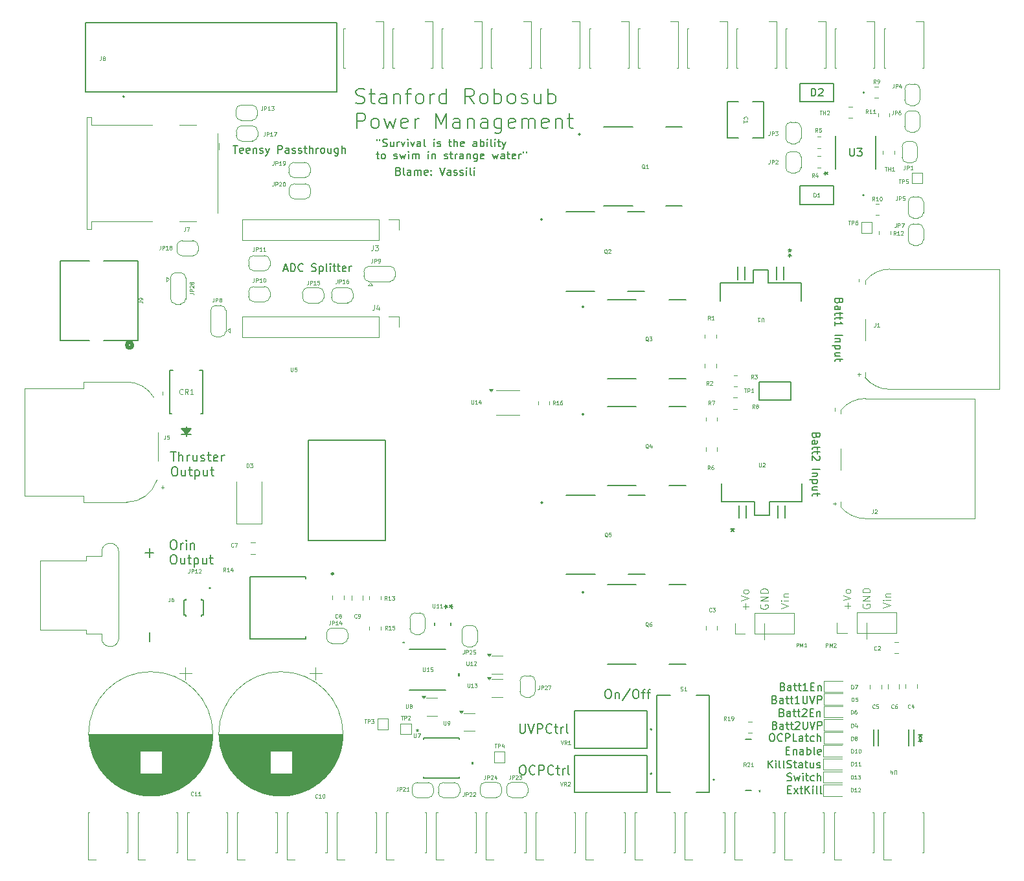
<source format=gbr>
%TF.GenerationSoftware,KiCad,Pcbnew,8.0.3*%
%TF.CreationDate,2025-06-05T13:09:17-07:00*%
%TF.ProjectId,Power_ManagementV2,506f7765-725f-44d6-916e-6167656d656e,rev?*%
%TF.SameCoordinates,Original*%
%TF.FileFunction,Legend,Top*%
%TF.FilePolarity,Positive*%
%FSLAX46Y46*%
G04 Gerber Fmt 4.6, Leading zero omitted, Abs format (unit mm)*
G04 Created by KiCad (PCBNEW 8.0.3) date 2025-06-05 13:09:17*
%MOMM*%
%LPD*%
G01*
G04 APERTURE LIST*
%ADD10C,0.200000*%
%ADD11C,0.150000*%
%ADD12C,0.100000*%
%ADD13C,0.000000*%
%ADD14C,0.152400*%
%ADD15C,0.120000*%
%ADD16C,0.508000*%
%ADD17C,0.127000*%
%ADD18C,0.250000*%
G04 APERTURE END LIST*
D10*
X211570863Y-148492742D02*
X211799435Y-148492742D01*
X211799435Y-148492742D02*
X211913720Y-148549885D01*
X211913720Y-148549885D02*
X212028006Y-148664171D01*
X212028006Y-148664171D02*
X212085149Y-148892742D01*
X212085149Y-148892742D02*
X212085149Y-149292742D01*
X212085149Y-149292742D02*
X212028006Y-149521314D01*
X212028006Y-149521314D02*
X211913720Y-149635600D01*
X211913720Y-149635600D02*
X211799435Y-149692742D01*
X211799435Y-149692742D02*
X211570863Y-149692742D01*
X211570863Y-149692742D02*
X211456578Y-149635600D01*
X211456578Y-149635600D02*
X211342292Y-149521314D01*
X211342292Y-149521314D02*
X211285149Y-149292742D01*
X211285149Y-149292742D02*
X211285149Y-148892742D01*
X211285149Y-148892742D02*
X211342292Y-148664171D01*
X211342292Y-148664171D02*
X211456578Y-148549885D01*
X211456578Y-148549885D02*
X211570863Y-148492742D01*
X213285149Y-149578457D02*
X213228006Y-149635600D01*
X213228006Y-149635600D02*
X213056578Y-149692742D01*
X213056578Y-149692742D02*
X212942292Y-149692742D01*
X212942292Y-149692742D02*
X212770863Y-149635600D01*
X212770863Y-149635600D02*
X212656578Y-149521314D01*
X212656578Y-149521314D02*
X212599435Y-149407028D01*
X212599435Y-149407028D02*
X212542292Y-149178457D01*
X212542292Y-149178457D02*
X212542292Y-149007028D01*
X212542292Y-149007028D02*
X212599435Y-148778457D01*
X212599435Y-148778457D02*
X212656578Y-148664171D01*
X212656578Y-148664171D02*
X212770863Y-148549885D01*
X212770863Y-148549885D02*
X212942292Y-148492742D01*
X212942292Y-148492742D02*
X213056578Y-148492742D01*
X213056578Y-148492742D02*
X213228006Y-148549885D01*
X213228006Y-148549885D02*
X213285149Y-148607028D01*
X213799435Y-149692742D02*
X213799435Y-148492742D01*
X213799435Y-148492742D02*
X214256578Y-148492742D01*
X214256578Y-148492742D02*
X214370863Y-148549885D01*
X214370863Y-148549885D02*
X214428006Y-148607028D01*
X214428006Y-148607028D02*
X214485149Y-148721314D01*
X214485149Y-148721314D02*
X214485149Y-148892742D01*
X214485149Y-148892742D02*
X214428006Y-149007028D01*
X214428006Y-149007028D02*
X214370863Y-149064171D01*
X214370863Y-149064171D02*
X214256578Y-149121314D01*
X214256578Y-149121314D02*
X213799435Y-149121314D01*
X215685149Y-149578457D02*
X215628006Y-149635600D01*
X215628006Y-149635600D02*
X215456578Y-149692742D01*
X215456578Y-149692742D02*
X215342292Y-149692742D01*
X215342292Y-149692742D02*
X215170863Y-149635600D01*
X215170863Y-149635600D02*
X215056578Y-149521314D01*
X215056578Y-149521314D02*
X214999435Y-149407028D01*
X214999435Y-149407028D02*
X214942292Y-149178457D01*
X214942292Y-149178457D02*
X214942292Y-149007028D01*
X214942292Y-149007028D02*
X214999435Y-148778457D01*
X214999435Y-148778457D02*
X215056578Y-148664171D01*
X215056578Y-148664171D02*
X215170863Y-148549885D01*
X215170863Y-148549885D02*
X215342292Y-148492742D01*
X215342292Y-148492742D02*
X215456578Y-148492742D01*
X215456578Y-148492742D02*
X215628006Y-148549885D01*
X215628006Y-148549885D02*
X215685149Y-148607028D01*
X216028006Y-148892742D02*
X216485149Y-148892742D01*
X216199435Y-148492742D02*
X216199435Y-149521314D01*
X216199435Y-149521314D02*
X216256578Y-149635600D01*
X216256578Y-149635600D02*
X216370863Y-149692742D01*
X216370863Y-149692742D02*
X216485149Y-149692742D01*
X216885149Y-149692742D02*
X216885149Y-148892742D01*
X216885149Y-149121314D02*
X216942292Y-149007028D01*
X216942292Y-149007028D02*
X216999435Y-148949885D01*
X216999435Y-148949885D02*
X217113720Y-148892742D01*
X217113720Y-148892742D02*
X217228006Y-148892742D01*
X217799434Y-149692742D02*
X217685149Y-149635600D01*
X217685149Y-149635600D02*
X217628006Y-149521314D01*
X217628006Y-149521314D02*
X217628006Y-148492742D01*
X173826816Y-67417219D02*
X174398244Y-67417219D01*
X174112530Y-68417219D02*
X174112530Y-67417219D01*
X175112530Y-68369600D02*
X175017292Y-68417219D01*
X175017292Y-68417219D02*
X174826816Y-68417219D01*
X174826816Y-68417219D02*
X174731578Y-68369600D01*
X174731578Y-68369600D02*
X174683959Y-68274361D01*
X174683959Y-68274361D02*
X174683959Y-67893409D01*
X174683959Y-67893409D02*
X174731578Y-67798171D01*
X174731578Y-67798171D02*
X174826816Y-67750552D01*
X174826816Y-67750552D02*
X175017292Y-67750552D01*
X175017292Y-67750552D02*
X175112530Y-67798171D01*
X175112530Y-67798171D02*
X175160149Y-67893409D01*
X175160149Y-67893409D02*
X175160149Y-67988647D01*
X175160149Y-67988647D02*
X174683959Y-68083885D01*
X175969673Y-68369600D02*
X175874435Y-68417219D01*
X175874435Y-68417219D02*
X175683959Y-68417219D01*
X175683959Y-68417219D02*
X175588721Y-68369600D01*
X175588721Y-68369600D02*
X175541102Y-68274361D01*
X175541102Y-68274361D02*
X175541102Y-67893409D01*
X175541102Y-67893409D02*
X175588721Y-67798171D01*
X175588721Y-67798171D02*
X175683959Y-67750552D01*
X175683959Y-67750552D02*
X175874435Y-67750552D01*
X175874435Y-67750552D02*
X175969673Y-67798171D01*
X175969673Y-67798171D02*
X176017292Y-67893409D01*
X176017292Y-67893409D02*
X176017292Y-67988647D01*
X176017292Y-67988647D02*
X175541102Y-68083885D01*
X176445864Y-67750552D02*
X176445864Y-68417219D01*
X176445864Y-67845790D02*
X176493483Y-67798171D01*
X176493483Y-67798171D02*
X176588721Y-67750552D01*
X176588721Y-67750552D02*
X176731578Y-67750552D01*
X176731578Y-67750552D02*
X176826816Y-67798171D01*
X176826816Y-67798171D02*
X176874435Y-67893409D01*
X176874435Y-67893409D02*
X176874435Y-68417219D01*
X177303007Y-68369600D02*
X177398245Y-68417219D01*
X177398245Y-68417219D02*
X177588721Y-68417219D01*
X177588721Y-68417219D02*
X177683959Y-68369600D01*
X177683959Y-68369600D02*
X177731578Y-68274361D01*
X177731578Y-68274361D02*
X177731578Y-68226742D01*
X177731578Y-68226742D02*
X177683959Y-68131504D01*
X177683959Y-68131504D02*
X177588721Y-68083885D01*
X177588721Y-68083885D02*
X177445864Y-68083885D01*
X177445864Y-68083885D02*
X177350626Y-68036266D01*
X177350626Y-68036266D02*
X177303007Y-67941028D01*
X177303007Y-67941028D02*
X177303007Y-67893409D01*
X177303007Y-67893409D02*
X177350626Y-67798171D01*
X177350626Y-67798171D02*
X177445864Y-67750552D01*
X177445864Y-67750552D02*
X177588721Y-67750552D01*
X177588721Y-67750552D02*
X177683959Y-67798171D01*
X178064912Y-67750552D02*
X178303007Y-68417219D01*
X178541102Y-67750552D02*
X178303007Y-68417219D01*
X178303007Y-68417219D02*
X178207769Y-68655314D01*
X178207769Y-68655314D02*
X178160150Y-68702933D01*
X178160150Y-68702933D02*
X178064912Y-68750552D01*
X179683960Y-68417219D02*
X179683960Y-67417219D01*
X179683960Y-67417219D02*
X180064912Y-67417219D01*
X180064912Y-67417219D02*
X180160150Y-67464838D01*
X180160150Y-67464838D02*
X180207769Y-67512457D01*
X180207769Y-67512457D02*
X180255388Y-67607695D01*
X180255388Y-67607695D02*
X180255388Y-67750552D01*
X180255388Y-67750552D02*
X180207769Y-67845790D01*
X180207769Y-67845790D02*
X180160150Y-67893409D01*
X180160150Y-67893409D02*
X180064912Y-67941028D01*
X180064912Y-67941028D02*
X179683960Y-67941028D01*
X181112531Y-68417219D02*
X181112531Y-67893409D01*
X181112531Y-67893409D02*
X181064912Y-67798171D01*
X181064912Y-67798171D02*
X180969674Y-67750552D01*
X180969674Y-67750552D02*
X180779198Y-67750552D01*
X180779198Y-67750552D02*
X180683960Y-67798171D01*
X181112531Y-68369600D02*
X181017293Y-68417219D01*
X181017293Y-68417219D02*
X180779198Y-68417219D01*
X180779198Y-68417219D02*
X180683960Y-68369600D01*
X180683960Y-68369600D02*
X180636341Y-68274361D01*
X180636341Y-68274361D02*
X180636341Y-68179123D01*
X180636341Y-68179123D02*
X180683960Y-68083885D01*
X180683960Y-68083885D02*
X180779198Y-68036266D01*
X180779198Y-68036266D02*
X181017293Y-68036266D01*
X181017293Y-68036266D02*
X181112531Y-67988647D01*
X181541103Y-68369600D02*
X181636341Y-68417219D01*
X181636341Y-68417219D02*
X181826817Y-68417219D01*
X181826817Y-68417219D02*
X181922055Y-68369600D01*
X181922055Y-68369600D02*
X181969674Y-68274361D01*
X181969674Y-68274361D02*
X181969674Y-68226742D01*
X181969674Y-68226742D02*
X181922055Y-68131504D01*
X181922055Y-68131504D02*
X181826817Y-68083885D01*
X181826817Y-68083885D02*
X181683960Y-68083885D01*
X181683960Y-68083885D02*
X181588722Y-68036266D01*
X181588722Y-68036266D02*
X181541103Y-67941028D01*
X181541103Y-67941028D02*
X181541103Y-67893409D01*
X181541103Y-67893409D02*
X181588722Y-67798171D01*
X181588722Y-67798171D02*
X181683960Y-67750552D01*
X181683960Y-67750552D02*
X181826817Y-67750552D01*
X181826817Y-67750552D02*
X181922055Y-67798171D01*
X182350627Y-68369600D02*
X182445865Y-68417219D01*
X182445865Y-68417219D02*
X182636341Y-68417219D01*
X182636341Y-68417219D02*
X182731579Y-68369600D01*
X182731579Y-68369600D02*
X182779198Y-68274361D01*
X182779198Y-68274361D02*
X182779198Y-68226742D01*
X182779198Y-68226742D02*
X182731579Y-68131504D01*
X182731579Y-68131504D02*
X182636341Y-68083885D01*
X182636341Y-68083885D02*
X182493484Y-68083885D01*
X182493484Y-68083885D02*
X182398246Y-68036266D01*
X182398246Y-68036266D02*
X182350627Y-67941028D01*
X182350627Y-67941028D02*
X182350627Y-67893409D01*
X182350627Y-67893409D02*
X182398246Y-67798171D01*
X182398246Y-67798171D02*
X182493484Y-67750552D01*
X182493484Y-67750552D02*
X182636341Y-67750552D01*
X182636341Y-67750552D02*
X182731579Y-67798171D01*
X183064913Y-67750552D02*
X183445865Y-67750552D01*
X183207770Y-67417219D02*
X183207770Y-68274361D01*
X183207770Y-68274361D02*
X183255389Y-68369600D01*
X183255389Y-68369600D02*
X183350627Y-68417219D01*
X183350627Y-68417219D02*
X183445865Y-68417219D01*
X183779199Y-68417219D02*
X183779199Y-67417219D01*
X184207770Y-68417219D02*
X184207770Y-67893409D01*
X184207770Y-67893409D02*
X184160151Y-67798171D01*
X184160151Y-67798171D02*
X184064913Y-67750552D01*
X184064913Y-67750552D02*
X183922056Y-67750552D01*
X183922056Y-67750552D02*
X183826818Y-67798171D01*
X183826818Y-67798171D02*
X183779199Y-67845790D01*
X184683961Y-68417219D02*
X184683961Y-67750552D01*
X184683961Y-67941028D02*
X184731580Y-67845790D01*
X184731580Y-67845790D02*
X184779199Y-67798171D01*
X184779199Y-67798171D02*
X184874437Y-67750552D01*
X184874437Y-67750552D02*
X184969675Y-67750552D01*
X185445866Y-68417219D02*
X185350628Y-68369600D01*
X185350628Y-68369600D02*
X185303009Y-68321980D01*
X185303009Y-68321980D02*
X185255390Y-68226742D01*
X185255390Y-68226742D02*
X185255390Y-67941028D01*
X185255390Y-67941028D02*
X185303009Y-67845790D01*
X185303009Y-67845790D02*
X185350628Y-67798171D01*
X185350628Y-67798171D02*
X185445866Y-67750552D01*
X185445866Y-67750552D02*
X185588723Y-67750552D01*
X185588723Y-67750552D02*
X185683961Y-67798171D01*
X185683961Y-67798171D02*
X185731580Y-67845790D01*
X185731580Y-67845790D02*
X185779199Y-67941028D01*
X185779199Y-67941028D02*
X185779199Y-68226742D01*
X185779199Y-68226742D02*
X185731580Y-68321980D01*
X185731580Y-68321980D02*
X185683961Y-68369600D01*
X185683961Y-68369600D02*
X185588723Y-68417219D01*
X185588723Y-68417219D02*
X185445866Y-68417219D01*
X186636342Y-67750552D02*
X186636342Y-68417219D01*
X186207771Y-67750552D02*
X186207771Y-68274361D01*
X186207771Y-68274361D02*
X186255390Y-68369600D01*
X186255390Y-68369600D02*
X186350628Y-68417219D01*
X186350628Y-68417219D02*
X186493485Y-68417219D01*
X186493485Y-68417219D02*
X186588723Y-68369600D01*
X186588723Y-68369600D02*
X186636342Y-68321980D01*
X187541104Y-67750552D02*
X187541104Y-68560076D01*
X187541104Y-68560076D02*
X187493485Y-68655314D01*
X187493485Y-68655314D02*
X187445866Y-68702933D01*
X187445866Y-68702933D02*
X187350628Y-68750552D01*
X187350628Y-68750552D02*
X187207771Y-68750552D01*
X187207771Y-68750552D02*
X187112533Y-68702933D01*
X187541104Y-68369600D02*
X187445866Y-68417219D01*
X187445866Y-68417219D02*
X187255390Y-68417219D01*
X187255390Y-68417219D02*
X187160152Y-68369600D01*
X187160152Y-68369600D02*
X187112533Y-68321980D01*
X187112533Y-68321980D02*
X187064914Y-68226742D01*
X187064914Y-68226742D02*
X187064914Y-67941028D01*
X187064914Y-67941028D02*
X187112533Y-67845790D01*
X187112533Y-67845790D02*
X187160152Y-67798171D01*
X187160152Y-67798171D02*
X187255390Y-67750552D01*
X187255390Y-67750552D02*
X187445866Y-67750552D01*
X187445866Y-67750552D02*
X187541104Y-67798171D01*
X188017295Y-68417219D02*
X188017295Y-67417219D01*
X188445866Y-68417219D02*
X188445866Y-67893409D01*
X188445866Y-67893409D02*
X188398247Y-67798171D01*
X188398247Y-67798171D02*
X188303009Y-67750552D01*
X188303009Y-67750552D02*
X188160152Y-67750552D01*
X188160152Y-67750552D02*
X188064914Y-67798171D01*
X188064914Y-67798171D02*
X188017295Y-67845790D01*
X165920863Y-119035809D02*
X166149435Y-119035809D01*
X166149435Y-119035809D02*
X166263720Y-119092952D01*
X166263720Y-119092952D02*
X166378006Y-119207238D01*
X166378006Y-119207238D02*
X166435149Y-119435809D01*
X166435149Y-119435809D02*
X166435149Y-119835809D01*
X166435149Y-119835809D02*
X166378006Y-120064381D01*
X166378006Y-120064381D02*
X166263720Y-120178667D01*
X166263720Y-120178667D02*
X166149435Y-120235809D01*
X166149435Y-120235809D02*
X165920863Y-120235809D01*
X165920863Y-120235809D02*
X165806578Y-120178667D01*
X165806578Y-120178667D02*
X165692292Y-120064381D01*
X165692292Y-120064381D02*
X165635149Y-119835809D01*
X165635149Y-119835809D02*
X165635149Y-119435809D01*
X165635149Y-119435809D02*
X165692292Y-119207238D01*
X165692292Y-119207238D02*
X165806578Y-119092952D01*
X165806578Y-119092952D02*
X165920863Y-119035809D01*
X166949435Y-120235809D02*
X166949435Y-119435809D01*
X166949435Y-119664381D02*
X167006578Y-119550095D01*
X167006578Y-119550095D02*
X167063721Y-119492952D01*
X167063721Y-119492952D02*
X167178006Y-119435809D01*
X167178006Y-119435809D02*
X167292292Y-119435809D01*
X167692292Y-120235809D02*
X167692292Y-119435809D01*
X167692292Y-119035809D02*
X167635149Y-119092952D01*
X167635149Y-119092952D02*
X167692292Y-119150095D01*
X167692292Y-119150095D02*
X167749435Y-119092952D01*
X167749435Y-119092952D02*
X167692292Y-119035809D01*
X167692292Y-119035809D02*
X167692292Y-119150095D01*
X168263721Y-119435809D02*
X168263721Y-120235809D01*
X168263721Y-119550095D02*
X168320864Y-119492952D01*
X168320864Y-119492952D02*
X168435149Y-119435809D01*
X168435149Y-119435809D02*
X168606578Y-119435809D01*
X168606578Y-119435809D02*
X168720864Y-119492952D01*
X168720864Y-119492952D02*
X168778007Y-119607238D01*
X168778007Y-119607238D02*
X168778007Y-120235809D01*
X165920863Y-120967742D02*
X166149435Y-120967742D01*
X166149435Y-120967742D02*
X166263720Y-121024885D01*
X166263720Y-121024885D02*
X166378006Y-121139171D01*
X166378006Y-121139171D02*
X166435149Y-121367742D01*
X166435149Y-121367742D02*
X166435149Y-121767742D01*
X166435149Y-121767742D02*
X166378006Y-121996314D01*
X166378006Y-121996314D02*
X166263720Y-122110600D01*
X166263720Y-122110600D02*
X166149435Y-122167742D01*
X166149435Y-122167742D02*
X165920863Y-122167742D01*
X165920863Y-122167742D02*
X165806578Y-122110600D01*
X165806578Y-122110600D02*
X165692292Y-121996314D01*
X165692292Y-121996314D02*
X165635149Y-121767742D01*
X165635149Y-121767742D02*
X165635149Y-121367742D01*
X165635149Y-121367742D02*
X165692292Y-121139171D01*
X165692292Y-121139171D02*
X165806578Y-121024885D01*
X165806578Y-121024885D02*
X165920863Y-120967742D01*
X167463721Y-121367742D02*
X167463721Y-122167742D01*
X166949435Y-121367742D02*
X166949435Y-121996314D01*
X166949435Y-121996314D02*
X167006578Y-122110600D01*
X167006578Y-122110600D02*
X167120863Y-122167742D01*
X167120863Y-122167742D02*
X167292292Y-122167742D01*
X167292292Y-122167742D02*
X167406578Y-122110600D01*
X167406578Y-122110600D02*
X167463721Y-122053457D01*
X167863720Y-121367742D02*
X168320863Y-121367742D01*
X168035149Y-120967742D02*
X168035149Y-121996314D01*
X168035149Y-121996314D02*
X168092292Y-122110600D01*
X168092292Y-122110600D02*
X168206577Y-122167742D01*
X168206577Y-122167742D02*
X168320863Y-122167742D01*
X168720863Y-121367742D02*
X168720863Y-122567742D01*
X168720863Y-121424885D02*
X168835149Y-121367742D01*
X168835149Y-121367742D02*
X169063720Y-121367742D01*
X169063720Y-121367742D02*
X169178006Y-121424885D01*
X169178006Y-121424885D02*
X169235149Y-121482028D01*
X169235149Y-121482028D02*
X169292291Y-121596314D01*
X169292291Y-121596314D02*
X169292291Y-121939171D01*
X169292291Y-121939171D02*
X169235149Y-122053457D01*
X169235149Y-122053457D02*
X169178006Y-122110600D01*
X169178006Y-122110600D02*
X169063720Y-122167742D01*
X169063720Y-122167742D02*
X168835149Y-122167742D01*
X168835149Y-122167742D02*
X168720863Y-122110600D01*
X170320863Y-121367742D02*
X170320863Y-122167742D01*
X169806577Y-121367742D02*
X169806577Y-121996314D01*
X169806577Y-121996314D02*
X169863720Y-122110600D01*
X169863720Y-122110600D02*
X169978005Y-122167742D01*
X169978005Y-122167742D02*
X170149434Y-122167742D01*
X170149434Y-122167742D02*
X170263720Y-122110600D01*
X170263720Y-122110600D02*
X170320863Y-122053457D01*
X170720862Y-121367742D02*
X171178005Y-121367742D01*
X170892291Y-120967742D02*
X170892291Y-121996314D01*
X170892291Y-121996314D02*
X170949434Y-122110600D01*
X170949434Y-122110600D02*
X171063719Y-122167742D01*
X171063719Y-122167742D02*
X171178005Y-122167742D01*
D11*
X192617960Y-66551075D02*
X192617960Y-66741551D01*
X192998912Y-66551075D02*
X192998912Y-66741551D01*
X193379865Y-67503456D02*
X193522722Y-67551075D01*
X193522722Y-67551075D02*
X193760817Y-67551075D01*
X193760817Y-67551075D02*
X193856055Y-67503456D01*
X193856055Y-67503456D02*
X193903674Y-67455836D01*
X193903674Y-67455836D02*
X193951293Y-67360598D01*
X193951293Y-67360598D02*
X193951293Y-67265360D01*
X193951293Y-67265360D02*
X193903674Y-67170122D01*
X193903674Y-67170122D02*
X193856055Y-67122503D01*
X193856055Y-67122503D02*
X193760817Y-67074884D01*
X193760817Y-67074884D02*
X193570341Y-67027265D01*
X193570341Y-67027265D02*
X193475103Y-66979646D01*
X193475103Y-66979646D02*
X193427484Y-66932027D01*
X193427484Y-66932027D02*
X193379865Y-66836789D01*
X193379865Y-66836789D02*
X193379865Y-66741551D01*
X193379865Y-66741551D02*
X193427484Y-66646313D01*
X193427484Y-66646313D02*
X193475103Y-66598694D01*
X193475103Y-66598694D02*
X193570341Y-66551075D01*
X193570341Y-66551075D02*
X193808436Y-66551075D01*
X193808436Y-66551075D02*
X193951293Y-66598694D01*
X194808436Y-66884408D02*
X194808436Y-67551075D01*
X194379865Y-66884408D02*
X194379865Y-67408217D01*
X194379865Y-67408217D02*
X194427484Y-67503456D01*
X194427484Y-67503456D02*
X194522722Y-67551075D01*
X194522722Y-67551075D02*
X194665579Y-67551075D01*
X194665579Y-67551075D02*
X194760817Y-67503456D01*
X194760817Y-67503456D02*
X194808436Y-67455836D01*
X195284627Y-67551075D02*
X195284627Y-66884408D01*
X195284627Y-67074884D02*
X195332246Y-66979646D01*
X195332246Y-66979646D02*
X195379865Y-66932027D01*
X195379865Y-66932027D02*
X195475103Y-66884408D01*
X195475103Y-66884408D02*
X195570341Y-66884408D01*
X195808437Y-66884408D02*
X196046532Y-67551075D01*
X196046532Y-67551075D02*
X196284627Y-66884408D01*
X196665580Y-67551075D02*
X196665580Y-66884408D01*
X196665580Y-66551075D02*
X196617961Y-66598694D01*
X196617961Y-66598694D02*
X196665580Y-66646313D01*
X196665580Y-66646313D02*
X196713199Y-66598694D01*
X196713199Y-66598694D02*
X196665580Y-66551075D01*
X196665580Y-66551075D02*
X196665580Y-66646313D01*
X197046532Y-66884408D02*
X197284627Y-67551075D01*
X197284627Y-67551075D02*
X197522722Y-66884408D01*
X198332246Y-67551075D02*
X198332246Y-67027265D01*
X198332246Y-67027265D02*
X198284627Y-66932027D01*
X198284627Y-66932027D02*
X198189389Y-66884408D01*
X198189389Y-66884408D02*
X197998913Y-66884408D01*
X197998913Y-66884408D02*
X197903675Y-66932027D01*
X198332246Y-67503456D02*
X198237008Y-67551075D01*
X198237008Y-67551075D02*
X197998913Y-67551075D01*
X197998913Y-67551075D02*
X197903675Y-67503456D01*
X197903675Y-67503456D02*
X197856056Y-67408217D01*
X197856056Y-67408217D02*
X197856056Y-67312979D01*
X197856056Y-67312979D02*
X197903675Y-67217741D01*
X197903675Y-67217741D02*
X197998913Y-67170122D01*
X197998913Y-67170122D02*
X198237008Y-67170122D01*
X198237008Y-67170122D02*
X198332246Y-67122503D01*
X198951294Y-67551075D02*
X198856056Y-67503456D01*
X198856056Y-67503456D02*
X198808437Y-67408217D01*
X198808437Y-67408217D02*
X198808437Y-66551075D01*
X200094152Y-67551075D02*
X200094152Y-66884408D01*
X200094152Y-66551075D02*
X200046533Y-66598694D01*
X200046533Y-66598694D02*
X200094152Y-66646313D01*
X200094152Y-66646313D02*
X200141771Y-66598694D01*
X200141771Y-66598694D02*
X200094152Y-66551075D01*
X200094152Y-66551075D02*
X200094152Y-66646313D01*
X200522723Y-67503456D02*
X200617961Y-67551075D01*
X200617961Y-67551075D02*
X200808437Y-67551075D01*
X200808437Y-67551075D02*
X200903675Y-67503456D01*
X200903675Y-67503456D02*
X200951294Y-67408217D01*
X200951294Y-67408217D02*
X200951294Y-67360598D01*
X200951294Y-67360598D02*
X200903675Y-67265360D01*
X200903675Y-67265360D02*
X200808437Y-67217741D01*
X200808437Y-67217741D02*
X200665580Y-67217741D01*
X200665580Y-67217741D02*
X200570342Y-67170122D01*
X200570342Y-67170122D02*
X200522723Y-67074884D01*
X200522723Y-67074884D02*
X200522723Y-67027265D01*
X200522723Y-67027265D02*
X200570342Y-66932027D01*
X200570342Y-66932027D02*
X200665580Y-66884408D01*
X200665580Y-66884408D02*
X200808437Y-66884408D01*
X200808437Y-66884408D02*
X200903675Y-66932027D01*
X201998914Y-66884408D02*
X202379866Y-66884408D01*
X202141771Y-66551075D02*
X202141771Y-67408217D01*
X202141771Y-67408217D02*
X202189390Y-67503456D01*
X202189390Y-67503456D02*
X202284628Y-67551075D01*
X202284628Y-67551075D02*
X202379866Y-67551075D01*
X202713200Y-67551075D02*
X202713200Y-66551075D01*
X203141771Y-67551075D02*
X203141771Y-67027265D01*
X203141771Y-67027265D02*
X203094152Y-66932027D01*
X203094152Y-66932027D02*
X202998914Y-66884408D01*
X202998914Y-66884408D02*
X202856057Y-66884408D01*
X202856057Y-66884408D02*
X202760819Y-66932027D01*
X202760819Y-66932027D02*
X202713200Y-66979646D01*
X203998914Y-67503456D02*
X203903676Y-67551075D01*
X203903676Y-67551075D02*
X203713200Y-67551075D01*
X203713200Y-67551075D02*
X203617962Y-67503456D01*
X203617962Y-67503456D02*
X203570343Y-67408217D01*
X203570343Y-67408217D02*
X203570343Y-67027265D01*
X203570343Y-67027265D02*
X203617962Y-66932027D01*
X203617962Y-66932027D02*
X203713200Y-66884408D01*
X203713200Y-66884408D02*
X203903676Y-66884408D01*
X203903676Y-66884408D02*
X203998914Y-66932027D01*
X203998914Y-66932027D02*
X204046533Y-67027265D01*
X204046533Y-67027265D02*
X204046533Y-67122503D01*
X204046533Y-67122503D02*
X203570343Y-67217741D01*
X205665581Y-67551075D02*
X205665581Y-67027265D01*
X205665581Y-67027265D02*
X205617962Y-66932027D01*
X205617962Y-66932027D02*
X205522724Y-66884408D01*
X205522724Y-66884408D02*
X205332248Y-66884408D01*
X205332248Y-66884408D02*
X205237010Y-66932027D01*
X205665581Y-67503456D02*
X205570343Y-67551075D01*
X205570343Y-67551075D02*
X205332248Y-67551075D01*
X205332248Y-67551075D02*
X205237010Y-67503456D01*
X205237010Y-67503456D02*
X205189391Y-67408217D01*
X205189391Y-67408217D02*
X205189391Y-67312979D01*
X205189391Y-67312979D02*
X205237010Y-67217741D01*
X205237010Y-67217741D02*
X205332248Y-67170122D01*
X205332248Y-67170122D02*
X205570343Y-67170122D01*
X205570343Y-67170122D02*
X205665581Y-67122503D01*
X206141772Y-67551075D02*
X206141772Y-66551075D01*
X206141772Y-66932027D02*
X206237010Y-66884408D01*
X206237010Y-66884408D02*
X206427486Y-66884408D01*
X206427486Y-66884408D02*
X206522724Y-66932027D01*
X206522724Y-66932027D02*
X206570343Y-66979646D01*
X206570343Y-66979646D02*
X206617962Y-67074884D01*
X206617962Y-67074884D02*
X206617962Y-67360598D01*
X206617962Y-67360598D02*
X206570343Y-67455836D01*
X206570343Y-67455836D02*
X206522724Y-67503456D01*
X206522724Y-67503456D02*
X206427486Y-67551075D01*
X206427486Y-67551075D02*
X206237010Y-67551075D01*
X206237010Y-67551075D02*
X206141772Y-67503456D01*
X207046534Y-67551075D02*
X207046534Y-66884408D01*
X207046534Y-66551075D02*
X206998915Y-66598694D01*
X206998915Y-66598694D02*
X207046534Y-66646313D01*
X207046534Y-66646313D02*
X207094153Y-66598694D01*
X207094153Y-66598694D02*
X207046534Y-66551075D01*
X207046534Y-66551075D02*
X207046534Y-66646313D01*
X207665581Y-67551075D02*
X207570343Y-67503456D01*
X207570343Y-67503456D02*
X207522724Y-67408217D01*
X207522724Y-67408217D02*
X207522724Y-66551075D01*
X208046534Y-67551075D02*
X208046534Y-66884408D01*
X208046534Y-66551075D02*
X207998915Y-66598694D01*
X207998915Y-66598694D02*
X208046534Y-66646313D01*
X208046534Y-66646313D02*
X208094153Y-66598694D01*
X208094153Y-66598694D02*
X208046534Y-66551075D01*
X208046534Y-66551075D02*
X208046534Y-66646313D01*
X208379867Y-66884408D02*
X208760819Y-66884408D01*
X208522724Y-66551075D02*
X208522724Y-67408217D01*
X208522724Y-67408217D02*
X208570343Y-67503456D01*
X208570343Y-67503456D02*
X208665581Y-67551075D01*
X208665581Y-67551075D02*
X208760819Y-67551075D01*
X208998915Y-66884408D02*
X209237010Y-67551075D01*
X209475105Y-66884408D02*
X209237010Y-67551075D01*
X209237010Y-67551075D02*
X209141772Y-67789170D01*
X209141772Y-67789170D02*
X209094153Y-67836789D01*
X209094153Y-67836789D02*
X208998915Y-67884408D01*
X192522722Y-68494352D02*
X192903674Y-68494352D01*
X192665579Y-68161019D02*
X192665579Y-69018161D01*
X192665579Y-69018161D02*
X192713198Y-69113400D01*
X192713198Y-69113400D02*
X192808436Y-69161019D01*
X192808436Y-69161019D02*
X192903674Y-69161019D01*
X193379865Y-69161019D02*
X193284627Y-69113400D01*
X193284627Y-69113400D02*
X193237008Y-69065780D01*
X193237008Y-69065780D02*
X193189389Y-68970542D01*
X193189389Y-68970542D02*
X193189389Y-68684828D01*
X193189389Y-68684828D02*
X193237008Y-68589590D01*
X193237008Y-68589590D02*
X193284627Y-68541971D01*
X193284627Y-68541971D02*
X193379865Y-68494352D01*
X193379865Y-68494352D02*
X193522722Y-68494352D01*
X193522722Y-68494352D02*
X193617960Y-68541971D01*
X193617960Y-68541971D02*
X193665579Y-68589590D01*
X193665579Y-68589590D02*
X193713198Y-68684828D01*
X193713198Y-68684828D02*
X193713198Y-68970542D01*
X193713198Y-68970542D02*
X193665579Y-69065780D01*
X193665579Y-69065780D02*
X193617960Y-69113400D01*
X193617960Y-69113400D02*
X193522722Y-69161019D01*
X193522722Y-69161019D02*
X193379865Y-69161019D01*
X194856056Y-69113400D02*
X194951294Y-69161019D01*
X194951294Y-69161019D02*
X195141770Y-69161019D01*
X195141770Y-69161019D02*
X195237008Y-69113400D01*
X195237008Y-69113400D02*
X195284627Y-69018161D01*
X195284627Y-69018161D02*
X195284627Y-68970542D01*
X195284627Y-68970542D02*
X195237008Y-68875304D01*
X195237008Y-68875304D02*
X195141770Y-68827685D01*
X195141770Y-68827685D02*
X194998913Y-68827685D01*
X194998913Y-68827685D02*
X194903675Y-68780066D01*
X194903675Y-68780066D02*
X194856056Y-68684828D01*
X194856056Y-68684828D02*
X194856056Y-68637209D01*
X194856056Y-68637209D02*
X194903675Y-68541971D01*
X194903675Y-68541971D02*
X194998913Y-68494352D01*
X194998913Y-68494352D02*
X195141770Y-68494352D01*
X195141770Y-68494352D02*
X195237008Y-68541971D01*
X195617961Y-68494352D02*
X195808437Y-69161019D01*
X195808437Y-69161019D02*
X195998913Y-68684828D01*
X195998913Y-68684828D02*
X196189389Y-69161019D01*
X196189389Y-69161019D02*
X196379865Y-68494352D01*
X196760818Y-69161019D02*
X196760818Y-68494352D01*
X196760818Y-68161019D02*
X196713199Y-68208638D01*
X196713199Y-68208638D02*
X196760818Y-68256257D01*
X196760818Y-68256257D02*
X196808437Y-68208638D01*
X196808437Y-68208638D02*
X196760818Y-68161019D01*
X196760818Y-68161019D02*
X196760818Y-68256257D01*
X197237008Y-69161019D02*
X197237008Y-68494352D01*
X197237008Y-68589590D02*
X197284627Y-68541971D01*
X197284627Y-68541971D02*
X197379865Y-68494352D01*
X197379865Y-68494352D02*
X197522722Y-68494352D01*
X197522722Y-68494352D02*
X197617960Y-68541971D01*
X197617960Y-68541971D02*
X197665579Y-68637209D01*
X197665579Y-68637209D02*
X197665579Y-69161019D01*
X197665579Y-68637209D02*
X197713198Y-68541971D01*
X197713198Y-68541971D02*
X197808436Y-68494352D01*
X197808436Y-68494352D02*
X197951293Y-68494352D01*
X197951293Y-68494352D02*
X198046532Y-68541971D01*
X198046532Y-68541971D02*
X198094151Y-68637209D01*
X198094151Y-68637209D02*
X198094151Y-69161019D01*
X199332246Y-69161019D02*
X199332246Y-68494352D01*
X199332246Y-68161019D02*
X199284627Y-68208638D01*
X199284627Y-68208638D02*
X199332246Y-68256257D01*
X199332246Y-68256257D02*
X199379865Y-68208638D01*
X199379865Y-68208638D02*
X199332246Y-68161019D01*
X199332246Y-68161019D02*
X199332246Y-68256257D01*
X199808436Y-68494352D02*
X199808436Y-69161019D01*
X199808436Y-68589590D02*
X199856055Y-68541971D01*
X199856055Y-68541971D02*
X199951293Y-68494352D01*
X199951293Y-68494352D02*
X200094150Y-68494352D01*
X200094150Y-68494352D02*
X200189388Y-68541971D01*
X200189388Y-68541971D02*
X200237007Y-68637209D01*
X200237007Y-68637209D02*
X200237007Y-69161019D01*
X201427484Y-69113400D02*
X201522722Y-69161019D01*
X201522722Y-69161019D02*
X201713198Y-69161019D01*
X201713198Y-69161019D02*
X201808436Y-69113400D01*
X201808436Y-69113400D02*
X201856055Y-69018161D01*
X201856055Y-69018161D02*
X201856055Y-68970542D01*
X201856055Y-68970542D02*
X201808436Y-68875304D01*
X201808436Y-68875304D02*
X201713198Y-68827685D01*
X201713198Y-68827685D02*
X201570341Y-68827685D01*
X201570341Y-68827685D02*
X201475103Y-68780066D01*
X201475103Y-68780066D02*
X201427484Y-68684828D01*
X201427484Y-68684828D02*
X201427484Y-68637209D01*
X201427484Y-68637209D02*
X201475103Y-68541971D01*
X201475103Y-68541971D02*
X201570341Y-68494352D01*
X201570341Y-68494352D02*
X201713198Y-68494352D01*
X201713198Y-68494352D02*
X201808436Y-68541971D01*
X202141770Y-68494352D02*
X202522722Y-68494352D01*
X202284627Y-68161019D02*
X202284627Y-69018161D01*
X202284627Y-69018161D02*
X202332246Y-69113400D01*
X202332246Y-69113400D02*
X202427484Y-69161019D01*
X202427484Y-69161019D02*
X202522722Y-69161019D01*
X202856056Y-69161019D02*
X202856056Y-68494352D01*
X202856056Y-68684828D02*
X202903675Y-68589590D01*
X202903675Y-68589590D02*
X202951294Y-68541971D01*
X202951294Y-68541971D02*
X203046532Y-68494352D01*
X203046532Y-68494352D02*
X203141770Y-68494352D01*
X203903675Y-69161019D02*
X203903675Y-68637209D01*
X203903675Y-68637209D02*
X203856056Y-68541971D01*
X203856056Y-68541971D02*
X203760818Y-68494352D01*
X203760818Y-68494352D02*
X203570342Y-68494352D01*
X203570342Y-68494352D02*
X203475104Y-68541971D01*
X203903675Y-69113400D02*
X203808437Y-69161019D01*
X203808437Y-69161019D02*
X203570342Y-69161019D01*
X203570342Y-69161019D02*
X203475104Y-69113400D01*
X203475104Y-69113400D02*
X203427485Y-69018161D01*
X203427485Y-69018161D02*
X203427485Y-68922923D01*
X203427485Y-68922923D02*
X203475104Y-68827685D01*
X203475104Y-68827685D02*
X203570342Y-68780066D01*
X203570342Y-68780066D02*
X203808437Y-68780066D01*
X203808437Y-68780066D02*
X203903675Y-68732447D01*
X204379866Y-68494352D02*
X204379866Y-69161019D01*
X204379866Y-68589590D02*
X204427485Y-68541971D01*
X204427485Y-68541971D02*
X204522723Y-68494352D01*
X204522723Y-68494352D02*
X204665580Y-68494352D01*
X204665580Y-68494352D02*
X204760818Y-68541971D01*
X204760818Y-68541971D02*
X204808437Y-68637209D01*
X204808437Y-68637209D02*
X204808437Y-69161019D01*
X205713199Y-68494352D02*
X205713199Y-69303876D01*
X205713199Y-69303876D02*
X205665580Y-69399114D01*
X205665580Y-69399114D02*
X205617961Y-69446733D01*
X205617961Y-69446733D02*
X205522723Y-69494352D01*
X205522723Y-69494352D02*
X205379866Y-69494352D01*
X205379866Y-69494352D02*
X205284628Y-69446733D01*
X205713199Y-69113400D02*
X205617961Y-69161019D01*
X205617961Y-69161019D02*
X205427485Y-69161019D01*
X205427485Y-69161019D02*
X205332247Y-69113400D01*
X205332247Y-69113400D02*
X205284628Y-69065780D01*
X205284628Y-69065780D02*
X205237009Y-68970542D01*
X205237009Y-68970542D02*
X205237009Y-68684828D01*
X205237009Y-68684828D02*
X205284628Y-68589590D01*
X205284628Y-68589590D02*
X205332247Y-68541971D01*
X205332247Y-68541971D02*
X205427485Y-68494352D01*
X205427485Y-68494352D02*
X205617961Y-68494352D01*
X205617961Y-68494352D02*
X205713199Y-68541971D01*
X206570342Y-69113400D02*
X206475104Y-69161019D01*
X206475104Y-69161019D02*
X206284628Y-69161019D01*
X206284628Y-69161019D02*
X206189390Y-69113400D01*
X206189390Y-69113400D02*
X206141771Y-69018161D01*
X206141771Y-69018161D02*
X206141771Y-68637209D01*
X206141771Y-68637209D02*
X206189390Y-68541971D01*
X206189390Y-68541971D02*
X206284628Y-68494352D01*
X206284628Y-68494352D02*
X206475104Y-68494352D01*
X206475104Y-68494352D02*
X206570342Y-68541971D01*
X206570342Y-68541971D02*
X206617961Y-68637209D01*
X206617961Y-68637209D02*
X206617961Y-68732447D01*
X206617961Y-68732447D02*
X206141771Y-68827685D01*
X207713200Y-68494352D02*
X207903676Y-69161019D01*
X207903676Y-69161019D02*
X208094152Y-68684828D01*
X208094152Y-68684828D02*
X208284628Y-69161019D01*
X208284628Y-69161019D02*
X208475104Y-68494352D01*
X209284628Y-69161019D02*
X209284628Y-68637209D01*
X209284628Y-68637209D02*
X209237009Y-68541971D01*
X209237009Y-68541971D02*
X209141771Y-68494352D01*
X209141771Y-68494352D02*
X208951295Y-68494352D01*
X208951295Y-68494352D02*
X208856057Y-68541971D01*
X209284628Y-69113400D02*
X209189390Y-69161019D01*
X209189390Y-69161019D02*
X208951295Y-69161019D01*
X208951295Y-69161019D02*
X208856057Y-69113400D01*
X208856057Y-69113400D02*
X208808438Y-69018161D01*
X208808438Y-69018161D02*
X208808438Y-68922923D01*
X208808438Y-68922923D02*
X208856057Y-68827685D01*
X208856057Y-68827685D02*
X208951295Y-68780066D01*
X208951295Y-68780066D02*
X209189390Y-68780066D01*
X209189390Y-68780066D02*
X209284628Y-68732447D01*
X209617962Y-68494352D02*
X209998914Y-68494352D01*
X209760819Y-68161019D02*
X209760819Y-69018161D01*
X209760819Y-69018161D02*
X209808438Y-69113400D01*
X209808438Y-69113400D02*
X209903676Y-69161019D01*
X209903676Y-69161019D02*
X209998914Y-69161019D01*
X210713200Y-69113400D02*
X210617962Y-69161019D01*
X210617962Y-69161019D02*
X210427486Y-69161019D01*
X210427486Y-69161019D02*
X210332248Y-69113400D01*
X210332248Y-69113400D02*
X210284629Y-69018161D01*
X210284629Y-69018161D02*
X210284629Y-68637209D01*
X210284629Y-68637209D02*
X210332248Y-68541971D01*
X210332248Y-68541971D02*
X210427486Y-68494352D01*
X210427486Y-68494352D02*
X210617962Y-68494352D01*
X210617962Y-68494352D02*
X210713200Y-68541971D01*
X210713200Y-68541971D02*
X210760819Y-68637209D01*
X210760819Y-68637209D02*
X210760819Y-68732447D01*
X210760819Y-68732447D02*
X210284629Y-68827685D01*
X211189391Y-69161019D02*
X211189391Y-68494352D01*
X211189391Y-68684828D02*
X211237010Y-68589590D01*
X211237010Y-68589590D02*
X211284629Y-68541971D01*
X211284629Y-68541971D02*
X211379867Y-68494352D01*
X211379867Y-68494352D02*
X211475105Y-68494352D01*
X211760820Y-68161019D02*
X211760820Y-68351495D01*
X212141772Y-68161019D02*
X212141772Y-68351495D01*
X245663712Y-138192809D02*
X245806569Y-138240428D01*
X245806569Y-138240428D02*
X245854188Y-138288047D01*
X245854188Y-138288047D02*
X245901807Y-138383285D01*
X245901807Y-138383285D02*
X245901807Y-138526142D01*
X245901807Y-138526142D02*
X245854188Y-138621380D01*
X245854188Y-138621380D02*
X245806569Y-138669000D01*
X245806569Y-138669000D02*
X245711331Y-138716619D01*
X245711331Y-138716619D02*
X245330379Y-138716619D01*
X245330379Y-138716619D02*
X245330379Y-137716619D01*
X245330379Y-137716619D02*
X245663712Y-137716619D01*
X245663712Y-137716619D02*
X245758950Y-137764238D01*
X245758950Y-137764238D02*
X245806569Y-137811857D01*
X245806569Y-137811857D02*
X245854188Y-137907095D01*
X245854188Y-137907095D02*
X245854188Y-138002333D01*
X245854188Y-138002333D02*
X245806569Y-138097571D01*
X245806569Y-138097571D02*
X245758950Y-138145190D01*
X245758950Y-138145190D02*
X245663712Y-138192809D01*
X245663712Y-138192809D02*
X245330379Y-138192809D01*
X246758950Y-138716619D02*
X246758950Y-138192809D01*
X246758950Y-138192809D02*
X246711331Y-138097571D01*
X246711331Y-138097571D02*
X246616093Y-138049952D01*
X246616093Y-138049952D02*
X246425617Y-138049952D01*
X246425617Y-138049952D02*
X246330379Y-138097571D01*
X246758950Y-138669000D02*
X246663712Y-138716619D01*
X246663712Y-138716619D02*
X246425617Y-138716619D01*
X246425617Y-138716619D02*
X246330379Y-138669000D01*
X246330379Y-138669000D02*
X246282760Y-138573761D01*
X246282760Y-138573761D02*
X246282760Y-138478523D01*
X246282760Y-138478523D02*
X246330379Y-138383285D01*
X246330379Y-138383285D02*
X246425617Y-138335666D01*
X246425617Y-138335666D02*
X246663712Y-138335666D01*
X246663712Y-138335666D02*
X246758950Y-138288047D01*
X247092284Y-138049952D02*
X247473236Y-138049952D01*
X247235141Y-137716619D02*
X247235141Y-138573761D01*
X247235141Y-138573761D02*
X247282760Y-138669000D01*
X247282760Y-138669000D02*
X247377998Y-138716619D01*
X247377998Y-138716619D02*
X247473236Y-138716619D01*
X247663713Y-138049952D02*
X248044665Y-138049952D01*
X247806570Y-137716619D02*
X247806570Y-138573761D01*
X247806570Y-138573761D02*
X247854189Y-138669000D01*
X247854189Y-138669000D02*
X247949427Y-138716619D01*
X247949427Y-138716619D02*
X248044665Y-138716619D01*
X248901808Y-138716619D02*
X248330380Y-138716619D01*
X248616094Y-138716619D02*
X248616094Y-137716619D01*
X248616094Y-137716619D02*
X248520856Y-137859476D01*
X248520856Y-137859476D02*
X248425618Y-137954714D01*
X248425618Y-137954714D02*
X248330380Y-138002333D01*
X249330380Y-138192809D02*
X249663713Y-138192809D01*
X249806570Y-138716619D02*
X249330380Y-138716619D01*
X249330380Y-138716619D02*
X249330380Y-137716619D01*
X249330380Y-137716619D02*
X249806570Y-137716619D01*
X250235142Y-138049952D02*
X250235142Y-138716619D01*
X250235142Y-138145190D02*
X250282761Y-138097571D01*
X250282761Y-138097571D02*
X250377999Y-138049952D01*
X250377999Y-138049952D02*
X250520856Y-138049952D01*
X250520856Y-138049952D02*
X250616094Y-138097571D01*
X250616094Y-138097571D02*
X250663713Y-138192809D01*
X250663713Y-138192809D02*
X250663713Y-138716619D01*
X243750379Y-148825819D02*
X243750379Y-147825819D01*
X244321807Y-148825819D02*
X243893236Y-148254390D01*
X244321807Y-147825819D02*
X243750379Y-148397247D01*
X244750379Y-148825819D02*
X244750379Y-148159152D01*
X244750379Y-147825819D02*
X244702760Y-147873438D01*
X244702760Y-147873438D02*
X244750379Y-147921057D01*
X244750379Y-147921057D02*
X244797998Y-147873438D01*
X244797998Y-147873438D02*
X244750379Y-147825819D01*
X244750379Y-147825819D02*
X244750379Y-147921057D01*
X245369426Y-148825819D02*
X245274188Y-148778200D01*
X245274188Y-148778200D02*
X245226569Y-148682961D01*
X245226569Y-148682961D02*
X245226569Y-147825819D01*
X245893236Y-148825819D02*
X245797998Y-148778200D01*
X245797998Y-148778200D02*
X245750379Y-148682961D01*
X245750379Y-148682961D02*
X245750379Y-147825819D01*
X246226570Y-148778200D02*
X246369427Y-148825819D01*
X246369427Y-148825819D02*
X246607522Y-148825819D01*
X246607522Y-148825819D02*
X246702760Y-148778200D01*
X246702760Y-148778200D02*
X246750379Y-148730580D01*
X246750379Y-148730580D02*
X246797998Y-148635342D01*
X246797998Y-148635342D02*
X246797998Y-148540104D01*
X246797998Y-148540104D02*
X246750379Y-148444866D01*
X246750379Y-148444866D02*
X246702760Y-148397247D01*
X246702760Y-148397247D02*
X246607522Y-148349628D01*
X246607522Y-148349628D02*
X246417046Y-148302009D01*
X246417046Y-148302009D02*
X246321808Y-148254390D01*
X246321808Y-148254390D02*
X246274189Y-148206771D01*
X246274189Y-148206771D02*
X246226570Y-148111533D01*
X246226570Y-148111533D02*
X246226570Y-148016295D01*
X246226570Y-148016295D02*
X246274189Y-147921057D01*
X246274189Y-147921057D02*
X246321808Y-147873438D01*
X246321808Y-147873438D02*
X246417046Y-147825819D01*
X246417046Y-147825819D02*
X246655141Y-147825819D01*
X246655141Y-147825819D02*
X246797998Y-147873438D01*
X247083713Y-148159152D02*
X247464665Y-148159152D01*
X247226570Y-147825819D02*
X247226570Y-148682961D01*
X247226570Y-148682961D02*
X247274189Y-148778200D01*
X247274189Y-148778200D02*
X247369427Y-148825819D01*
X247369427Y-148825819D02*
X247464665Y-148825819D01*
X248226570Y-148825819D02*
X248226570Y-148302009D01*
X248226570Y-148302009D02*
X248178951Y-148206771D01*
X248178951Y-148206771D02*
X248083713Y-148159152D01*
X248083713Y-148159152D02*
X247893237Y-148159152D01*
X247893237Y-148159152D02*
X247797999Y-148206771D01*
X248226570Y-148778200D02*
X248131332Y-148825819D01*
X248131332Y-148825819D02*
X247893237Y-148825819D01*
X247893237Y-148825819D02*
X247797999Y-148778200D01*
X247797999Y-148778200D02*
X247750380Y-148682961D01*
X247750380Y-148682961D02*
X247750380Y-148587723D01*
X247750380Y-148587723D02*
X247797999Y-148492485D01*
X247797999Y-148492485D02*
X247893237Y-148444866D01*
X247893237Y-148444866D02*
X248131332Y-148444866D01*
X248131332Y-148444866D02*
X248226570Y-148397247D01*
X248559904Y-148159152D02*
X248940856Y-148159152D01*
X248702761Y-147825819D02*
X248702761Y-148682961D01*
X248702761Y-148682961D02*
X248750380Y-148778200D01*
X248750380Y-148778200D02*
X248845618Y-148825819D01*
X248845618Y-148825819D02*
X248940856Y-148825819D01*
X249702761Y-148159152D02*
X249702761Y-148825819D01*
X249274190Y-148159152D02*
X249274190Y-148682961D01*
X249274190Y-148682961D02*
X249321809Y-148778200D01*
X249321809Y-148778200D02*
X249417047Y-148825819D01*
X249417047Y-148825819D02*
X249559904Y-148825819D01*
X249559904Y-148825819D02*
X249655142Y-148778200D01*
X249655142Y-148778200D02*
X249702761Y-148730580D01*
X250131333Y-148778200D02*
X250226571Y-148825819D01*
X250226571Y-148825819D02*
X250417047Y-148825819D01*
X250417047Y-148825819D02*
X250512285Y-148778200D01*
X250512285Y-148778200D02*
X250559904Y-148682961D01*
X250559904Y-148682961D02*
X250559904Y-148635342D01*
X250559904Y-148635342D02*
X250512285Y-148540104D01*
X250512285Y-148540104D02*
X250417047Y-148492485D01*
X250417047Y-148492485D02*
X250274190Y-148492485D01*
X250274190Y-148492485D02*
X250178952Y-148444866D01*
X250178952Y-148444866D02*
X250131333Y-148349628D01*
X250131333Y-148349628D02*
X250131333Y-148302009D01*
X250131333Y-148302009D02*
X250178952Y-148206771D01*
X250178952Y-148206771D02*
X250274190Y-148159152D01*
X250274190Y-148159152D02*
X250417047Y-148159152D01*
X250417047Y-148159152D02*
X250512285Y-148206771D01*
X244622312Y-139869209D02*
X244765169Y-139916828D01*
X244765169Y-139916828D02*
X244812788Y-139964447D01*
X244812788Y-139964447D02*
X244860407Y-140059685D01*
X244860407Y-140059685D02*
X244860407Y-140202542D01*
X244860407Y-140202542D02*
X244812788Y-140297780D01*
X244812788Y-140297780D02*
X244765169Y-140345400D01*
X244765169Y-140345400D02*
X244669931Y-140393019D01*
X244669931Y-140393019D02*
X244288979Y-140393019D01*
X244288979Y-140393019D02*
X244288979Y-139393019D01*
X244288979Y-139393019D02*
X244622312Y-139393019D01*
X244622312Y-139393019D02*
X244717550Y-139440638D01*
X244717550Y-139440638D02*
X244765169Y-139488257D01*
X244765169Y-139488257D02*
X244812788Y-139583495D01*
X244812788Y-139583495D02*
X244812788Y-139678733D01*
X244812788Y-139678733D02*
X244765169Y-139773971D01*
X244765169Y-139773971D02*
X244717550Y-139821590D01*
X244717550Y-139821590D02*
X244622312Y-139869209D01*
X244622312Y-139869209D02*
X244288979Y-139869209D01*
X245717550Y-140393019D02*
X245717550Y-139869209D01*
X245717550Y-139869209D02*
X245669931Y-139773971D01*
X245669931Y-139773971D02*
X245574693Y-139726352D01*
X245574693Y-139726352D02*
X245384217Y-139726352D01*
X245384217Y-139726352D02*
X245288979Y-139773971D01*
X245717550Y-140345400D02*
X245622312Y-140393019D01*
X245622312Y-140393019D02*
X245384217Y-140393019D01*
X245384217Y-140393019D02*
X245288979Y-140345400D01*
X245288979Y-140345400D02*
X245241360Y-140250161D01*
X245241360Y-140250161D02*
X245241360Y-140154923D01*
X245241360Y-140154923D02*
X245288979Y-140059685D01*
X245288979Y-140059685D02*
X245384217Y-140012066D01*
X245384217Y-140012066D02*
X245622312Y-140012066D01*
X245622312Y-140012066D02*
X245717550Y-139964447D01*
X246050884Y-139726352D02*
X246431836Y-139726352D01*
X246193741Y-139393019D02*
X246193741Y-140250161D01*
X246193741Y-140250161D02*
X246241360Y-140345400D01*
X246241360Y-140345400D02*
X246336598Y-140393019D01*
X246336598Y-140393019D02*
X246431836Y-140393019D01*
X246622313Y-139726352D02*
X247003265Y-139726352D01*
X246765170Y-139393019D02*
X246765170Y-140250161D01*
X246765170Y-140250161D02*
X246812789Y-140345400D01*
X246812789Y-140345400D02*
X246908027Y-140393019D01*
X246908027Y-140393019D02*
X247003265Y-140393019D01*
X247860408Y-140393019D02*
X247288980Y-140393019D01*
X247574694Y-140393019D02*
X247574694Y-139393019D01*
X247574694Y-139393019D02*
X247479456Y-139535876D01*
X247479456Y-139535876D02*
X247384218Y-139631114D01*
X247384218Y-139631114D02*
X247288980Y-139678733D01*
X248288980Y-139393019D02*
X248288980Y-140202542D01*
X248288980Y-140202542D02*
X248336599Y-140297780D01*
X248336599Y-140297780D02*
X248384218Y-140345400D01*
X248384218Y-140345400D02*
X248479456Y-140393019D01*
X248479456Y-140393019D02*
X248669932Y-140393019D01*
X248669932Y-140393019D02*
X248765170Y-140345400D01*
X248765170Y-140345400D02*
X248812789Y-140297780D01*
X248812789Y-140297780D02*
X248860408Y-140202542D01*
X248860408Y-140202542D02*
X248860408Y-139393019D01*
X249193742Y-139393019D02*
X249527075Y-140393019D01*
X249527075Y-140393019D02*
X249860408Y-139393019D01*
X250193742Y-140393019D02*
X250193742Y-139393019D01*
X250193742Y-139393019D02*
X250574694Y-139393019D01*
X250574694Y-139393019D02*
X250669932Y-139440638D01*
X250669932Y-139440638D02*
X250717551Y-139488257D01*
X250717551Y-139488257D02*
X250765170Y-139583495D01*
X250765170Y-139583495D02*
X250765170Y-139726352D01*
X250765170Y-139726352D02*
X250717551Y-139821590D01*
X250717551Y-139821590D02*
X250669932Y-139869209D01*
X250669932Y-139869209D02*
X250574694Y-139916828D01*
X250574694Y-139916828D02*
X250193742Y-139916828D01*
D10*
X180472054Y-83581504D02*
X180948244Y-83581504D01*
X180376816Y-83867219D02*
X180710149Y-82867219D01*
X180710149Y-82867219D02*
X181043482Y-83867219D01*
X181376816Y-83867219D02*
X181376816Y-82867219D01*
X181376816Y-82867219D02*
X181614911Y-82867219D01*
X181614911Y-82867219D02*
X181757768Y-82914838D01*
X181757768Y-82914838D02*
X181853006Y-83010076D01*
X181853006Y-83010076D02*
X181900625Y-83105314D01*
X181900625Y-83105314D02*
X181948244Y-83295790D01*
X181948244Y-83295790D02*
X181948244Y-83438647D01*
X181948244Y-83438647D02*
X181900625Y-83629123D01*
X181900625Y-83629123D02*
X181853006Y-83724361D01*
X181853006Y-83724361D02*
X181757768Y-83819600D01*
X181757768Y-83819600D02*
X181614911Y-83867219D01*
X181614911Y-83867219D02*
X181376816Y-83867219D01*
X182948244Y-83771980D02*
X182900625Y-83819600D01*
X182900625Y-83819600D02*
X182757768Y-83867219D01*
X182757768Y-83867219D02*
X182662530Y-83867219D01*
X182662530Y-83867219D02*
X182519673Y-83819600D01*
X182519673Y-83819600D02*
X182424435Y-83724361D01*
X182424435Y-83724361D02*
X182376816Y-83629123D01*
X182376816Y-83629123D02*
X182329197Y-83438647D01*
X182329197Y-83438647D02*
X182329197Y-83295790D01*
X182329197Y-83295790D02*
X182376816Y-83105314D01*
X182376816Y-83105314D02*
X182424435Y-83010076D01*
X182424435Y-83010076D02*
X182519673Y-82914838D01*
X182519673Y-82914838D02*
X182662530Y-82867219D01*
X182662530Y-82867219D02*
X182757768Y-82867219D01*
X182757768Y-82867219D02*
X182900625Y-82914838D01*
X182900625Y-82914838D02*
X182948244Y-82962457D01*
X184091102Y-83819600D02*
X184233959Y-83867219D01*
X184233959Y-83867219D02*
X184472054Y-83867219D01*
X184472054Y-83867219D02*
X184567292Y-83819600D01*
X184567292Y-83819600D02*
X184614911Y-83771980D01*
X184614911Y-83771980D02*
X184662530Y-83676742D01*
X184662530Y-83676742D02*
X184662530Y-83581504D01*
X184662530Y-83581504D02*
X184614911Y-83486266D01*
X184614911Y-83486266D02*
X184567292Y-83438647D01*
X184567292Y-83438647D02*
X184472054Y-83391028D01*
X184472054Y-83391028D02*
X184281578Y-83343409D01*
X184281578Y-83343409D02*
X184186340Y-83295790D01*
X184186340Y-83295790D02*
X184138721Y-83248171D01*
X184138721Y-83248171D02*
X184091102Y-83152933D01*
X184091102Y-83152933D02*
X184091102Y-83057695D01*
X184091102Y-83057695D02*
X184138721Y-82962457D01*
X184138721Y-82962457D02*
X184186340Y-82914838D01*
X184186340Y-82914838D02*
X184281578Y-82867219D01*
X184281578Y-82867219D02*
X184519673Y-82867219D01*
X184519673Y-82867219D02*
X184662530Y-82914838D01*
X185091102Y-83200552D02*
X185091102Y-84200552D01*
X185091102Y-83248171D02*
X185186340Y-83200552D01*
X185186340Y-83200552D02*
X185376816Y-83200552D01*
X185376816Y-83200552D02*
X185472054Y-83248171D01*
X185472054Y-83248171D02*
X185519673Y-83295790D01*
X185519673Y-83295790D02*
X185567292Y-83391028D01*
X185567292Y-83391028D02*
X185567292Y-83676742D01*
X185567292Y-83676742D02*
X185519673Y-83771980D01*
X185519673Y-83771980D02*
X185472054Y-83819600D01*
X185472054Y-83819600D02*
X185376816Y-83867219D01*
X185376816Y-83867219D02*
X185186340Y-83867219D01*
X185186340Y-83867219D02*
X185091102Y-83819600D01*
X186138721Y-83867219D02*
X186043483Y-83819600D01*
X186043483Y-83819600D02*
X185995864Y-83724361D01*
X185995864Y-83724361D02*
X185995864Y-82867219D01*
X186519674Y-83867219D02*
X186519674Y-83200552D01*
X186519674Y-82867219D02*
X186472055Y-82914838D01*
X186472055Y-82914838D02*
X186519674Y-82962457D01*
X186519674Y-82962457D02*
X186567293Y-82914838D01*
X186567293Y-82914838D02*
X186519674Y-82867219D01*
X186519674Y-82867219D02*
X186519674Y-82962457D01*
X186853007Y-83200552D02*
X187233959Y-83200552D01*
X186995864Y-82867219D02*
X186995864Y-83724361D01*
X186995864Y-83724361D02*
X187043483Y-83819600D01*
X187043483Y-83819600D02*
X187138721Y-83867219D01*
X187138721Y-83867219D02*
X187233959Y-83867219D01*
X187424436Y-83200552D02*
X187805388Y-83200552D01*
X187567293Y-82867219D02*
X187567293Y-83724361D01*
X187567293Y-83724361D02*
X187614912Y-83819600D01*
X187614912Y-83819600D02*
X187710150Y-83867219D01*
X187710150Y-83867219D02*
X187805388Y-83867219D01*
X188519674Y-83819600D02*
X188424436Y-83867219D01*
X188424436Y-83867219D02*
X188233960Y-83867219D01*
X188233960Y-83867219D02*
X188138722Y-83819600D01*
X188138722Y-83819600D02*
X188091103Y-83724361D01*
X188091103Y-83724361D02*
X188091103Y-83343409D01*
X188091103Y-83343409D02*
X188138722Y-83248171D01*
X188138722Y-83248171D02*
X188233960Y-83200552D01*
X188233960Y-83200552D02*
X188424436Y-83200552D01*
X188424436Y-83200552D02*
X188519674Y-83248171D01*
X188519674Y-83248171D02*
X188567293Y-83343409D01*
X188567293Y-83343409D02*
X188567293Y-83438647D01*
X188567293Y-83438647D02*
X188091103Y-83533885D01*
X188995865Y-83867219D02*
X188995865Y-83200552D01*
X188995865Y-83391028D02*
X189043484Y-83295790D01*
X189043484Y-83295790D02*
X189091103Y-83248171D01*
X189091103Y-83248171D02*
X189186341Y-83200552D01*
X189186341Y-83200552D02*
X189281579Y-83200552D01*
X222745863Y-138542742D02*
X222974435Y-138542742D01*
X222974435Y-138542742D02*
X223088720Y-138599885D01*
X223088720Y-138599885D02*
X223203006Y-138714171D01*
X223203006Y-138714171D02*
X223260149Y-138942742D01*
X223260149Y-138942742D02*
X223260149Y-139342742D01*
X223260149Y-139342742D02*
X223203006Y-139571314D01*
X223203006Y-139571314D02*
X223088720Y-139685600D01*
X223088720Y-139685600D02*
X222974435Y-139742742D01*
X222974435Y-139742742D02*
X222745863Y-139742742D01*
X222745863Y-139742742D02*
X222631578Y-139685600D01*
X222631578Y-139685600D02*
X222517292Y-139571314D01*
X222517292Y-139571314D02*
X222460149Y-139342742D01*
X222460149Y-139342742D02*
X222460149Y-138942742D01*
X222460149Y-138942742D02*
X222517292Y-138714171D01*
X222517292Y-138714171D02*
X222631578Y-138599885D01*
X222631578Y-138599885D02*
X222745863Y-138542742D01*
X223774435Y-138942742D02*
X223774435Y-139742742D01*
X223774435Y-139057028D02*
X223831578Y-138999885D01*
X223831578Y-138999885D02*
X223945863Y-138942742D01*
X223945863Y-138942742D02*
X224117292Y-138942742D01*
X224117292Y-138942742D02*
X224231578Y-138999885D01*
X224231578Y-138999885D02*
X224288721Y-139114171D01*
X224288721Y-139114171D02*
X224288721Y-139742742D01*
X225717292Y-138485600D02*
X224688720Y-140028457D01*
X226345863Y-138542742D02*
X226574435Y-138542742D01*
X226574435Y-138542742D02*
X226688720Y-138599885D01*
X226688720Y-138599885D02*
X226803006Y-138714171D01*
X226803006Y-138714171D02*
X226860149Y-138942742D01*
X226860149Y-138942742D02*
X226860149Y-139342742D01*
X226860149Y-139342742D02*
X226803006Y-139571314D01*
X226803006Y-139571314D02*
X226688720Y-139685600D01*
X226688720Y-139685600D02*
X226574435Y-139742742D01*
X226574435Y-139742742D02*
X226345863Y-139742742D01*
X226345863Y-139742742D02*
X226231578Y-139685600D01*
X226231578Y-139685600D02*
X226117292Y-139571314D01*
X226117292Y-139571314D02*
X226060149Y-139342742D01*
X226060149Y-139342742D02*
X226060149Y-138942742D01*
X226060149Y-138942742D02*
X226117292Y-138714171D01*
X226117292Y-138714171D02*
X226231578Y-138599885D01*
X226231578Y-138599885D02*
X226345863Y-138542742D01*
X227203006Y-138942742D02*
X227660149Y-138942742D01*
X227374435Y-139742742D02*
X227374435Y-138714171D01*
X227374435Y-138714171D02*
X227431578Y-138599885D01*
X227431578Y-138599885D02*
X227545863Y-138542742D01*
X227545863Y-138542742D02*
X227660149Y-138542742D01*
X227888720Y-138942742D02*
X228345863Y-138942742D01*
X228060149Y-139742742D02*
X228060149Y-138714171D01*
X228060149Y-138714171D02*
X228117292Y-138599885D01*
X228117292Y-138599885D02*
X228231577Y-138542742D01*
X228231577Y-138542742D02*
X228345863Y-138542742D01*
X165650663Y-107505609D02*
X166336378Y-107505609D01*
X165993520Y-108705609D02*
X165993520Y-107505609D01*
X166736378Y-108705609D02*
X166736378Y-107505609D01*
X167250664Y-108705609D02*
X167250664Y-108077038D01*
X167250664Y-108077038D02*
X167193521Y-107962752D01*
X167193521Y-107962752D02*
X167079235Y-107905609D01*
X167079235Y-107905609D02*
X166907806Y-107905609D01*
X166907806Y-107905609D02*
X166793521Y-107962752D01*
X166793521Y-107962752D02*
X166736378Y-108019895D01*
X167822092Y-108705609D02*
X167822092Y-107905609D01*
X167822092Y-108134181D02*
X167879235Y-108019895D01*
X167879235Y-108019895D02*
X167936378Y-107962752D01*
X167936378Y-107962752D02*
X168050663Y-107905609D01*
X168050663Y-107905609D02*
X168164949Y-107905609D01*
X169079235Y-107905609D02*
X169079235Y-108705609D01*
X168564949Y-107905609D02*
X168564949Y-108534181D01*
X168564949Y-108534181D02*
X168622092Y-108648467D01*
X168622092Y-108648467D02*
X168736377Y-108705609D01*
X168736377Y-108705609D02*
X168907806Y-108705609D01*
X168907806Y-108705609D02*
X169022092Y-108648467D01*
X169022092Y-108648467D02*
X169079235Y-108591324D01*
X169593520Y-108648467D02*
X169707806Y-108705609D01*
X169707806Y-108705609D02*
X169936377Y-108705609D01*
X169936377Y-108705609D02*
X170050663Y-108648467D01*
X170050663Y-108648467D02*
X170107806Y-108534181D01*
X170107806Y-108534181D02*
X170107806Y-108477038D01*
X170107806Y-108477038D02*
X170050663Y-108362752D01*
X170050663Y-108362752D02*
X169936377Y-108305609D01*
X169936377Y-108305609D02*
X169764949Y-108305609D01*
X169764949Y-108305609D02*
X169650663Y-108248467D01*
X169650663Y-108248467D02*
X169593520Y-108134181D01*
X169593520Y-108134181D02*
X169593520Y-108077038D01*
X169593520Y-108077038D02*
X169650663Y-107962752D01*
X169650663Y-107962752D02*
X169764949Y-107905609D01*
X169764949Y-107905609D02*
X169936377Y-107905609D01*
X169936377Y-107905609D02*
X170050663Y-107962752D01*
X170450663Y-107905609D02*
X170907806Y-107905609D01*
X170622092Y-107505609D02*
X170622092Y-108534181D01*
X170622092Y-108534181D02*
X170679235Y-108648467D01*
X170679235Y-108648467D02*
X170793520Y-108705609D01*
X170793520Y-108705609D02*
X170907806Y-108705609D01*
X171764949Y-108648467D02*
X171650663Y-108705609D01*
X171650663Y-108705609D02*
X171422092Y-108705609D01*
X171422092Y-108705609D02*
X171307806Y-108648467D01*
X171307806Y-108648467D02*
X171250663Y-108534181D01*
X171250663Y-108534181D02*
X171250663Y-108077038D01*
X171250663Y-108077038D02*
X171307806Y-107962752D01*
X171307806Y-107962752D02*
X171422092Y-107905609D01*
X171422092Y-107905609D02*
X171650663Y-107905609D01*
X171650663Y-107905609D02*
X171764949Y-107962752D01*
X171764949Y-107962752D02*
X171822092Y-108077038D01*
X171822092Y-108077038D02*
X171822092Y-108191324D01*
X171822092Y-108191324D02*
X171250663Y-108305609D01*
X172336377Y-108705609D02*
X172336377Y-107905609D01*
X172336377Y-108134181D02*
X172393520Y-108019895D01*
X172393520Y-108019895D02*
X172450663Y-107962752D01*
X172450663Y-107962752D02*
X172564948Y-107905609D01*
X172564948Y-107905609D02*
X172679234Y-107905609D01*
X166050663Y-109437542D02*
X166279235Y-109437542D01*
X166279235Y-109437542D02*
X166393520Y-109494685D01*
X166393520Y-109494685D02*
X166507806Y-109608971D01*
X166507806Y-109608971D02*
X166564949Y-109837542D01*
X166564949Y-109837542D02*
X166564949Y-110237542D01*
X166564949Y-110237542D02*
X166507806Y-110466114D01*
X166507806Y-110466114D02*
X166393520Y-110580400D01*
X166393520Y-110580400D02*
X166279235Y-110637542D01*
X166279235Y-110637542D02*
X166050663Y-110637542D01*
X166050663Y-110637542D02*
X165936378Y-110580400D01*
X165936378Y-110580400D02*
X165822092Y-110466114D01*
X165822092Y-110466114D02*
X165764949Y-110237542D01*
X165764949Y-110237542D02*
X165764949Y-109837542D01*
X165764949Y-109837542D02*
X165822092Y-109608971D01*
X165822092Y-109608971D02*
X165936378Y-109494685D01*
X165936378Y-109494685D02*
X166050663Y-109437542D01*
X167593521Y-109837542D02*
X167593521Y-110637542D01*
X167079235Y-109837542D02*
X167079235Y-110466114D01*
X167079235Y-110466114D02*
X167136378Y-110580400D01*
X167136378Y-110580400D02*
X167250663Y-110637542D01*
X167250663Y-110637542D02*
X167422092Y-110637542D01*
X167422092Y-110637542D02*
X167536378Y-110580400D01*
X167536378Y-110580400D02*
X167593521Y-110523257D01*
X167993520Y-109837542D02*
X168450663Y-109837542D01*
X168164949Y-109437542D02*
X168164949Y-110466114D01*
X168164949Y-110466114D02*
X168222092Y-110580400D01*
X168222092Y-110580400D02*
X168336377Y-110637542D01*
X168336377Y-110637542D02*
X168450663Y-110637542D01*
X168850663Y-109837542D02*
X168850663Y-111037542D01*
X168850663Y-109894685D02*
X168964949Y-109837542D01*
X168964949Y-109837542D02*
X169193520Y-109837542D01*
X169193520Y-109837542D02*
X169307806Y-109894685D01*
X169307806Y-109894685D02*
X169364949Y-109951828D01*
X169364949Y-109951828D02*
X169422091Y-110066114D01*
X169422091Y-110066114D02*
X169422091Y-110408971D01*
X169422091Y-110408971D02*
X169364949Y-110523257D01*
X169364949Y-110523257D02*
X169307806Y-110580400D01*
X169307806Y-110580400D02*
X169193520Y-110637542D01*
X169193520Y-110637542D02*
X168964949Y-110637542D01*
X168964949Y-110637542D02*
X168850663Y-110580400D01*
X170450663Y-109837542D02*
X170450663Y-110637542D01*
X169936377Y-109837542D02*
X169936377Y-110466114D01*
X169936377Y-110466114D02*
X169993520Y-110580400D01*
X169993520Y-110580400D02*
X170107805Y-110637542D01*
X170107805Y-110637542D02*
X170279234Y-110637542D01*
X170279234Y-110637542D02*
X170393520Y-110580400D01*
X170393520Y-110580400D02*
X170450663Y-110523257D01*
X170850662Y-109837542D02*
X171307805Y-109837542D01*
X171022091Y-109437542D02*
X171022091Y-110466114D01*
X171022091Y-110466114D02*
X171079234Y-110580400D01*
X171079234Y-110580400D02*
X171193519Y-110637542D01*
X171193519Y-110637542D02*
X171307805Y-110637542D01*
X211298692Y-143077542D02*
X211298692Y-144048971D01*
X211298692Y-144048971D02*
X211355835Y-144163257D01*
X211355835Y-144163257D02*
X211412978Y-144220400D01*
X211412978Y-144220400D02*
X211527263Y-144277542D01*
X211527263Y-144277542D02*
X211755835Y-144277542D01*
X211755835Y-144277542D02*
X211870120Y-144220400D01*
X211870120Y-144220400D02*
X211927263Y-144163257D01*
X211927263Y-144163257D02*
X211984406Y-144048971D01*
X211984406Y-144048971D02*
X211984406Y-143077542D01*
X212384406Y-143077542D02*
X212784406Y-144277542D01*
X212784406Y-144277542D02*
X213184406Y-143077542D01*
X213584406Y-144277542D02*
X213584406Y-143077542D01*
X213584406Y-143077542D02*
X214041549Y-143077542D01*
X214041549Y-143077542D02*
X214155834Y-143134685D01*
X214155834Y-143134685D02*
X214212977Y-143191828D01*
X214212977Y-143191828D02*
X214270120Y-143306114D01*
X214270120Y-143306114D02*
X214270120Y-143477542D01*
X214270120Y-143477542D02*
X214212977Y-143591828D01*
X214212977Y-143591828D02*
X214155834Y-143648971D01*
X214155834Y-143648971D02*
X214041549Y-143706114D01*
X214041549Y-143706114D02*
X213584406Y-143706114D01*
X215470120Y-144163257D02*
X215412977Y-144220400D01*
X215412977Y-144220400D02*
X215241549Y-144277542D01*
X215241549Y-144277542D02*
X215127263Y-144277542D01*
X215127263Y-144277542D02*
X214955834Y-144220400D01*
X214955834Y-144220400D02*
X214841549Y-144106114D01*
X214841549Y-144106114D02*
X214784406Y-143991828D01*
X214784406Y-143991828D02*
X214727263Y-143763257D01*
X214727263Y-143763257D02*
X214727263Y-143591828D01*
X214727263Y-143591828D02*
X214784406Y-143363257D01*
X214784406Y-143363257D02*
X214841549Y-143248971D01*
X214841549Y-143248971D02*
X214955834Y-143134685D01*
X214955834Y-143134685D02*
X215127263Y-143077542D01*
X215127263Y-143077542D02*
X215241549Y-143077542D01*
X215241549Y-143077542D02*
X215412977Y-143134685D01*
X215412977Y-143134685D02*
X215470120Y-143191828D01*
X215812977Y-143477542D02*
X216270120Y-143477542D01*
X215984406Y-143077542D02*
X215984406Y-144106114D01*
X215984406Y-144106114D02*
X216041549Y-144220400D01*
X216041549Y-144220400D02*
X216155834Y-144277542D01*
X216155834Y-144277542D02*
X216270120Y-144277542D01*
X216670120Y-144277542D02*
X216670120Y-143477542D01*
X216670120Y-143706114D02*
X216727263Y-143591828D01*
X216727263Y-143591828D02*
X216784406Y-143534685D01*
X216784406Y-143534685D02*
X216898691Y-143477542D01*
X216898691Y-143477542D02*
X217012977Y-143477542D01*
X217584405Y-144277542D02*
X217470120Y-144220400D01*
X217470120Y-144220400D02*
X217412977Y-144106114D01*
X217412977Y-144106114D02*
X217412977Y-143077542D01*
D11*
X195437312Y-70770809D02*
X195580169Y-70818428D01*
X195580169Y-70818428D02*
X195627788Y-70866047D01*
X195627788Y-70866047D02*
X195675407Y-70961285D01*
X195675407Y-70961285D02*
X195675407Y-71104142D01*
X195675407Y-71104142D02*
X195627788Y-71199380D01*
X195627788Y-71199380D02*
X195580169Y-71247000D01*
X195580169Y-71247000D02*
X195484931Y-71294619D01*
X195484931Y-71294619D02*
X195103979Y-71294619D01*
X195103979Y-71294619D02*
X195103979Y-70294619D01*
X195103979Y-70294619D02*
X195437312Y-70294619D01*
X195437312Y-70294619D02*
X195532550Y-70342238D01*
X195532550Y-70342238D02*
X195580169Y-70389857D01*
X195580169Y-70389857D02*
X195627788Y-70485095D01*
X195627788Y-70485095D02*
X195627788Y-70580333D01*
X195627788Y-70580333D02*
X195580169Y-70675571D01*
X195580169Y-70675571D02*
X195532550Y-70723190D01*
X195532550Y-70723190D02*
X195437312Y-70770809D01*
X195437312Y-70770809D02*
X195103979Y-70770809D01*
X196246836Y-71294619D02*
X196151598Y-71247000D01*
X196151598Y-71247000D02*
X196103979Y-71151761D01*
X196103979Y-71151761D02*
X196103979Y-70294619D01*
X197056360Y-71294619D02*
X197056360Y-70770809D01*
X197056360Y-70770809D02*
X197008741Y-70675571D01*
X197008741Y-70675571D02*
X196913503Y-70627952D01*
X196913503Y-70627952D02*
X196723027Y-70627952D01*
X196723027Y-70627952D02*
X196627789Y-70675571D01*
X197056360Y-71247000D02*
X196961122Y-71294619D01*
X196961122Y-71294619D02*
X196723027Y-71294619D01*
X196723027Y-71294619D02*
X196627789Y-71247000D01*
X196627789Y-71247000D02*
X196580170Y-71151761D01*
X196580170Y-71151761D02*
X196580170Y-71056523D01*
X196580170Y-71056523D02*
X196627789Y-70961285D01*
X196627789Y-70961285D02*
X196723027Y-70913666D01*
X196723027Y-70913666D02*
X196961122Y-70913666D01*
X196961122Y-70913666D02*
X197056360Y-70866047D01*
X197532551Y-71294619D02*
X197532551Y-70627952D01*
X197532551Y-70723190D02*
X197580170Y-70675571D01*
X197580170Y-70675571D02*
X197675408Y-70627952D01*
X197675408Y-70627952D02*
X197818265Y-70627952D01*
X197818265Y-70627952D02*
X197913503Y-70675571D01*
X197913503Y-70675571D02*
X197961122Y-70770809D01*
X197961122Y-70770809D02*
X197961122Y-71294619D01*
X197961122Y-70770809D02*
X198008741Y-70675571D01*
X198008741Y-70675571D02*
X198103979Y-70627952D01*
X198103979Y-70627952D02*
X198246836Y-70627952D01*
X198246836Y-70627952D02*
X198342075Y-70675571D01*
X198342075Y-70675571D02*
X198389694Y-70770809D01*
X198389694Y-70770809D02*
X198389694Y-71294619D01*
X199246836Y-71247000D02*
X199151598Y-71294619D01*
X199151598Y-71294619D02*
X198961122Y-71294619D01*
X198961122Y-71294619D02*
X198865884Y-71247000D01*
X198865884Y-71247000D02*
X198818265Y-71151761D01*
X198818265Y-71151761D02*
X198818265Y-70770809D01*
X198818265Y-70770809D02*
X198865884Y-70675571D01*
X198865884Y-70675571D02*
X198961122Y-70627952D01*
X198961122Y-70627952D02*
X199151598Y-70627952D01*
X199151598Y-70627952D02*
X199246836Y-70675571D01*
X199246836Y-70675571D02*
X199294455Y-70770809D01*
X199294455Y-70770809D02*
X199294455Y-70866047D01*
X199294455Y-70866047D02*
X198818265Y-70961285D01*
X199723027Y-71199380D02*
X199770646Y-71247000D01*
X199770646Y-71247000D02*
X199723027Y-71294619D01*
X199723027Y-71294619D02*
X199675408Y-71247000D01*
X199675408Y-71247000D02*
X199723027Y-71199380D01*
X199723027Y-71199380D02*
X199723027Y-71294619D01*
X199723027Y-70675571D02*
X199770646Y-70723190D01*
X199770646Y-70723190D02*
X199723027Y-70770809D01*
X199723027Y-70770809D02*
X199675408Y-70723190D01*
X199675408Y-70723190D02*
X199723027Y-70675571D01*
X199723027Y-70675571D02*
X199723027Y-70770809D01*
X200818265Y-70294619D02*
X201151598Y-71294619D01*
X201151598Y-71294619D02*
X201484931Y-70294619D01*
X202246836Y-71294619D02*
X202246836Y-70770809D01*
X202246836Y-70770809D02*
X202199217Y-70675571D01*
X202199217Y-70675571D02*
X202103979Y-70627952D01*
X202103979Y-70627952D02*
X201913503Y-70627952D01*
X201913503Y-70627952D02*
X201818265Y-70675571D01*
X202246836Y-71247000D02*
X202151598Y-71294619D01*
X202151598Y-71294619D02*
X201913503Y-71294619D01*
X201913503Y-71294619D02*
X201818265Y-71247000D01*
X201818265Y-71247000D02*
X201770646Y-71151761D01*
X201770646Y-71151761D02*
X201770646Y-71056523D01*
X201770646Y-71056523D02*
X201818265Y-70961285D01*
X201818265Y-70961285D02*
X201913503Y-70913666D01*
X201913503Y-70913666D02*
X202151598Y-70913666D01*
X202151598Y-70913666D02*
X202246836Y-70866047D01*
X202675408Y-71247000D02*
X202770646Y-71294619D01*
X202770646Y-71294619D02*
X202961122Y-71294619D01*
X202961122Y-71294619D02*
X203056360Y-71247000D01*
X203056360Y-71247000D02*
X203103979Y-71151761D01*
X203103979Y-71151761D02*
X203103979Y-71104142D01*
X203103979Y-71104142D02*
X203056360Y-71008904D01*
X203056360Y-71008904D02*
X202961122Y-70961285D01*
X202961122Y-70961285D02*
X202818265Y-70961285D01*
X202818265Y-70961285D02*
X202723027Y-70913666D01*
X202723027Y-70913666D02*
X202675408Y-70818428D01*
X202675408Y-70818428D02*
X202675408Y-70770809D01*
X202675408Y-70770809D02*
X202723027Y-70675571D01*
X202723027Y-70675571D02*
X202818265Y-70627952D01*
X202818265Y-70627952D02*
X202961122Y-70627952D01*
X202961122Y-70627952D02*
X203056360Y-70675571D01*
X203484932Y-71247000D02*
X203580170Y-71294619D01*
X203580170Y-71294619D02*
X203770646Y-71294619D01*
X203770646Y-71294619D02*
X203865884Y-71247000D01*
X203865884Y-71247000D02*
X203913503Y-71151761D01*
X203913503Y-71151761D02*
X203913503Y-71104142D01*
X203913503Y-71104142D02*
X203865884Y-71008904D01*
X203865884Y-71008904D02*
X203770646Y-70961285D01*
X203770646Y-70961285D02*
X203627789Y-70961285D01*
X203627789Y-70961285D02*
X203532551Y-70913666D01*
X203532551Y-70913666D02*
X203484932Y-70818428D01*
X203484932Y-70818428D02*
X203484932Y-70770809D01*
X203484932Y-70770809D02*
X203532551Y-70675571D01*
X203532551Y-70675571D02*
X203627789Y-70627952D01*
X203627789Y-70627952D02*
X203770646Y-70627952D01*
X203770646Y-70627952D02*
X203865884Y-70675571D01*
X204342075Y-71294619D02*
X204342075Y-70627952D01*
X204342075Y-70294619D02*
X204294456Y-70342238D01*
X204294456Y-70342238D02*
X204342075Y-70389857D01*
X204342075Y-70389857D02*
X204389694Y-70342238D01*
X204389694Y-70342238D02*
X204342075Y-70294619D01*
X204342075Y-70294619D02*
X204342075Y-70389857D01*
X204961122Y-71294619D02*
X204865884Y-71247000D01*
X204865884Y-71247000D02*
X204818265Y-71151761D01*
X204818265Y-71151761D02*
X204818265Y-70294619D01*
X205342075Y-71294619D02*
X205342075Y-70627952D01*
X205342075Y-70294619D02*
X205294456Y-70342238D01*
X205294456Y-70342238D02*
X205342075Y-70389857D01*
X205342075Y-70389857D02*
X205389694Y-70342238D01*
X205389694Y-70342238D02*
X205342075Y-70294619D01*
X205342075Y-70294619D02*
X205342075Y-70389857D01*
X246318379Y-151680209D02*
X246651712Y-151680209D01*
X246794569Y-152204019D02*
X246318379Y-152204019D01*
X246318379Y-152204019D02*
X246318379Y-151204019D01*
X246318379Y-151204019D02*
X246794569Y-151204019D01*
X247127903Y-152204019D02*
X247651712Y-151537352D01*
X247127903Y-151537352D02*
X247651712Y-152204019D01*
X247889808Y-151537352D02*
X248270760Y-151537352D01*
X248032665Y-151204019D02*
X248032665Y-152061161D01*
X248032665Y-152061161D02*
X248080284Y-152156400D01*
X248080284Y-152156400D02*
X248175522Y-152204019D01*
X248175522Y-152204019D02*
X248270760Y-152204019D01*
X248604094Y-152204019D02*
X248604094Y-151204019D01*
X249175522Y-152204019D02*
X248746951Y-151632590D01*
X249175522Y-151204019D02*
X248604094Y-151775447D01*
X249604094Y-152204019D02*
X249604094Y-151537352D01*
X249604094Y-151204019D02*
X249556475Y-151251638D01*
X249556475Y-151251638D02*
X249604094Y-151299257D01*
X249604094Y-151299257D02*
X249651713Y-151251638D01*
X249651713Y-151251638D02*
X249604094Y-151204019D01*
X249604094Y-151204019D02*
X249604094Y-151299257D01*
X250223141Y-152204019D02*
X250127903Y-152156400D01*
X250127903Y-152156400D02*
X250080284Y-152061161D01*
X250080284Y-152061161D02*
X250080284Y-151204019D01*
X250746951Y-152204019D02*
X250651713Y-152156400D01*
X250651713Y-152156400D02*
X250604094Y-152061161D01*
X250604094Y-152061161D02*
X250604094Y-151204019D01*
D10*
X250033790Y-105351006D02*
X249986171Y-105493863D01*
X249986171Y-105493863D02*
X249938552Y-105541482D01*
X249938552Y-105541482D02*
X249843314Y-105589101D01*
X249843314Y-105589101D02*
X249700457Y-105589101D01*
X249700457Y-105589101D02*
X249605219Y-105541482D01*
X249605219Y-105541482D02*
X249557600Y-105493863D01*
X249557600Y-105493863D02*
X249509980Y-105398625D01*
X249509980Y-105398625D02*
X249509980Y-105017673D01*
X249509980Y-105017673D02*
X250509980Y-105017673D01*
X250509980Y-105017673D02*
X250509980Y-105351006D01*
X250509980Y-105351006D02*
X250462361Y-105446244D01*
X250462361Y-105446244D02*
X250414742Y-105493863D01*
X250414742Y-105493863D02*
X250319504Y-105541482D01*
X250319504Y-105541482D02*
X250224266Y-105541482D01*
X250224266Y-105541482D02*
X250129028Y-105493863D01*
X250129028Y-105493863D02*
X250081409Y-105446244D01*
X250081409Y-105446244D02*
X250033790Y-105351006D01*
X250033790Y-105351006D02*
X250033790Y-105017673D01*
X249509980Y-106446244D02*
X250033790Y-106446244D01*
X250033790Y-106446244D02*
X250129028Y-106398625D01*
X250129028Y-106398625D02*
X250176647Y-106303387D01*
X250176647Y-106303387D02*
X250176647Y-106112911D01*
X250176647Y-106112911D02*
X250129028Y-106017673D01*
X249557600Y-106446244D02*
X249509980Y-106351006D01*
X249509980Y-106351006D02*
X249509980Y-106112911D01*
X249509980Y-106112911D02*
X249557600Y-106017673D01*
X249557600Y-106017673D02*
X249652838Y-105970054D01*
X249652838Y-105970054D02*
X249748076Y-105970054D01*
X249748076Y-105970054D02*
X249843314Y-106017673D01*
X249843314Y-106017673D02*
X249890933Y-106112911D01*
X249890933Y-106112911D02*
X249890933Y-106351006D01*
X249890933Y-106351006D02*
X249938552Y-106446244D01*
X250176647Y-106779578D02*
X250176647Y-107160530D01*
X250509980Y-106922435D02*
X249652838Y-106922435D01*
X249652838Y-106922435D02*
X249557600Y-106970054D01*
X249557600Y-106970054D02*
X249509980Y-107065292D01*
X249509980Y-107065292D02*
X249509980Y-107160530D01*
X250176647Y-107351007D02*
X250176647Y-107731959D01*
X250509980Y-107493864D02*
X249652838Y-107493864D01*
X249652838Y-107493864D02*
X249557600Y-107541483D01*
X249557600Y-107541483D02*
X249509980Y-107636721D01*
X249509980Y-107636721D02*
X249509980Y-107731959D01*
X250414742Y-108017674D02*
X250462361Y-108065293D01*
X250462361Y-108065293D02*
X250509980Y-108160531D01*
X250509980Y-108160531D02*
X250509980Y-108398626D01*
X250509980Y-108398626D02*
X250462361Y-108493864D01*
X250462361Y-108493864D02*
X250414742Y-108541483D01*
X250414742Y-108541483D02*
X250319504Y-108589102D01*
X250319504Y-108589102D02*
X250224266Y-108589102D01*
X250224266Y-108589102D02*
X250081409Y-108541483D01*
X250081409Y-108541483D02*
X249509980Y-107970055D01*
X249509980Y-107970055D02*
X249509980Y-108589102D01*
X249509980Y-109779579D02*
X250509980Y-109779579D01*
X250176647Y-110255769D02*
X249509980Y-110255769D01*
X250081409Y-110255769D02*
X250129028Y-110303388D01*
X250129028Y-110303388D02*
X250176647Y-110398626D01*
X250176647Y-110398626D02*
X250176647Y-110541483D01*
X250176647Y-110541483D02*
X250129028Y-110636721D01*
X250129028Y-110636721D02*
X250033790Y-110684340D01*
X250033790Y-110684340D02*
X249509980Y-110684340D01*
X250176647Y-111160531D02*
X249176647Y-111160531D01*
X250129028Y-111160531D02*
X250176647Y-111255769D01*
X250176647Y-111255769D02*
X250176647Y-111446245D01*
X250176647Y-111446245D02*
X250129028Y-111541483D01*
X250129028Y-111541483D02*
X250081409Y-111589102D01*
X250081409Y-111589102D02*
X249986171Y-111636721D01*
X249986171Y-111636721D02*
X249700457Y-111636721D01*
X249700457Y-111636721D02*
X249605219Y-111589102D01*
X249605219Y-111589102D02*
X249557600Y-111541483D01*
X249557600Y-111541483D02*
X249509980Y-111446245D01*
X249509980Y-111446245D02*
X249509980Y-111255769D01*
X249509980Y-111255769D02*
X249557600Y-111160531D01*
X250176647Y-112493864D02*
X249509980Y-112493864D01*
X250176647Y-112065293D02*
X249652838Y-112065293D01*
X249652838Y-112065293D02*
X249557600Y-112112912D01*
X249557600Y-112112912D02*
X249509980Y-112208150D01*
X249509980Y-112208150D02*
X249509980Y-112351007D01*
X249509980Y-112351007D02*
X249557600Y-112446245D01*
X249557600Y-112446245D02*
X249605219Y-112493864D01*
X250176647Y-112827198D02*
X250176647Y-113208150D01*
X250509980Y-112970055D02*
X249652838Y-112970055D01*
X249652838Y-112970055D02*
X249557600Y-113017674D01*
X249557600Y-113017674D02*
X249509980Y-113112912D01*
X249509980Y-113112912D02*
X249509980Y-113208150D01*
X253030990Y-87774206D02*
X252983371Y-87917063D01*
X252983371Y-87917063D02*
X252935752Y-87964682D01*
X252935752Y-87964682D02*
X252840514Y-88012301D01*
X252840514Y-88012301D02*
X252697657Y-88012301D01*
X252697657Y-88012301D02*
X252602419Y-87964682D01*
X252602419Y-87964682D02*
X252554800Y-87917063D01*
X252554800Y-87917063D02*
X252507180Y-87821825D01*
X252507180Y-87821825D02*
X252507180Y-87440873D01*
X252507180Y-87440873D02*
X253507180Y-87440873D01*
X253507180Y-87440873D02*
X253507180Y-87774206D01*
X253507180Y-87774206D02*
X253459561Y-87869444D01*
X253459561Y-87869444D02*
X253411942Y-87917063D01*
X253411942Y-87917063D02*
X253316704Y-87964682D01*
X253316704Y-87964682D02*
X253221466Y-87964682D01*
X253221466Y-87964682D02*
X253126228Y-87917063D01*
X253126228Y-87917063D02*
X253078609Y-87869444D01*
X253078609Y-87869444D02*
X253030990Y-87774206D01*
X253030990Y-87774206D02*
X253030990Y-87440873D01*
X252507180Y-88869444D02*
X253030990Y-88869444D01*
X253030990Y-88869444D02*
X253126228Y-88821825D01*
X253126228Y-88821825D02*
X253173847Y-88726587D01*
X253173847Y-88726587D02*
X253173847Y-88536111D01*
X253173847Y-88536111D02*
X253126228Y-88440873D01*
X252554800Y-88869444D02*
X252507180Y-88774206D01*
X252507180Y-88774206D02*
X252507180Y-88536111D01*
X252507180Y-88536111D02*
X252554800Y-88440873D01*
X252554800Y-88440873D02*
X252650038Y-88393254D01*
X252650038Y-88393254D02*
X252745276Y-88393254D01*
X252745276Y-88393254D02*
X252840514Y-88440873D01*
X252840514Y-88440873D02*
X252888133Y-88536111D01*
X252888133Y-88536111D02*
X252888133Y-88774206D01*
X252888133Y-88774206D02*
X252935752Y-88869444D01*
X253173847Y-89202778D02*
X253173847Y-89583730D01*
X253507180Y-89345635D02*
X252650038Y-89345635D01*
X252650038Y-89345635D02*
X252554800Y-89393254D01*
X252554800Y-89393254D02*
X252507180Y-89488492D01*
X252507180Y-89488492D02*
X252507180Y-89583730D01*
X253173847Y-89774207D02*
X253173847Y-90155159D01*
X253507180Y-89917064D02*
X252650038Y-89917064D01*
X252650038Y-89917064D02*
X252554800Y-89964683D01*
X252554800Y-89964683D02*
X252507180Y-90059921D01*
X252507180Y-90059921D02*
X252507180Y-90155159D01*
X252507180Y-91012302D02*
X252507180Y-90440874D01*
X252507180Y-90726588D02*
X253507180Y-90726588D01*
X253507180Y-90726588D02*
X253364323Y-90631350D01*
X253364323Y-90631350D02*
X253269085Y-90536112D01*
X253269085Y-90536112D02*
X253221466Y-90440874D01*
X252507180Y-92202779D02*
X253507180Y-92202779D01*
X253173847Y-92678969D02*
X252507180Y-92678969D01*
X253078609Y-92678969D02*
X253126228Y-92726588D01*
X253126228Y-92726588D02*
X253173847Y-92821826D01*
X253173847Y-92821826D02*
X253173847Y-92964683D01*
X253173847Y-92964683D02*
X253126228Y-93059921D01*
X253126228Y-93059921D02*
X253030990Y-93107540D01*
X253030990Y-93107540D02*
X252507180Y-93107540D01*
X253173847Y-93583731D02*
X252173847Y-93583731D01*
X253126228Y-93583731D02*
X253173847Y-93678969D01*
X253173847Y-93678969D02*
X253173847Y-93869445D01*
X253173847Y-93869445D02*
X253126228Y-93964683D01*
X253126228Y-93964683D02*
X253078609Y-94012302D01*
X253078609Y-94012302D02*
X252983371Y-94059921D01*
X252983371Y-94059921D02*
X252697657Y-94059921D01*
X252697657Y-94059921D02*
X252602419Y-94012302D01*
X252602419Y-94012302D02*
X252554800Y-93964683D01*
X252554800Y-93964683D02*
X252507180Y-93869445D01*
X252507180Y-93869445D02*
X252507180Y-93678969D01*
X252507180Y-93678969D02*
X252554800Y-93583731D01*
X253173847Y-94917064D02*
X252507180Y-94917064D01*
X253173847Y-94488493D02*
X252650038Y-94488493D01*
X252650038Y-94488493D02*
X252554800Y-94536112D01*
X252554800Y-94536112D02*
X252507180Y-94631350D01*
X252507180Y-94631350D02*
X252507180Y-94774207D01*
X252507180Y-94774207D02*
X252554800Y-94869445D01*
X252554800Y-94869445D02*
X252602419Y-94917064D01*
X253173847Y-95250398D02*
X253173847Y-95631350D01*
X253507180Y-95393255D02*
X252650038Y-95393255D01*
X252650038Y-95393255D02*
X252554800Y-95440874D01*
X252554800Y-95440874D02*
X252507180Y-95536112D01*
X252507180Y-95536112D02*
X252507180Y-95631350D01*
D11*
X245562112Y-141571009D02*
X245704969Y-141618628D01*
X245704969Y-141618628D02*
X245752588Y-141666247D01*
X245752588Y-141666247D02*
X245800207Y-141761485D01*
X245800207Y-141761485D02*
X245800207Y-141904342D01*
X245800207Y-141904342D02*
X245752588Y-141999580D01*
X245752588Y-141999580D02*
X245704969Y-142047200D01*
X245704969Y-142047200D02*
X245609731Y-142094819D01*
X245609731Y-142094819D02*
X245228779Y-142094819D01*
X245228779Y-142094819D02*
X245228779Y-141094819D01*
X245228779Y-141094819D02*
X245562112Y-141094819D01*
X245562112Y-141094819D02*
X245657350Y-141142438D01*
X245657350Y-141142438D02*
X245704969Y-141190057D01*
X245704969Y-141190057D02*
X245752588Y-141285295D01*
X245752588Y-141285295D02*
X245752588Y-141380533D01*
X245752588Y-141380533D02*
X245704969Y-141475771D01*
X245704969Y-141475771D02*
X245657350Y-141523390D01*
X245657350Y-141523390D02*
X245562112Y-141571009D01*
X245562112Y-141571009D02*
X245228779Y-141571009D01*
X246657350Y-142094819D02*
X246657350Y-141571009D01*
X246657350Y-141571009D02*
X246609731Y-141475771D01*
X246609731Y-141475771D02*
X246514493Y-141428152D01*
X246514493Y-141428152D02*
X246324017Y-141428152D01*
X246324017Y-141428152D02*
X246228779Y-141475771D01*
X246657350Y-142047200D02*
X246562112Y-142094819D01*
X246562112Y-142094819D02*
X246324017Y-142094819D01*
X246324017Y-142094819D02*
X246228779Y-142047200D01*
X246228779Y-142047200D02*
X246181160Y-141951961D01*
X246181160Y-141951961D02*
X246181160Y-141856723D01*
X246181160Y-141856723D02*
X246228779Y-141761485D01*
X246228779Y-141761485D02*
X246324017Y-141713866D01*
X246324017Y-141713866D02*
X246562112Y-141713866D01*
X246562112Y-141713866D02*
X246657350Y-141666247D01*
X246990684Y-141428152D02*
X247371636Y-141428152D01*
X247133541Y-141094819D02*
X247133541Y-141951961D01*
X247133541Y-141951961D02*
X247181160Y-142047200D01*
X247181160Y-142047200D02*
X247276398Y-142094819D01*
X247276398Y-142094819D02*
X247371636Y-142094819D01*
X247562113Y-141428152D02*
X247943065Y-141428152D01*
X247704970Y-141094819D02*
X247704970Y-141951961D01*
X247704970Y-141951961D02*
X247752589Y-142047200D01*
X247752589Y-142047200D02*
X247847827Y-142094819D01*
X247847827Y-142094819D02*
X247943065Y-142094819D01*
X248228780Y-141190057D02*
X248276399Y-141142438D01*
X248276399Y-141142438D02*
X248371637Y-141094819D01*
X248371637Y-141094819D02*
X248609732Y-141094819D01*
X248609732Y-141094819D02*
X248704970Y-141142438D01*
X248704970Y-141142438D02*
X248752589Y-141190057D01*
X248752589Y-141190057D02*
X248800208Y-141285295D01*
X248800208Y-141285295D02*
X248800208Y-141380533D01*
X248800208Y-141380533D02*
X248752589Y-141523390D01*
X248752589Y-141523390D02*
X248181161Y-142094819D01*
X248181161Y-142094819D02*
X248800208Y-142094819D01*
X249228780Y-141571009D02*
X249562113Y-141571009D01*
X249704970Y-142094819D02*
X249228780Y-142094819D01*
X249228780Y-142094819D02*
X249228780Y-141094819D01*
X249228780Y-141094819D02*
X249704970Y-141094819D01*
X250133542Y-141428152D02*
X250133542Y-142094819D01*
X250133542Y-141523390D02*
X250181161Y-141475771D01*
X250181161Y-141475771D02*
X250276399Y-141428152D01*
X250276399Y-141428152D02*
X250419256Y-141428152D01*
X250419256Y-141428152D02*
X250514494Y-141475771D01*
X250514494Y-141475771D02*
X250562113Y-141571009D01*
X250562113Y-141571009D02*
X250562113Y-142094819D01*
X244174655Y-144346019D02*
X244365131Y-144346019D01*
X244365131Y-144346019D02*
X244460369Y-144393638D01*
X244460369Y-144393638D02*
X244555607Y-144488876D01*
X244555607Y-144488876D02*
X244603226Y-144679352D01*
X244603226Y-144679352D02*
X244603226Y-145012685D01*
X244603226Y-145012685D02*
X244555607Y-145203161D01*
X244555607Y-145203161D02*
X244460369Y-145298400D01*
X244460369Y-145298400D02*
X244365131Y-145346019D01*
X244365131Y-145346019D02*
X244174655Y-145346019D01*
X244174655Y-145346019D02*
X244079417Y-145298400D01*
X244079417Y-145298400D02*
X243984179Y-145203161D01*
X243984179Y-145203161D02*
X243936560Y-145012685D01*
X243936560Y-145012685D02*
X243936560Y-144679352D01*
X243936560Y-144679352D02*
X243984179Y-144488876D01*
X243984179Y-144488876D02*
X244079417Y-144393638D01*
X244079417Y-144393638D02*
X244174655Y-144346019D01*
X245603226Y-145250780D02*
X245555607Y-145298400D01*
X245555607Y-145298400D02*
X245412750Y-145346019D01*
X245412750Y-145346019D02*
X245317512Y-145346019D01*
X245317512Y-145346019D02*
X245174655Y-145298400D01*
X245174655Y-145298400D02*
X245079417Y-145203161D01*
X245079417Y-145203161D02*
X245031798Y-145107923D01*
X245031798Y-145107923D02*
X244984179Y-144917447D01*
X244984179Y-144917447D02*
X244984179Y-144774590D01*
X244984179Y-144774590D02*
X245031798Y-144584114D01*
X245031798Y-144584114D02*
X245079417Y-144488876D01*
X245079417Y-144488876D02*
X245174655Y-144393638D01*
X245174655Y-144393638D02*
X245317512Y-144346019D01*
X245317512Y-144346019D02*
X245412750Y-144346019D01*
X245412750Y-144346019D02*
X245555607Y-144393638D01*
X245555607Y-144393638D02*
X245603226Y-144441257D01*
X246031798Y-145346019D02*
X246031798Y-144346019D01*
X246031798Y-144346019D02*
X246412750Y-144346019D01*
X246412750Y-144346019D02*
X246507988Y-144393638D01*
X246507988Y-144393638D02*
X246555607Y-144441257D01*
X246555607Y-144441257D02*
X246603226Y-144536495D01*
X246603226Y-144536495D02*
X246603226Y-144679352D01*
X246603226Y-144679352D02*
X246555607Y-144774590D01*
X246555607Y-144774590D02*
X246507988Y-144822209D01*
X246507988Y-144822209D02*
X246412750Y-144869828D01*
X246412750Y-144869828D02*
X246031798Y-144869828D01*
X247507988Y-145346019D02*
X247031798Y-145346019D01*
X247031798Y-145346019D02*
X247031798Y-144346019D01*
X248269893Y-145346019D02*
X248269893Y-144822209D01*
X248269893Y-144822209D02*
X248222274Y-144726971D01*
X248222274Y-144726971D02*
X248127036Y-144679352D01*
X248127036Y-144679352D02*
X247936560Y-144679352D01*
X247936560Y-144679352D02*
X247841322Y-144726971D01*
X248269893Y-145298400D02*
X248174655Y-145346019D01*
X248174655Y-145346019D02*
X247936560Y-145346019D01*
X247936560Y-145346019D02*
X247841322Y-145298400D01*
X247841322Y-145298400D02*
X247793703Y-145203161D01*
X247793703Y-145203161D02*
X247793703Y-145107923D01*
X247793703Y-145107923D02*
X247841322Y-145012685D01*
X247841322Y-145012685D02*
X247936560Y-144965066D01*
X247936560Y-144965066D02*
X248174655Y-144965066D01*
X248174655Y-144965066D02*
X248269893Y-144917447D01*
X248603227Y-144679352D02*
X248984179Y-144679352D01*
X248746084Y-144346019D02*
X248746084Y-145203161D01*
X248746084Y-145203161D02*
X248793703Y-145298400D01*
X248793703Y-145298400D02*
X248888941Y-145346019D01*
X248888941Y-145346019D02*
X248984179Y-145346019D01*
X249746084Y-145298400D02*
X249650846Y-145346019D01*
X249650846Y-145346019D02*
X249460370Y-145346019D01*
X249460370Y-145346019D02*
X249365132Y-145298400D01*
X249365132Y-145298400D02*
X249317513Y-145250780D01*
X249317513Y-145250780D02*
X249269894Y-145155542D01*
X249269894Y-145155542D02*
X249269894Y-144869828D01*
X249269894Y-144869828D02*
X249317513Y-144774590D01*
X249317513Y-144774590D02*
X249365132Y-144726971D01*
X249365132Y-144726971D02*
X249460370Y-144679352D01*
X249460370Y-144679352D02*
X249650846Y-144679352D01*
X249650846Y-144679352D02*
X249746084Y-144726971D01*
X250174656Y-145346019D02*
X250174656Y-144346019D01*
X250603227Y-145346019D02*
X250603227Y-144822209D01*
X250603227Y-144822209D02*
X250555608Y-144726971D01*
X250555608Y-144726971D02*
X250460370Y-144679352D01*
X250460370Y-144679352D02*
X250317513Y-144679352D01*
X250317513Y-144679352D02*
X250222275Y-144726971D01*
X250222275Y-144726971D02*
X250174656Y-144774590D01*
X246245360Y-150454600D02*
X246388217Y-150502219D01*
X246388217Y-150502219D02*
X246626312Y-150502219D01*
X246626312Y-150502219D02*
X246721550Y-150454600D01*
X246721550Y-150454600D02*
X246769169Y-150406980D01*
X246769169Y-150406980D02*
X246816788Y-150311742D01*
X246816788Y-150311742D02*
X246816788Y-150216504D01*
X246816788Y-150216504D02*
X246769169Y-150121266D01*
X246769169Y-150121266D02*
X246721550Y-150073647D01*
X246721550Y-150073647D02*
X246626312Y-150026028D01*
X246626312Y-150026028D02*
X246435836Y-149978409D01*
X246435836Y-149978409D02*
X246340598Y-149930790D01*
X246340598Y-149930790D02*
X246292979Y-149883171D01*
X246292979Y-149883171D02*
X246245360Y-149787933D01*
X246245360Y-149787933D02*
X246245360Y-149692695D01*
X246245360Y-149692695D02*
X246292979Y-149597457D01*
X246292979Y-149597457D02*
X246340598Y-149549838D01*
X246340598Y-149549838D02*
X246435836Y-149502219D01*
X246435836Y-149502219D02*
X246673931Y-149502219D01*
X246673931Y-149502219D02*
X246816788Y-149549838D01*
X247150122Y-149835552D02*
X247340598Y-150502219D01*
X247340598Y-150502219D02*
X247531074Y-150026028D01*
X247531074Y-150026028D02*
X247721550Y-150502219D01*
X247721550Y-150502219D02*
X247912026Y-149835552D01*
X248292979Y-150502219D02*
X248292979Y-149835552D01*
X248292979Y-149502219D02*
X248245360Y-149549838D01*
X248245360Y-149549838D02*
X248292979Y-149597457D01*
X248292979Y-149597457D02*
X248340598Y-149549838D01*
X248340598Y-149549838D02*
X248292979Y-149502219D01*
X248292979Y-149502219D02*
X248292979Y-149597457D01*
X248626312Y-149835552D02*
X249007264Y-149835552D01*
X248769169Y-149502219D02*
X248769169Y-150359361D01*
X248769169Y-150359361D02*
X248816788Y-150454600D01*
X248816788Y-150454600D02*
X248912026Y-150502219D01*
X248912026Y-150502219D02*
X249007264Y-150502219D01*
X249769169Y-150454600D02*
X249673931Y-150502219D01*
X249673931Y-150502219D02*
X249483455Y-150502219D01*
X249483455Y-150502219D02*
X249388217Y-150454600D01*
X249388217Y-150454600D02*
X249340598Y-150406980D01*
X249340598Y-150406980D02*
X249292979Y-150311742D01*
X249292979Y-150311742D02*
X249292979Y-150026028D01*
X249292979Y-150026028D02*
X249340598Y-149930790D01*
X249340598Y-149930790D02*
X249388217Y-149883171D01*
X249388217Y-149883171D02*
X249483455Y-149835552D01*
X249483455Y-149835552D02*
X249673931Y-149835552D01*
X249673931Y-149835552D02*
X249769169Y-149883171D01*
X250197741Y-150502219D02*
X250197741Y-149502219D01*
X250626312Y-150502219D02*
X250626312Y-149978409D01*
X250626312Y-149978409D02*
X250578693Y-149883171D01*
X250578693Y-149883171D02*
X250483455Y-149835552D01*
X250483455Y-149835552D02*
X250340598Y-149835552D01*
X250340598Y-149835552D02*
X250245360Y-149883171D01*
X250245360Y-149883171D02*
X250197741Y-149930790D01*
X189862036Y-61862712D02*
X190147750Y-61957950D01*
X190147750Y-61957950D02*
X190623941Y-61957950D01*
X190623941Y-61957950D02*
X190814417Y-61862712D01*
X190814417Y-61862712D02*
X190909655Y-61767473D01*
X190909655Y-61767473D02*
X191004893Y-61576997D01*
X191004893Y-61576997D02*
X191004893Y-61386521D01*
X191004893Y-61386521D02*
X190909655Y-61196045D01*
X190909655Y-61196045D02*
X190814417Y-61100807D01*
X190814417Y-61100807D02*
X190623941Y-61005569D01*
X190623941Y-61005569D02*
X190242988Y-60910331D01*
X190242988Y-60910331D02*
X190052512Y-60815092D01*
X190052512Y-60815092D02*
X189957274Y-60719854D01*
X189957274Y-60719854D02*
X189862036Y-60529378D01*
X189862036Y-60529378D02*
X189862036Y-60338902D01*
X189862036Y-60338902D02*
X189957274Y-60148426D01*
X189957274Y-60148426D02*
X190052512Y-60053188D01*
X190052512Y-60053188D02*
X190242988Y-59957950D01*
X190242988Y-59957950D02*
X190719179Y-59957950D01*
X190719179Y-59957950D02*
X191004893Y-60053188D01*
X191576322Y-60624616D02*
X192338226Y-60624616D01*
X191862036Y-59957950D02*
X191862036Y-61672235D01*
X191862036Y-61672235D02*
X191957274Y-61862712D01*
X191957274Y-61862712D02*
X192147750Y-61957950D01*
X192147750Y-61957950D02*
X192338226Y-61957950D01*
X193862036Y-61957950D02*
X193862036Y-60910331D01*
X193862036Y-60910331D02*
X193766798Y-60719854D01*
X193766798Y-60719854D02*
X193576322Y-60624616D01*
X193576322Y-60624616D02*
X193195369Y-60624616D01*
X193195369Y-60624616D02*
X193004893Y-60719854D01*
X193862036Y-61862712D02*
X193671560Y-61957950D01*
X193671560Y-61957950D02*
X193195369Y-61957950D01*
X193195369Y-61957950D02*
X193004893Y-61862712D01*
X193004893Y-61862712D02*
X192909655Y-61672235D01*
X192909655Y-61672235D02*
X192909655Y-61481759D01*
X192909655Y-61481759D02*
X193004893Y-61291283D01*
X193004893Y-61291283D02*
X193195369Y-61196045D01*
X193195369Y-61196045D02*
X193671560Y-61196045D01*
X193671560Y-61196045D02*
X193862036Y-61100807D01*
X194814417Y-60624616D02*
X194814417Y-61957950D01*
X194814417Y-60815092D02*
X194909655Y-60719854D01*
X194909655Y-60719854D02*
X195100131Y-60624616D01*
X195100131Y-60624616D02*
X195385846Y-60624616D01*
X195385846Y-60624616D02*
X195576322Y-60719854D01*
X195576322Y-60719854D02*
X195671560Y-60910331D01*
X195671560Y-60910331D02*
X195671560Y-61957950D01*
X196338227Y-60624616D02*
X197100131Y-60624616D01*
X196623941Y-61957950D02*
X196623941Y-60243664D01*
X196623941Y-60243664D02*
X196719179Y-60053188D01*
X196719179Y-60053188D02*
X196909655Y-59957950D01*
X196909655Y-59957950D02*
X197100131Y-59957950D01*
X198052512Y-61957950D02*
X197862036Y-61862712D01*
X197862036Y-61862712D02*
X197766798Y-61767473D01*
X197766798Y-61767473D02*
X197671560Y-61576997D01*
X197671560Y-61576997D02*
X197671560Y-61005569D01*
X197671560Y-61005569D02*
X197766798Y-60815092D01*
X197766798Y-60815092D02*
X197862036Y-60719854D01*
X197862036Y-60719854D02*
X198052512Y-60624616D01*
X198052512Y-60624616D02*
X198338227Y-60624616D01*
X198338227Y-60624616D02*
X198528703Y-60719854D01*
X198528703Y-60719854D02*
X198623941Y-60815092D01*
X198623941Y-60815092D02*
X198719179Y-61005569D01*
X198719179Y-61005569D02*
X198719179Y-61576997D01*
X198719179Y-61576997D02*
X198623941Y-61767473D01*
X198623941Y-61767473D02*
X198528703Y-61862712D01*
X198528703Y-61862712D02*
X198338227Y-61957950D01*
X198338227Y-61957950D02*
X198052512Y-61957950D01*
X199576322Y-61957950D02*
X199576322Y-60624616D01*
X199576322Y-61005569D02*
X199671560Y-60815092D01*
X199671560Y-60815092D02*
X199766798Y-60719854D01*
X199766798Y-60719854D02*
X199957274Y-60624616D01*
X199957274Y-60624616D02*
X200147751Y-60624616D01*
X201671560Y-61957950D02*
X201671560Y-59957950D01*
X201671560Y-61862712D02*
X201481084Y-61957950D01*
X201481084Y-61957950D02*
X201100131Y-61957950D01*
X201100131Y-61957950D02*
X200909655Y-61862712D01*
X200909655Y-61862712D02*
X200814417Y-61767473D01*
X200814417Y-61767473D02*
X200719179Y-61576997D01*
X200719179Y-61576997D02*
X200719179Y-61005569D01*
X200719179Y-61005569D02*
X200814417Y-60815092D01*
X200814417Y-60815092D02*
X200909655Y-60719854D01*
X200909655Y-60719854D02*
X201100131Y-60624616D01*
X201100131Y-60624616D02*
X201481084Y-60624616D01*
X201481084Y-60624616D02*
X201671560Y-60719854D01*
X205290608Y-61957950D02*
X204623941Y-61005569D01*
X204147751Y-61957950D02*
X204147751Y-59957950D01*
X204147751Y-59957950D02*
X204909656Y-59957950D01*
X204909656Y-59957950D02*
X205100132Y-60053188D01*
X205100132Y-60053188D02*
X205195370Y-60148426D01*
X205195370Y-60148426D02*
X205290608Y-60338902D01*
X205290608Y-60338902D02*
X205290608Y-60624616D01*
X205290608Y-60624616D02*
X205195370Y-60815092D01*
X205195370Y-60815092D02*
X205100132Y-60910331D01*
X205100132Y-60910331D02*
X204909656Y-61005569D01*
X204909656Y-61005569D02*
X204147751Y-61005569D01*
X206433465Y-61957950D02*
X206242989Y-61862712D01*
X206242989Y-61862712D02*
X206147751Y-61767473D01*
X206147751Y-61767473D02*
X206052513Y-61576997D01*
X206052513Y-61576997D02*
X206052513Y-61005569D01*
X206052513Y-61005569D02*
X206147751Y-60815092D01*
X206147751Y-60815092D02*
X206242989Y-60719854D01*
X206242989Y-60719854D02*
X206433465Y-60624616D01*
X206433465Y-60624616D02*
X206719180Y-60624616D01*
X206719180Y-60624616D02*
X206909656Y-60719854D01*
X206909656Y-60719854D02*
X207004894Y-60815092D01*
X207004894Y-60815092D02*
X207100132Y-61005569D01*
X207100132Y-61005569D02*
X207100132Y-61576997D01*
X207100132Y-61576997D02*
X207004894Y-61767473D01*
X207004894Y-61767473D02*
X206909656Y-61862712D01*
X206909656Y-61862712D02*
X206719180Y-61957950D01*
X206719180Y-61957950D02*
X206433465Y-61957950D01*
X207957275Y-61957950D02*
X207957275Y-59957950D01*
X207957275Y-60719854D02*
X208147751Y-60624616D01*
X208147751Y-60624616D02*
X208528704Y-60624616D01*
X208528704Y-60624616D02*
X208719180Y-60719854D01*
X208719180Y-60719854D02*
X208814418Y-60815092D01*
X208814418Y-60815092D02*
X208909656Y-61005569D01*
X208909656Y-61005569D02*
X208909656Y-61576997D01*
X208909656Y-61576997D02*
X208814418Y-61767473D01*
X208814418Y-61767473D02*
X208719180Y-61862712D01*
X208719180Y-61862712D02*
X208528704Y-61957950D01*
X208528704Y-61957950D02*
X208147751Y-61957950D01*
X208147751Y-61957950D02*
X207957275Y-61862712D01*
X210052513Y-61957950D02*
X209862037Y-61862712D01*
X209862037Y-61862712D02*
X209766799Y-61767473D01*
X209766799Y-61767473D02*
X209671561Y-61576997D01*
X209671561Y-61576997D02*
X209671561Y-61005569D01*
X209671561Y-61005569D02*
X209766799Y-60815092D01*
X209766799Y-60815092D02*
X209862037Y-60719854D01*
X209862037Y-60719854D02*
X210052513Y-60624616D01*
X210052513Y-60624616D02*
X210338228Y-60624616D01*
X210338228Y-60624616D02*
X210528704Y-60719854D01*
X210528704Y-60719854D02*
X210623942Y-60815092D01*
X210623942Y-60815092D02*
X210719180Y-61005569D01*
X210719180Y-61005569D02*
X210719180Y-61576997D01*
X210719180Y-61576997D02*
X210623942Y-61767473D01*
X210623942Y-61767473D02*
X210528704Y-61862712D01*
X210528704Y-61862712D02*
X210338228Y-61957950D01*
X210338228Y-61957950D02*
X210052513Y-61957950D01*
X211481085Y-61862712D02*
X211671561Y-61957950D01*
X211671561Y-61957950D02*
X212052513Y-61957950D01*
X212052513Y-61957950D02*
X212242990Y-61862712D01*
X212242990Y-61862712D02*
X212338228Y-61672235D01*
X212338228Y-61672235D02*
X212338228Y-61576997D01*
X212338228Y-61576997D02*
X212242990Y-61386521D01*
X212242990Y-61386521D02*
X212052513Y-61291283D01*
X212052513Y-61291283D02*
X211766799Y-61291283D01*
X211766799Y-61291283D02*
X211576323Y-61196045D01*
X211576323Y-61196045D02*
X211481085Y-61005569D01*
X211481085Y-61005569D02*
X211481085Y-60910331D01*
X211481085Y-60910331D02*
X211576323Y-60719854D01*
X211576323Y-60719854D02*
X211766799Y-60624616D01*
X211766799Y-60624616D02*
X212052513Y-60624616D01*
X212052513Y-60624616D02*
X212242990Y-60719854D01*
X214052514Y-60624616D02*
X214052514Y-61957950D01*
X213195371Y-60624616D02*
X213195371Y-61672235D01*
X213195371Y-61672235D02*
X213290609Y-61862712D01*
X213290609Y-61862712D02*
X213481085Y-61957950D01*
X213481085Y-61957950D02*
X213766800Y-61957950D01*
X213766800Y-61957950D02*
X213957276Y-61862712D01*
X213957276Y-61862712D02*
X214052514Y-61767473D01*
X215004895Y-61957950D02*
X215004895Y-59957950D01*
X215004895Y-60719854D02*
X215195371Y-60624616D01*
X215195371Y-60624616D02*
X215576324Y-60624616D01*
X215576324Y-60624616D02*
X215766800Y-60719854D01*
X215766800Y-60719854D02*
X215862038Y-60815092D01*
X215862038Y-60815092D02*
X215957276Y-61005569D01*
X215957276Y-61005569D02*
X215957276Y-61576997D01*
X215957276Y-61576997D02*
X215862038Y-61767473D01*
X215862038Y-61767473D02*
X215766800Y-61862712D01*
X215766800Y-61862712D02*
X215576324Y-61957950D01*
X215576324Y-61957950D02*
X215195371Y-61957950D01*
X215195371Y-61957950D02*
X215004895Y-61862712D01*
X189957274Y-65177838D02*
X189957274Y-63177838D01*
X189957274Y-63177838D02*
X190719179Y-63177838D01*
X190719179Y-63177838D02*
X190909655Y-63273076D01*
X190909655Y-63273076D02*
X191004893Y-63368314D01*
X191004893Y-63368314D02*
X191100131Y-63558790D01*
X191100131Y-63558790D02*
X191100131Y-63844504D01*
X191100131Y-63844504D02*
X191004893Y-64034980D01*
X191004893Y-64034980D02*
X190909655Y-64130219D01*
X190909655Y-64130219D02*
X190719179Y-64225457D01*
X190719179Y-64225457D02*
X189957274Y-64225457D01*
X192242988Y-65177838D02*
X192052512Y-65082600D01*
X192052512Y-65082600D02*
X191957274Y-64987361D01*
X191957274Y-64987361D02*
X191862036Y-64796885D01*
X191862036Y-64796885D02*
X191862036Y-64225457D01*
X191862036Y-64225457D02*
X191957274Y-64034980D01*
X191957274Y-64034980D02*
X192052512Y-63939742D01*
X192052512Y-63939742D02*
X192242988Y-63844504D01*
X192242988Y-63844504D02*
X192528703Y-63844504D01*
X192528703Y-63844504D02*
X192719179Y-63939742D01*
X192719179Y-63939742D02*
X192814417Y-64034980D01*
X192814417Y-64034980D02*
X192909655Y-64225457D01*
X192909655Y-64225457D02*
X192909655Y-64796885D01*
X192909655Y-64796885D02*
X192814417Y-64987361D01*
X192814417Y-64987361D02*
X192719179Y-65082600D01*
X192719179Y-65082600D02*
X192528703Y-65177838D01*
X192528703Y-65177838D02*
X192242988Y-65177838D01*
X193576322Y-63844504D02*
X193957274Y-65177838D01*
X193957274Y-65177838D02*
X194338227Y-64225457D01*
X194338227Y-64225457D02*
X194719179Y-65177838D01*
X194719179Y-65177838D02*
X195100131Y-63844504D01*
X196623941Y-65082600D02*
X196433465Y-65177838D01*
X196433465Y-65177838D02*
X196052512Y-65177838D01*
X196052512Y-65177838D02*
X195862036Y-65082600D01*
X195862036Y-65082600D02*
X195766798Y-64892123D01*
X195766798Y-64892123D02*
X195766798Y-64130219D01*
X195766798Y-64130219D02*
X195862036Y-63939742D01*
X195862036Y-63939742D02*
X196052512Y-63844504D01*
X196052512Y-63844504D02*
X196433465Y-63844504D01*
X196433465Y-63844504D02*
X196623941Y-63939742D01*
X196623941Y-63939742D02*
X196719179Y-64130219D01*
X196719179Y-64130219D02*
X196719179Y-64320695D01*
X196719179Y-64320695D02*
X195766798Y-64511171D01*
X197576322Y-65177838D02*
X197576322Y-63844504D01*
X197576322Y-64225457D02*
X197671560Y-64034980D01*
X197671560Y-64034980D02*
X197766798Y-63939742D01*
X197766798Y-63939742D02*
X197957274Y-63844504D01*
X197957274Y-63844504D02*
X198147751Y-63844504D01*
X200338227Y-65177838D02*
X200338227Y-63177838D01*
X200338227Y-63177838D02*
X201004894Y-64606409D01*
X201004894Y-64606409D02*
X201671560Y-63177838D01*
X201671560Y-63177838D02*
X201671560Y-65177838D01*
X203481084Y-65177838D02*
X203481084Y-64130219D01*
X203481084Y-64130219D02*
X203385846Y-63939742D01*
X203385846Y-63939742D02*
X203195370Y-63844504D01*
X203195370Y-63844504D02*
X202814417Y-63844504D01*
X202814417Y-63844504D02*
X202623941Y-63939742D01*
X203481084Y-65082600D02*
X203290608Y-65177838D01*
X203290608Y-65177838D02*
X202814417Y-65177838D01*
X202814417Y-65177838D02*
X202623941Y-65082600D01*
X202623941Y-65082600D02*
X202528703Y-64892123D01*
X202528703Y-64892123D02*
X202528703Y-64701647D01*
X202528703Y-64701647D02*
X202623941Y-64511171D01*
X202623941Y-64511171D02*
X202814417Y-64415933D01*
X202814417Y-64415933D02*
X203290608Y-64415933D01*
X203290608Y-64415933D02*
X203481084Y-64320695D01*
X204433465Y-63844504D02*
X204433465Y-65177838D01*
X204433465Y-64034980D02*
X204528703Y-63939742D01*
X204528703Y-63939742D02*
X204719179Y-63844504D01*
X204719179Y-63844504D02*
X205004894Y-63844504D01*
X205004894Y-63844504D02*
X205195370Y-63939742D01*
X205195370Y-63939742D02*
X205290608Y-64130219D01*
X205290608Y-64130219D02*
X205290608Y-65177838D01*
X207100132Y-65177838D02*
X207100132Y-64130219D01*
X207100132Y-64130219D02*
X207004894Y-63939742D01*
X207004894Y-63939742D02*
X206814418Y-63844504D01*
X206814418Y-63844504D02*
X206433465Y-63844504D01*
X206433465Y-63844504D02*
X206242989Y-63939742D01*
X207100132Y-65082600D02*
X206909656Y-65177838D01*
X206909656Y-65177838D02*
X206433465Y-65177838D01*
X206433465Y-65177838D02*
X206242989Y-65082600D01*
X206242989Y-65082600D02*
X206147751Y-64892123D01*
X206147751Y-64892123D02*
X206147751Y-64701647D01*
X206147751Y-64701647D02*
X206242989Y-64511171D01*
X206242989Y-64511171D02*
X206433465Y-64415933D01*
X206433465Y-64415933D02*
X206909656Y-64415933D01*
X206909656Y-64415933D02*
X207100132Y-64320695D01*
X208909656Y-63844504D02*
X208909656Y-65463552D01*
X208909656Y-65463552D02*
X208814418Y-65654028D01*
X208814418Y-65654028D02*
X208719180Y-65749266D01*
X208719180Y-65749266D02*
X208528703Y-65844504D01*
X208528703Y-65844504D02*
X208242989Y-65844504D01*
X208242989Y-65844504D02*
X208052513Y-65749266D01*
X208909656Y-65082600D02*
X208719180Y-65177838D01*
X208719180Y-65177838D02*
X208338227Y-65177838D01*
X208338227Y-65177838D02*
X208147751Y-65082600D01*
X208147751Y-65082600D02*
X208052513Y-64987361D01*
X208052513Y-64987361D02*
X207957275Y-64796885D01*
X207957275Y-64796885D02*
X207957275Y-64225457D01*
X207957275Y-64225457D02*
X208052513Y-64034980D01*
X208052513Y-64034980D02*
X208147751Y-63939742D01*
X208147751Y-63939742D02*
X208338227Y-63844504D01*
X208338227Y-63844504D02*
X208719180Y-63844504D01*
X208719180Y-63844504D02*
X208909656Y-63939742D01*
X210623942Y-65082600D02*
X210433466Y-65177838D01*
X210433466Y-65177838D02*
X210052513Y-65177838D01*
X210052513Y-65177838D02*
X209862037Y-65082600D01*
X209862037Y-65082600D02*
X209766799Y-64892123D01*
X209766799Y-64892123D02*
X209766799Y-64130219D01*
X209766799Y-64130219D02*
X209862037Y-63939742D01*
X209862037Y-63939742D02*
X210052513Y-63844504D01*
X210052513Y-63844504D02*
X210433466Y-63844504D01*
X210433466Y-63844504D02*
X210623942Y-63939742D01*
X210623942Y-63939742D02*
X210719180Y-64130219D01*
X210719180Y-64130219D02*
X210719180Y-64320695D01*
X210719180Y-64320695D02*
X209766799Y-64511171D01*
X211576323Y-65177838D02*
X211576323Y-63844504D01*
X211576323Y-64034980D02*
X211671561Y-63939742D01*
X211671561Y-63939742D02*
X211862037Y-63844504D01*
X211862037Y-63844504D02*
X212147752Y-63844504D01*
X212147752Y-63844504D02*
X212338228Y-63939742D01*
X212338228Y-63939742D02*
X212433466Y-64130219D01*
X212433466Y-64130219D02*
X212433466Y-65177838D01*
X212433466Y-64130219D02*
X212528704Y-63939742D01*
X212528704Y-63939742D02*
X212719180Y-63844504D01*
X212719180Y-63844504D02*
X213004894Y-63844504D01*
X213004894Y-63844504D02*
X213195371Y-63939742D01*
X213195371Y-63939742D02*
X213290609Y-64130219D01*
X213290609Y-64130219D02*
X213290609Y-65177838D01*
X215004895Y-65082600D02*
X214814419Y-65177838D01*
X214814419Y-65177838D02*
X214433466Y-65177838D01*
X214433466Y-65177838D02*
X214242990Y-65082600D01*
X214242990Y-65082600D02*
X214147752Y-64892123D01*
X214147752Y-64892123D02*
X214147752Y-64130219D01*
X214147752Y-64130219D02*
X214242990Y-63939742D01*
X214242990Y-63939742D02*
X214433466Y-63844504D01*
X214433466Y-63844504D02*
X214814419Y-63844504D01*
X214814419Y-63844504D02*
X215004895Y-63939742D01*
X215004895Y-63939742D02*
X215100133Y-64130219D01*
X215100133Y-64130219D02*
X215100133Y-64320695D01*
X215100133Y-64320695D02*
X214147752Y-64511171D01*
X215957276Y-63844504D02*
X215957276Y-65177838D01*
X215957276Y-64034980D02*
X216052514Y-63939742D01*
X216052514Y-63939742D02*
X216242990Y-63844504D01*
X216242990Y-63844504D02*
X216528705Y-63844504D01*
X216528705Y-63844504D02*
X216719181Y-63939742D01*
X216719181Y-63939742D02*
X216814419Y-64130219D01*
X216814419Y-64130219D02*
X216814419Y-65177838D01*
X217481086Y-63844504D02*
X218242990Y-63844504D01*
X217766800Y-63177838D02*
X217766800Y-64892123D01*
X217766800Y-64892123D02*
X217862038Y-65082600D01*
X217862038Y-65082600D02*
X218052514Y-65177838D01*
X218052514Y-65177838D02*
X218242990Y-65177838D01*
X246112579Y-146549409D02*
X246445912Y-146549409D01*
X246588769Y-147073219D02*
X246112579Y-147073219D01*
X246112579Y-147073219D02*
X246112579Y-146073219D01*
X246112579Y-146073219D02*
X246588769Y-146073219D01*
X247017341Y-146406552D02*
X247017341Y-147073219D01*
X247017341Y-146501790D02*
X247064960Y-146454171D01*
X247064960Y-146454171D02*
X247160198Y-146406552D01*
X247160198Y-146406552D02*
X247303055Y-146406552D01*
X247303055Y-146406552D02*
X247398293Y-146454171D01*
X247398293Y-146454171D02*
X247445912Y-146549409D01*
X247445912Y-146549409D02*
X247445912Y-147073219D01*
X248350674Y-147073219D02*
X248350674Y-146549409D01*
X248350674Y-146549409D02*
X248303055Y-146454171D01*
X248303055Y-146454171D02*
X248207817Y-146406552D01*
X248207817Y-146406552D02*
X248017341Y-146406552D01*
X248017341Y-146406552D02*
X247922103Y-146454171D01*
X248350674Y-147025600D02*
X248255436Y-147073219D01*
X248255436Y-147073219D02*
X248017341Y-147073219D01*
X248017341Y-147073219D02*
X247922103Y-147025600D01*
X247922103Y-147025600D02*
X247874484Y-146930361D01*
X247874484Y-146930361D02*
X247874484Y-146835123D01*
X247874484Y-146835123D02*
X247922103Y-146739885D01*
X247922103Y-146739885D02*
X248017341Y-146692266D01*
X248017341Y-146692266D02*
X248255436Y-146692266D01*
X248255436Y-146692266D02*
X248350674Y-146644647D01*
X248826865Y-147073219D02*
X248826865Y-146073219D01*
X248826865Y-146454171D02*
X248922103Y-146406552D01*
X248922103Y-146406552D02*
X249112579Y-146406552D01*
X249112579Y-146406552D02*
X249207817Y-146454171D01*
X249207817Y-146454171D02*
X249255436Y-146501790D01*
X249255436Y-146501790D02*
X249303055Y-146597028D01*
X249303055Y-146597028D02*
X249303055Y-146882742D01*
X249303055Y-146882742D02*
X249255436Y-146977980D01*
X249255436Y-146977980D02*
X249207817Y-147025600D01*
X249207817Y-147025600D02*
X249112579Y-147073219D01*
X249112579Y-147073219D02*
X248922103Y-147073219D01*
X248922103Y-147073219D02*
X248826865Y-147025600D01*
X249874484Y-147073219D02*
X249779246Y-147025600D01*
X249779246Y-147025600D02*
X249731627Y-146930361D01*
X249731627Y-146930361D02*
X249731627Y-146073219D01*
X250636389Y-147025600D02*
X250541151Y-147073219D01*
X250541151Y-147073219D02*
X250350675Y-147073219D01*
X250350675Y-147073219D02*
X250255437Y-147025600D01*
X250255437Y-147025600D02*
X250207818Y-146930361D01*
X250207818Y-146930361D02*
X250207818Y-146549409D01*
X250207818Y-146549409D02*
X250255437Y-146454171D01*
X250255437Y-146454171D02*
X250350675Y-146406552D01*
X250350675Y-146406552D02*
X250541151Y-146406552D01*
X250541151Y-146406552D02*
X250636389Y-146454171D01*
X250636389Y-146454171D02*
X250684008Y-146549409D01*
X250684008Y-146549409D02*
X250684008Y-146644647D01*
X250684008Y-146644647D02*
X250207818Y-146739885D01*
X244647712Y-143247409D02*
X244790569Y-143295028D01*
X244790569Y-143295028D02*
X244838188Y-143342647D01*
X244838188Y-143342647D02*
X244885807Y-143437885D01*
X244885807Y-143437885D02*
X244885807Y-143580742D01*
X244885807Y-143580742D02*
X244838188Y-143675980D01*
X244838188Y-143675980D02*
X244790569Y-143723600D01*
X244790569Y-143723600D02*
X244695331Y-143771219D01*
X244695331Y-143771219D02*
X244314379Y-143771219D01*
X244314379Y-143771219D02*
X244314379Y-142771219D01*
X244314379Y-142771219D02*
X244647712Y-142771219D01*
X244647712Y-142771219D02*
X244742950Y-142818838D01*
X244742950Y-142818838D02*
X244790569Y-142866457D01*
X244790569Y-142866457D02*
X244838188Y-142961695D01*
X244838188Y-142961695D02*
X244838188Y-143056933D01*
X244838188Y-143056933D02*
X244790569Y-143152171D01*
X244790569Y-143152171D02*
X244742950Y-143199790D01*
X244742950Y-143199790D02*
X244647712Y-143247409D01*
X244647712Y-143247409D02*
X244314379Y-143247409D01*
X245742950Y-143771219D02*
X245742950Y-143247409D01*
X245742950Y-143247409D02*
X245695331Y-143152171D01*
X245695331Y-143152171D02*
X245600093Y-143104552D01*
X245600093Y-143104552D02*
X245409617Y-143104552D01*
X245409617Y-143104552D02*
X245314379Y-143152171D01*
X245742950Y-143723600D02*
X245647712Y-143771219D01*
X245647712Y-143771219D02*
X245409617Y-143771219D01*
X245409617Y-143771219D02*
X245314379Y-143723600D01*
X245314379Y-143723600D02*
X245266760Y-143628361D01*
X245266760Y-143628361D02*
X245266760Y-143533123D01*
X245266760Y-143533123D02*
X245314379Y-143437885D01*
X245314379Y-143437885D02*
X245409617Y-143390266D01*
X245409617Y-143390266D02*
X245647712Y-143390266D01*
X245647712Y-143390266D02*
X245742950Y-143342647D01*
X246076284Y-143104552D02*
X246457236Y-143104552D01*
X246219141Y-142771219D02*
X246219141Y-143628361D01*
X246219141Y-143628361D02*
X246266760Y-143723600D01*
X246266760Y-143723600D02*
X246361998Y-143771219D01*
X246361998Y-143771219D02*
X246457236Y-143771219D01*
X246647713Y-143104552D02*
X247028665Y-143104552D01*
X246790570Y-142771219D02*
X246790570Y-143628361D01*
X246790570Y-143628361D02*
X246838189Y-143723600D01*
X246838189Y-143723600D02*
X246933427Y-143771219D01*
X246933427Y-143771219D02*
X247028665Y-143771219D01*
X247314380Y-142866457D02*
X247361999Y-142818838D01*
X247361999Y-142818838D02*
X247457237Y-142771219D01*
X247457237Y-142771219D02*
X247695332Y-142771219D01*
X247695332Y-142771219D02*
X247790570Y-142818838D01*
X247790570Y-142818838D02*
X247838189Y-142866457D01*
X247838189Y-142866457D02*
X247885808Y-142961695D01*
X247885808Y-142961695D02*
X247885808Y-143056933D01*
X247885808Y-143056933D02*
X247838189Y-143199790D01*
X247838189Y-143199790D02*
X247266761Y-143771219D01*
X247266761Y-143771219D02*
X247885808Y-143771219D01*
X248314380Y-142771219D02*
X248314380Y-143580742D01*
X248314380Y-143580742D02*
X248361999Y-143675980D01*
X248361999Y-143675980D02*
X248409618Y-143723600D01*
X248409618Y-143723600D02*
X248504856Y-143771219D01*
X248504856Y-143771219D02*
X248695332Y-143771219D01*
X248695332Y-143771219D02*
X248790570Y-143723600D01*
X248790570Y-143723600D02*
X248838189Y-143675980D01*
X248838189Y-143675980D02*
X248885808Y-143580742D01*
X248885808Y-143580742D02*
X248885808Y-142771219D01*
X249219142Y-142771219D02*
X249552475Y-143771219D01*
X249552475Y-143771219D02*
X249885808Y-142771219D01*
X250219142Y-143771219D02*
X250219142Y-142771219D01*
X250219142Y-142771219D02*
X250600094Y-142771219D01*
X250600094Y-142771219D02*
X250695332Y-142818838D01*
X250695332Y-142818838D02*
X250742951Y-142866457D01*
X250742951Y-142866457D02*
X250790570Y-142961695D01*
X250790570Y-142961695D02*
X250790570Y-143104552D01*
X250790570Y-143104552D02*
X250742951Y-143199790D01*
X250742951Y-143199790D02*
X250695332Y-143247409D01*
X250695332Y-143247409D02*
X250600094Y-143295028D01*
X250600094Y-143295028D02*
X250219142Y-143295028D01*
D12*
X198631252Y-135717709D02*
X198631252Y-136122471D01*
X198631252Y-136122471D02*
X198655062Y-136170090D01*
X198655062Y-136170090D02*
X198678871Y-136193900D01*
X198678871Y-136193900D02*
X198726490Y-136217709D01*
X198726490Y-136217709D02*
X198821728Y-136217709D01*
X198821728Y-136217709D02*
X198869347Y-136193900D01*
X198869347Y-136193900D02*
X198893157Y-136170090D01*
X198893157Y-136170090D02*
X198916966Y-136122471D01*
X198916966Y-136122471D02*
X198916966Y-135717709D01*
X199416967Y-136217709D02*
X199131253Y-136217709D01*
X199274110Y-136217709D02*
X199274110Y-135717709D01*
X199274110Y-135717709D02*
X199226491Y-135789138D01*
X199226491Y-135789138D02*
X199178872Y-135836757D01*
X199178872Y-135836757D02*
X199131253Y-135860566D01*
X199869347Y-135717709D02*
X199631252Y-135717709D01*
X199631252Y-135717709D02*
X199607443Y-135955804D01*
X199607443Y-135955804D02*
X199631252Y-135931995D01*
X199631252Y-135931995D02*
X199678871Y-135908185D01*
X199678871Y-135908185D02*
X199797919Y-135908185D01*
X199797919Y-135908185D02*
X199845538Y-135931995D01*
X199845538Y-135931995D02*
X199869347Y-135955804D01*
X199869347Y-135955804D02*
X199893157Y-136003423D01*
X199893157Y-136003423D02*
X199893157Y-136122471D01*
X199893157Y-136122471D02*
X199869347Y-136170090D01*
X199869347Y-136170090D02*
X199845538Y-136193900D01*
X199845538Y-136193900D02*
X199797919Y-136217709D01*
X199797919Y-136217709D02*
X199678871Y-136217709D01*
X199678871Y-136217709D02*
X199631252Y-136193900D01*
X199631252Y-136193900D02*
X199607443Y-136170090D01*
X196075300Y-132268389D02*
X196075300Y-132387437D01*
X195956252Y-132339818D02*
X196075300Y-132387437D01*
X196075300Y-132387437D02*
X196194347Y-132339818D01*
X196003871Y-132482675D02*
X196075300Y-132387437D01*
X196075300Y-132387437D02*
X196146728Y-132482675D01*
X196075300Y-132268389D02*
X196075300Y-132387437D01*
X195956252Y-132339818D02*
X196075300Y-132387437D01*
X196075300Y-132387437D02*
X196194347Y-132339818D01*
X196003871Y-132482675D02*
X196075300Y-132387437D01*
X196075300Y-132387437D02*
X196146728Y-132482675D01*
X176570238Y-80726109D02*
X176570238Y-81083252D01*
X176570238Y-81083252D02*
X176546429Y-81154680D01*
X176546429Y-81154680D02*
X176498810Y-81202300D01*
X176498810Y-81202300D02*
X176427381Y-81226109D01*
X176427381Y-81226109D02*
X176379762Y-81226109D01*
X176808333Y-81226109D02*
X176808333Y-80726109D01*
X176808333Y-80726109D02*
X176998809Y-80726109D01*
X176998809Y-80726109D02*
X177046428Y-80749919D01*
X177046428Y-80749919D02*
X177070238Y-80773728D01*
X177070238Y-80773728D02*
X177094047Y-80821347D01*
X177094047Y-80821347D02*
X177094047Y-80892776D01*
X177094047Y-80892776D02*
X177070238Y-80940395D01*
X177070238Y-80940395D02*
X177046428Y-80964204D01*
X177046428Y-80964204D02*
X176998809Y-80988014D01*
X176998809Y-80988014D02*
X176808333Y-80988014D01*
X177570238Y-81226109D02*
X177284524Y-81226109D01*
X177427381Y-81226109D02*
X177427381Y-80726109D01*
X177427381Y-80726109D02*
X177379762Y-80797538D01*
X177379762Y-80797538D02*
X177332143Y-80845157D01*
X177332143Y-80845157D02*
X177284524Y-80868966D01*
X178046428Y-81226109D02*
X177760714Y-81226109D01*
X177903571Y-81226109D02*
X177903571Y-80726109D01*
X177903571Y-80726109D02*
X177855952Y-80797538D01*
X177855952Y-80797538D02*
X177808333Y-80845157D01*
X177808333Y-80845157D02*
X177760714Y-80868966D01*
X201344047Y-142701109D02*
X201344047Y-143105871D01*
X201344047Y-143105871D02*
X201367857Y-143153490D01*
X201367857Y-143153490D02*
X201391666Y-143177300D01*
X201391666Y-143177300D02*
X201439285Y-143201109D01*
X201439285Y-143201109D02*
X201534523Y-143201109D01*
X201534523Y-143201109D02*
X201582142Y-143177300D01*
X201582142Y-143177300D02*
X201605952Y-143153490D01*
X201605952Y-143153490D02*
X201629761Y-143105871D01*
X201629761Y-143105871D02*
X201629761Y-142701109D01*
X201891667Y-143201109D02*
X201986905Y-143201109D01*
X201986905Y-143201109D02*
X202034524Y-143177300D01*
X202034524Y-143177300D02*
X202058333Y-143153490D01*
X202058333Y-143153490D02*
X202105952Y-143082061D01*
X202105952Y-143082061D02*
X202129762Y-142986823D01*
X202129762Y-142986823D02*
X202129762Y-142796347D01*
X202129762Y-142796347D02*
X202105952Y-142748728D01*
X202105952Y-142748728D02*
X202082143Y-142724919D01*
X202082143Y-142724919D02*
X202034524Y-142701109D01*
X202034524Y-142701109D02*
X201939286Y-142701109D01*
X201939286Y-142701109D02*
X201891667Y-142724919D01*
X201891667Y-142724919D02*
X201867857Y-142748728D01*
X201867857Y-142748728D02*
X201844048Y-142796347D01*
X201844048Y-142796347D02*
X201844048Y-142915395D01*
X201844048Y-142915395D02*
X201867857Y-142963014D01*
X201867857Y-142963014D02*
X201891667Y-142986823D01*
X201891667Y-142986823D02*
X201939286Y-143010633D01*
X201939286Y-143010633D02*
X202034524Y-143010633D01*
X202034524Y-143010633D02*
X202082143Y-142986823D01*
X202082143Y-142986823D02*
X202105952Y-142963014D01*
X202105952Y-142963014D02*
X202129762Y-142915395D01*
D11*
X249406305Y-60954819D02*
X249406305Y-59954819D01*
X249406305Y-59954819D02*
X249644400Y-59954819D01*
X249644400Y-59954819D02*
X249787257Y-60002438D01*
X249787257Y-60002438D02*
X249882495Y-60097676D01*
X249882495Y-60097676D02*
X249930114Y-60192914D01*
X249930114Y-60192914D02*
X249977733Y-60383390D01*
X249977733Y-60383390D02*
X249977733Y-60526247D01*
X249977733Y-60526247D02*
X249930114Y-60716723D01*
X249930114Y-60716723D02*
X249882495Y-60811961D01*
X249882495Y-60811961D02*
X249787257Y-60907200D01*
X249787257Y-60907200D02*
X249644400Y-60954819D01*
X249644400Y-60954819D02*
X249406305Y-60954819D01*
X250358686Y-60050057D02*
X250406305Y-60002438D01*
X250406305Y-60002438D02*
X250501543Y-59954819D01*
X250501543Y-59954819D02*
X250739638Y-59954819D01*
X250739638Y-59954819D02*
X250834876Y-60002438D01*
X250834876Y-60002438D02*
X250882495Y-60050057D01*
X250882495Y-60050057D02*
X250930114Y-60145295D01*
X250930114Y-60145295D02*
X250930114Y-60240533D01*
X250930114Y-60240533D02*
X250882495Y-60383390D01*
X250882495Y-60383390D02*
X250311067Y-60954819D01*
X250311067Y-60954819D02*
X250930114Y-60954819D01*
D12*
X167229734Y-99908866D02*
X167196401Y-99942200D01*
X167196401Y-99942200D02*
X167096401Y-99975533D01*
X167096401Y-99975533D02*
X167029734Y-99975533D01*
X167029734Y-99975533D02*
X166929734Y-99942200D01*
X166929734Y-99942200D02*
X166863068Y-99875533D01*
X166863068Y-99875533D02*
X166829734Y-99808866D01*
X166829734Y-99808866D02*
X166796401Y-99675533D01*
X166796401Y-99675533D02*
X166796401Y-99575533D01*
X166796401Y-99575533D02*
X166829734Y-99442200D01*
X166829734Y-99442200D02*
X166863068Y-99375533D01*
X166863068Y-99375533D02*
X166929734Y-99308866D01*
X166929734Y-99308866D02*
X167029734Y-99275533D01*
X167029734Y-99275533D02*
X167096401Y-99275533D01*
X167096401Y-99275533D02*
X167196401Y-99308866D01*
X167196401Y-99308866D02*
X167229734Y-99342200D01*
X167929734Y-99975533D02*
X167696401Y-99642200D01*
X167529734Y-99975533D02*
X167529734Y-99275533D01*
X167529734Y-99275533D02*
X167796401Y-99275533D01*
X167796401Y-99275533D02*
X167863068Y-99308866D01*
X167863068Y-99308866D02*
X167896401Y-99342200D01*
X167896401Y-99342200D02*
X167929734Y-99408866D01*
X167929734Y-99408866D02*
X167929734Y-99508866D01*
X167929734Y-99508866D02*
X167896401Y-99575533D01*
X167896401Y-99575533D02*
X167863068Y-99608866D01*
X167863068Y-99608866D02*
X167796401Y-99642200D01*
X167796401Y-99642200D02*
X167529734Y-99642200D01*
X168596401Y-99975533D02*
X168196401Y-99975533D01*
X168396401Y-99975533D02*
X168396401Y-99275533D01*
X168396401Y-99275533D02*
X168329734Y-99375533D01*
X168329734Y-99375533D02*
X168263068Y-99442200D01*
X168263068Y-99442200D02*
X168196401Y-99475533D01*
X250213466Y-65632109D02*
X250046800Y-65394014D01*
X249927752Y-65632109D02*
X249927752Y-65132109D01*
X249927752Y-65132109D02*
X250118228Y-65132109D01*
X250118228Y-65132109D02*
X250165847Y-65155919D01*
X250165847Y-65155919D02*
X250189657Y-65179728D01*
X250189657Y-65179728D02*
X250213466Y-65227347D01*
X250213466Y-65227347D02*
X250213466Y-65298776D01*
X250213466Y-65298776D02*
X250189657Y-65346395D01*
X250189657Y-65346395D02*
X250165847Y-65370204D01*
X250165847Y-65370204D02*
X250118228Y-65394014D01*
X250118228Y-65394014D02*
X249927752Y-65394014D01*
X250665847Y-65132109D02*
X250427752Y-65132109D01*
X250427752Y-65132109D02*
X250403943Y-65370204D01*
X250403943Y-65370204D02*
X250427752Y-65346395D01*
X250427752Y-65346395D02*
X250475371Y-65322585D01*
X250475371Y-65322585D02*
X250594419Y-65322585D01*
X250594419Y-65322585D02*
X250642038Y-65346395D01*
X250642038Y-65346395D02*
X250665847Y-65370204D01*
X250665847Y-65370204D02*
X250689657Y-65417823D01*
X250689657Y-65417823D02*
X250689657Y-65536871D01*
X250689657Y-65536871D02*
X250665847Y-65584490D01*
X250665847Y-65584490D02*
X250642038Y-65608300D01*
X250642038Y-65608300D02*
X250594419Y-65632109D01*
X250594419Y-65632109D02*
X250475371Y-65632109D01*
X250475371Y-65632109D02*
X250427752Y-65608300D01*
X250427752Y-65608300D02*
X250403943Y-65584490D01*
X161500109Y-87850016D02*
X161857252Y-87850016D01*
X161857252Y-87850016D02*
X161928680Y-87873825D01*
X161928680Y-87873825D02*
X161976300Y-87921444D01*
X161976300Y-87921444D02*
X162000109Y-87992873D01*
X162000109Y-87992873D02*
X162000109Y-88040492D01*
X162000109Y-87588111D02*
X162000109Y-87492873D01*
X162000109Y-87492873D02*
X161976300Y-87445254D01*
X161976300Y-87445254D02*
X161952490Y-87421445D01*
X161952490Y-87421445D02*
X161881061Y-87373826D01*
X161881061Y-87373826D02*
X161785823Y-87350016D01*
X161785823Y-87350016D02*
X161595347Y-87350016D01*
X161595347Y-87350016D02*
X161547728Y-87373826D01*
X161547728Y-87373826D02*
X161523919Y-87397635D01*
X161523919Y-87397635D02*
X161500109Y-87445254D01*
X161500109Y-87445254D02*
X161500109Y-87540492D01*
X161500109Y-87540492D02*
X161523919Y-87588111D01*
X161523919Y-87588111D02*
X161547728Y-87611921D01*
X161547728Y-87611921D02*
X161595347Y-87635730D01*
X161595347Y-87635730D02*
X161714395Y-87635730D01*
X161714395Y-87635730D02*
X161762014Y-87611921D01*
X161762014Y-87611921D02*
X161785823Y-87588111D01*
X161785823Y-87588111D02*
X161809633Y-87540492D01*
X161809633Y-87540492D02*
X161809633Y-87445254D01*
X161809633Y-87445254D02*
X161785823Y-87397635D01*
X161785823Y-87397635D02*
X161762014Y-87373826D01*
X161762014Y-87373826D02*
X161714395Y-87350016D01*
X254569257Y-150274309D02*
X254569257Y-149774309D01*
X254569257Y-149774309D02*
X254688305Y-149774309D01*
X254688305Y-149774309D02*
X254759733Y-149798119D01*
X254759733Y-149798119D02*
X254807352Y-149845738D01*
X254807352Y-149845738D02*
X254831162Y-149893357D01*
X254831162Y-149893357D02*
X254854971Y-149988595D01*
X254854971Y-149988595D02*
X254854971Y-150060023D01*
X254854971Y-150060023D02*
X254831162Y-150155261D01*
X254831162Y-150155261D02*
X254807352Y-150202880D01*
X254807352Y-150202880D02*
X254759733Y-150250500D01*
X254759733Y-150250500D02*
X254688305Y-150274309D01*
X254688305Y-150274309D02*
X254569257Y-150274309D01*
X255331162Y-150274309D02*
X255045448Y-150274309D01*
X255188305Y-150274309D02*
X255188305Y-149774309D01*
X255188305Y-149774309D02*
X255140686Y-149845738D01*
X255140686Y-149845738D02*
X255093067Y-149893357D01*
X255093067Y-149893357D02*
X255045448Y-149917166D01*
X255497828Y-149774309D02*
X255807352Y-149774309D01*
X255807352Y-149774309D02*
X255640685Y-149964785D01*
X255640685Y-149964785D02*
X255712114Y-149964785D01*
X255712114Y-149964785D02*
X255759733Y-149988595D01*
X255759733Y-149988595D02*
X255783542Y-150012404D01*
X255783542Y-150012404D02*
X255807352Y-150060023D01*
X255807352Y-150060023D02*
X255807352Y-150179071D01*
X255807352Y-150179071D02*
X255783542Y-150226690D01*
X255783542Y-150226690D02*
X255759733Y-150250500D01*
X255759733Y-150250500D02*
X255712114Y-150274309D01*
X255712114Y-150274309D02*
X255569257Y-150274309D01*
X255569257Y-150274309D02*
X255521638Y-150250500D01*
X255521638Y-150250500D02*
X255497828Y-150226690D01*
X260166865Y-140990190D02*
X260143056Y-141014000D01*
X260143056Y-141014000D02*
X260071627Y-141037809D01*
X260071627Y-141037809D02*
X260024008Y-141037809D01*
X260024008Y-141037809D02*
X259952580Y-141014000D01*
X259952580Y-141014000D02*
X259904961Y-140966380D01*
X259904961Y-140966380D02*
X259881151Y-140918761D01*
X259881151Y-140918761D02*
X259857342Y-140823523D01*
X259857342Y-140823523D02*
X259857342Y-140752095D01*
X259857342Y-140752095D02*
X259881151Y-140656857D01*
X259881151Y-140656857D02*
X259904961Y-140609238D01*
X259904961Y-140609238D02*
X259952580Y-140561619D01*
X259952580Y-140561619D02*
X260024008Y-140537809D01*
X260024008Y-140537809D02*
X260071627Y-140537809D01*
X260071627Y-140537809D02*
X260143056Y-140561619D01*
X260143056Y-140561619D02*
X260166865Y-140585428D01*
X260595437Y-140537809D02*
X260500199Y-140537809D01*
X260500199Y-140537809D02*
X260452580Y-140561619D01*
X260452580Y-140561619D02*
X260428770Y-140585428D01*
X260428770Y-140585428D02*
X260381151Y-140656857D01*
X260381151Y-140656857D02*
X260357342Y-140752095D01*
X260357342Y-140752095D02*
X260357342Y-140942571D01*
X260357342Y-140942571D02*
X260381151Y-140990190D01*
X260381151Y-140990190D02*
X260404961Y-141014000D01*
X260404961Y-141014000D02*
X260452580Y-141037809D01*
X260452580Y-141037809D02*
X260547818Y-141037809D01*
X260547818Y-141037809D02*
X260595437Y-141014000D01*
X260595437Y-141014000D02*
X260619246Y-140990190D01*
X260619246Y-140990190D02*
X260643056Y-140942571D01*
X260643056Y-140942571D02*
X260643056Y-140823523D01*
X260643056Y-140823523D02*
X260619246Y-140775904D01*
X260619246Y-140775904D02*
X260595437Y-140752095D01*
X260595437Y-140752095D02*
X260547818Y-140728285D01*
X260547818Y-140728285D02*
X260452580Y-140728285D01*
X260452580Y-140728285D02*
X260404961Y-140752095D01*
X260404961Y-140752095D02*
X260381151Y-140775904D01*
X260381151Y-140775904D02*
X260357342Y-140823523D01*
X238278571Y-142576109D02*
X238111905Y-142338014D01*
X237992857Y-142576109D02*
X237992857Y-142076109D01*
X237992857Y-142076109D02*
X238183333Y-142076109D01*
X238183333Y-142076109D02*
X238230952Y-142099919D01*
X238230952Y-142099919D02*
X238254762Y-142123728D01*
X238254762Y-142123728D02*
X238278571Y-142171347D01*
X238278571Y-142171347D02*
X238278571Y-142242776D01*
X238278571Y-142242776D02*
X238254762Y-142290395D01*
X238254762Y-142290395D02*
X238230952Y-142314204D01*
X238230952Y-142314204D02*
X238183333Y-142338014D01*
X238183333Y-142338014D02*
X237992857Y-142338014D01*
X238754762Y-142576109D02*
X238469048Y-142576109D01*
X238611905Y-142576109D02*
X238611905Y-142076109D01*
X238611905Y-142076109D02*
X238564286Y-142147538D01*
X238564286Y-142147538D02*
X238516667Y-142195157D01*
X238516667Y-142195157D02*
X238469048Y-142218966D01*
X238992857Y-142576109D02*
X239088095Y-142576109D01*
X239088095Y-142576109D02*
X239135714Y-142552300D01*
X239135714Y-142552300D02*
X239159523Y-142528490D01*
X239159523Y-142528490D02*
X239207142Y-142457061D01*
X239207142Y-142457061D02*
X239230952Y-142361823D01*
X239230952Y-142361823D02*
X239230952Y-142171347D01*
X239230952Y-142171347D02*
X239207142Y-142123728D01*
X239207142Y-142123728D02*
X239183333Y-142099919D01*
X239183333Y-142099919D02*
X239135714Y-142076109D01*
X239135714Y-142076109D02*
X239040476Y-142076109D01*
X239040476Y-142076109D02*
X238992857Y-142099919D01*
X238992857Y-142099919D02*
X238969047Y-142123728D01*
X238969047Y-142123728D02*
X238945238Y-142171347D01*
X238945238Y-142171347D02*
X238945238Y-142290395D01*
X238945238Y-142290395D02*
X238969047Y-142338014D01*
X238969047Y-142338014D02*
X238992857Y-142361823D01*
X238992857Y-142361823D02*
X239040476Y-142385633D01*
X239040476Y-142385633D02*
X239135714Y-142385633D01*
X239135714Y-142385633D02*
X239183333Y-142361823D01*
X239183333Y-142361823D02*
X239207142Y-142338014D01*
X239207142Y-142338014D02*
X239230952Y-142290395D01*
X261660533Y-70033309D02*
X261660533Y-70390452D01*
X261660533Y-70390452D02*
X261636724Y-70461880D01*
X261636724Y-70461880D02*
X261589105Y-70509500D01*
X261589105Y-70509500D02*
X261517676Y-70533309D01*
X261517676Y-70533309D02*
X261470057Y-70533309D01*
X261898628Y-70533309D02*
X261898628Y-70033309D01*
X261898628Y-70033309D02*
X262089104Y-70033309D01*
X262089104Y-70033309D02*
X262136723Y-70057119D01*
X262136723Y-70057119D02*
X262160533Y-70080928D01*
X262160533Y-70080928D02*
X262184342Y-70128547D01*
X262184342Y-70128547D02*
X262184342Y-70199976D01*
X262184342Y-70199976D02*
X262160533Y-70247595D01*
X262160533Y-70247595D02*
X262136723Y-70271404D01*
X262136723Y-70271404D02*
X262089104Y-70295214D01*
X262089104Y-70295214D02*
X261898628Y-70295214D01*
X262660533Y-70533309D02*
X262374819Y-70533309D01*
X262517676Y-70533309D02*
X262517676Y-70033309D01*
X262517676Y-70033309D02*
X262470057Y-70104738D01*
X262470057Y-70104738D02*
X262422438Y-70152357D01*
X262422438Y-70152357D02*
X262374819Y-70176166D01*
X167558333Y-78126109D02*
X167558333Y-78483252D01*
X167558333Y-78483252D02*
X167534524Y-78554680D01*
X167534524Y-78554680D02*
X167486905Y-78602300D01*
X167486905Y-78602300D02*
X167415476Y-78626109D01*
X167415476Y-78626109D02*
X167367857Y-78626109D01*
X167748809Y-78126109D02*
X168082142Y-78126109D01*
X168082142Y-78126109D02*
X167867857Y-78626109D01*
X204330952Y-134901109D02*
X204330952Y-135305871D01*
X204330952Y-135305871D02*
X204354762Y-135353490D01*
X204354762Y-135353490D02*
X204378571Y-135377300D01*
X204378571Y-135377300D02*
X204426190Y-135401109D01*
X204426190Y-135401109D02*
X204521428Y-135401109D01*
X204521428Y-135401109D02*
X204569047Y-135377300D01*
X204569047Y-135377300D02*
X204592857Y-135353490D01*
X204592857Y-135353490D02*
X204616666Y-135305871D01*
X204616666Y-135305871D02*
X204616666Y-134901109D01*
X205116667Y-135401109D02*
X204830953Y-135401109D01*
X204973810Y-135401109D02*
X204973810Y-134901109D01*
X204973810Y-134901109D02*
X204926191Y-134972538D01*
X204926191Y-134972538D02*
X204878572Y-135020157D01*
X204878572Y-135020157D02*
X204830953Y-135043966D01*
X205307143Y-134948728D02*
X205330952Y-134924919D01*
X205330952Y-134924919D02*
X205378571Y-134901109D01*
X205378571Y-134901109D02*
X205497619Y-134901109D01*
X205497619Y-134901109D02*
X205545238Y-134924919D01*
X205545238Y-134924919D02*
X205569047Y-134948728D01*
X205569047Y-134948728D02*
X205592857Y-134996347D01*
X205592857Y-134996347D02*
X205592857Y-135043966D01*
X205592857Y-135043966D02*
X205569047Y-135115395D01*
X205569047Y-135115395D02*
X205283333Y-135401109D01*
X205283333Y-135401109D02*
X205592857Y-135401109D01*
X168613971Y-152400136D02*
X168590162Y-152423946D01*
X168590162Y-152423946D02*
X168518733Y-152447755D01*
X168518733Y-152447755D02*
X168471114Y-152447755D01*
X168471114Y-152447755D02*
X168399686Y-152423946D01*
X168399686Y-152423946D02*
X168352067Y-152376326D01*
X168352067Y-152376326D02*
X168328257Y-152328707D01*
X168328257Y-152328707D02*
X168304448Y-152233469D01*
X168304448Y-152233469D02*
X168304448Y-152162041D01*
X168304448Y-152162041D02*
X168328257Y-152066803D01*
X168328257Y-152066803D02*
X168352067Y-152019184D01*
X168352067Y-152019184D02*
X168399686Y-151971565D01*
X168399686Y-151971565D02*
X168471114Y-151947755D01*
X168471114Y-151947755D02*
X168518733Y-151947755D01*
X168518733Y-151947755D02*
X168590162Y-151971565D01*
X168590162Y-151971565D02*
X168613971Y-151995374D01*
X169090162Y-152447755D02*
X168804448Y-152447755D01*
X168947305Y-152447755D02*
X168947305Y-151947755D01*
X168947305Y-151947755D02*
X168899686Y-152019184D01*
X168899686Y-152019184D02*
X168852067Y-152066803D01*
X168852067Y-152066803D02*
X168804448Y-152090612D01*
X169566352Y-152447755D02*
X169280638Y-152447755D01*
X169423495Y-152447755D02*
X169423495Y-151947755D01*
X169423495Y-151947755D02*
X169375876Y-152019184D01*
X169375876Y-152019184D02*
X169328257Y-152066803D01*
X169328257Y-152066803D02*
X169280638Y-152090612D01*
X260434971Y-79118509D02*
X260268305Y-78880414D01*
X260149257Y-79118509D02*
X260149257Y-78618509D01*
X260149257Y-78618509D02*
X260339733Y-78618509D01*
X260339733Y-78618509D02*
X260387352Y-78642319D01*
X260387352Y-78642319D02*
X260411162Y-78666128D01*
X260411162Y-78666128D02*
X260434971Y-78713747D01*
X260434971Y-78713747D02*
X260434971Y-78785176D01*
X260434971Y-78785176D02*
X260411162Y-78832795D01*
X260411162Y-78832795D02*
X260387352Y-78856604D01*
X260387352Y-78856604D02*
X260339733Y-78880414D01*
X260339733Y-78880414D02*
X260149257Y-78880414D01*
X260911162Y-79118509D02*
X260625448Y-79118509D01*
X260768305Y-79118509D02*
X260768305Y-78618509D01*
X260768305Y-78618509D02*
X260720686Y-78689938D01*
X260720686Y-78689938D02*
X260673067Y-78737557D01*
X260673067Y-78737557D02*
X260625448Y-78761366D01*
X261101638Y-78666128D02*
X261125447Y-78642319D01*
X261125447Y-78642319D02*
X261173066Y-78618509D01*
X261173066Y-78618509D02*
X261292114Y-78618509D01*
X261292114Y-78618509D02*
X261339733Y-78642319D01*
X261339733Y-78642319D02*
X261363542Y-78666128D01*
X261363542Y-78666128D02*
X261387352Y-78713747D01*
X261387352Y-78713747D02*
X261387352Y-78761366D01*
X261387352Y-78761366D02*
X261363542Y-78832795D01*
X261363542Y-78832795D02*
X261077828Y-79118509D01*
X261077828Y-79118509D02*
X261387352Y-79118509D01*
X171308333Y-87376109D02*
X171308333Y-87733252D01*
X171308333Y-87733252D02*
X171284524Y-87804680D01*
X171284524Y-87804680D02*
X171236905Y-87852300D01*
X171236905Y-87852300D02*
X171165476Y-87876109D01*
X171165476Y-87876109D02*
X171117857Y-87876109D01*
X171546428Y-87876109D02*
X171546428Y-87376109D01*
X171546428Y-87376109D02*
X171736904Y-87376109D01*
X171736904Y-87376109D02*
X171784523Y-87399919D01*
X171784523Y-87399919D02*
X171808333Y-87423728D01*
X171808333Y-87423728D02*
X171832142Y-87471347D01*
X171832142Y-87471347D02*
X171832142Y-87542776D01*
X171832142Y-87542776D02*
X171808333Y-87590395D01*
X171808333Y-87590395D02*
X171784523Y-87614204D01*
X171784523Y-87614204D02*
X171736904Y-87638014D01*
X171736904Y-87638014D02*
X171546428Y-87638014D01*
X172117857Y-87590395D02*
X172070238Y-87566585D01*
X172070238Y-87566585D02*
X172046428Y-87542776D01*
X172046428Y-87542776D02*
X172022619Y-87495157D01*
X172022619Y-87495157D02*
X172022619Y-87471347D01*
X172022619Y-87471347D02*
X172046428Y-87423728D01*
X172046428Y-87423728D02*
X172070238Y-87399919D01*
X172070238Y-87399919D02*
X172117857Y-87376109D01*
X172117857Y-87376109D02*
X172213095Y-87376109D01*
X172213095Y-87376109D02*
X172260714Y-87399919D01*
X172260714Y-87399919D02*
X172284523Y-87423728D01*
X172284523Y-87423728D02*
X172308333Y-87471347D01*
X172308333Y-87471347D02*
X172308333Y-87495157D01*
X172308333Y-87495157D02*
X172284523Y-87542776D01*
X172284523Y-87542776D02*
X172260714Y-87566585D01*
X172260714Y-87566585D02*
X172213095Y-87590395D01*
X172213095Y-87590395D02*
X172117857Y-87590395D01*
X172117857Y-87590395D02*
X172070238Y-87614204D01*
X172070238Y-87614204D02*
X172046428Y-87638014D01*
X172046428Y-87638014D02*
X172022619Y-87685633D01*
X172022619Y-87685633D02*
X172022619Y-87780871D01*
X172022619Y-87780871D02*
X172046428Y-87828490D01*
X172046428Y-87828490D02*
X172070238Y-87852300D01*
X172070238Y-87852300D02*
X172117857Y-87876109D01*
X172117857Y-87876109D02*
X172213095Y-87876109D01*
X172213095Y-87876109D02*
X172260714Y-87852300D01*
X172260714Y-87852300D02*
X172284523Y-87828490D01*
X172284523Y-87828490D02*
X172308333Y-87780871D01*
X172308333Y-87780871D02*
X172308333Y-87685633D01*
X172308333Y-87685633D02*
X172284523Y-87638014D01*
X172284523Y-87638014D02*
X172260714Y-87614204D01*
X172260714Y-87614204D02*
X172213095Y-87590395D01*
X193928571Y-126851109D02*
X193761905Y-126613014D01*
X193642857Y-126851109D02*
X193642857Y-126351109D01*
X193642857Y-126351109D02*
X193833333Y-126351109D01*
X193833333Y-126351109D02*
X193880952Y-126374919D01*
X193880952Y-126374919D02*
X193904762Y-126398728D01*
X193904762Y-126398728D02*
X193928571Y-126446347D01*
X193928571Y-126446347D02*
X193928571Y-126517776D01*
X193928571Y-126517776D02*
X193904762Y-126565395D01*
X193904762Y-126565395D02*
X193880952Y-126589204D01*
X193880952Y-126589204D02*
X193833333Y-126613014D01*
X193833333Y-126613014D02*
X193642857Y-126613014D01*
X194404762Y-126851109D02*
X194119048Y-126851109D01*
X194261905Y-126851109D02*
X194261905Y-126351109D01*
X194261905Y-126351109D02*
X194214286Y-126422538D01*
X194214286Y-126422538D02*
X194166667Y-126470157D01*
X194166667Y-126470157D02*
X194119048Y-126493966D01*
X194571428Y-126351109D02*
X194880952Y-126351109D01*
X194880952Y-126351109D02*
X194714285Y-126541585D01*
X194714285Y-126541585D02*
X194785714Y-126541585D01*
X194785714Y-126541585D02*
X194833333Y-126565395D01*
X194833333Y-126565395D02*
X194857142Y-126589204D01*
X194857142Y-126589204D02*
X194880952Y-126636823D01*
X194880952Y-126636823D02*
X194880952Y-126755871D01*
X194880952Y-126755871D02*
X194857142Y-126803490D01*
X194857142Y-126803490D02*
X194833333Y-126827300D01*
X194833333Y-126827300D02*
X194785714Y-126851109D01*
X194785714Y-126851109D02*
X194642857Y-126851109D01*
X194642857Y-126851109D02*
X194595238Y-126827300D01*
X194595238Y-126827300D02*
X194571428Y-126803490D01*
X257929866Y-133376090D02*
X257906057Y-133399900D01*
X257906057Y-133399900D02*
X257834628Y-133423709D01*
X257834628Y-133423709D02*
X257787009Y-133423709D01*
X257787009Y-133423709D02*
X257715581Y-133399900D01*
X257715581Y-133399900D02*
X257667962Y-133352280D01*
X257667962Y-133352280D02*
X257644152Y-133304661D01*
X257644152Y-133304661D02*
X257620343Y-133209423D01*
X257620343Y-133209423D02*
X257620343Y-133137995D01*
X257620343Y-133137995D02*
X257644152Y-133042757D01*
X257644152Y-133042757D02*
X257667962Y-132995138D01*
X257667962Y-132995138D02*
X257715581Y-132947519D01*
X257715581Y-132947519D02*
X257787009Y-132923709D01*
X257787009Y-132923709D02*
X257834628Y-132923709D01*
X257834628Y-132923709D02*
X257906057Y-132947519D01*
X257906057Y-132947519D02*
X257929866Y-132971328D01*
X258120343Y-132971328D02*
X258144152Y-132947519D01*
X258144152Y-132947519D02*
X258191771Y-132923709D01*
X258191771Y-132923709D02*
X258310819Y-132923709D01*
X258310819Y-132923709D02*
X258358438Y-132947519D01*
X258358438Y-132947519D02*
X258382247Y-132971328D01*
X258382247Y-132971328D02*
X258406057Y-133018947D01*
X258406057Y-133018947D02*
X258406057Y-133066566D01*
X258406057Y-133066566D02*
X258382247Y-133137995D01*
X258382247Y-133137995D02*
X258096533Y-133423709D01*
X258096533Y-133423709D02*
X258406057Y-133423709D01*
X204019238Y-133423109D02*
X204019238Y-133780252D01*
X204019238Y-133780252D02*
X203995429Y-133851680D01*
X203995429Y-133851680D02*
X203947810Y-133899300D01*
X203947810Y-133899300D02*
X203876381Y-133923109D01*
X203876381Y-133923109D02*
X203828762Y-133923109D01*
X204257333Y-133923109D02*
X204257333Y-133423109D01*
X204257333Y-133423109D02*
X204447809Y-133423109D01*
X204447809Y-133423109D02*
X204495428Y-133446919D01*
X204495428Y-133446919D02*
X204519238Y-133470728D01*
X204519238Y-133470728D02*
X204543047Y-133518347D01*
X204543047Y-133518347D02*
X204543047Y-133589776D01*
X204543047Y-133589776D02*
X204519238Y-133637395D01*
X204519238Y-133637395D02*
X204495428Y-133661204D01*
X204495428Y-133661204D02*
X204447809Y-133685014D01*
X204447809Y-133685014D02*
X204257333Y-133685014D01*
X204733524Y-133470728D02*
X204757333Y-133446919D01*
X204757333Y-133446919D02*
X204804952Y-133423109D01*
X204804952Y-133423109D02*
X204924000Y-133423109D01*
X204924000Y-133423109D02*
X204971619Y-133446919D01*
X204971619Y-133446919D02*
X204995428Y-133470728D01*
X204995428Y-133470728D02*
X205019238Y-133518347D01*
X205019238Y-133518347D02*
X205019238Y-133565966D01*
X205019238Y-133565966D02*
X204995428Y-133637395D01*
X204995428Y-133637395D02*
X204709714Y-133923109D01*
X204709714Y-133923109D02*
X205019238Y-133923109D01*
X205471618Y-133423109D02*
X205233523Y-133423109D01*
X205233523Y-133423109D02*
X205209714Y-133661204D01*
X205209714Y-133661204D02*
X205233523Y-133637395D01*
X205233523Y-133637395D02*
X205281142Y-133613585D01*
X205281142Y-133613585D02*
X205400190Y-133613585D01*
X205400190Y-133613585D02*
X205447809Y-133637395D01*
X205447809Y-133637395D02*
X205471618Y-133661204D01*
X205471618Y-133661204D02*
X205495428Y-133708823D01*
X205495428Y-133708823D02*
X205495428Y-133827871D01*
X205495428Y-133827871D02*
X205471618Y-133875490D01*
X205471618Y-133875490D02*
X205447809Y-133899300D01*
X205447809Y-133899300D02*
X205400190Y-133923109D01*
X205400190Y-133923109D02*
X205281142Y-133923109D01*
X205281142Y-133923109D02*
X205233523Y-133899300D01*
X205233523Y-133899300D02*
X205209714Y-133875490D01*
X249724552Y-74141109D02*
X249724552Y-73641109D01*
X249724552Y-73641109D02*
X249843600Y-73641109D01*
X249843600Y-73641109D02*
X249915028Y-73664919D01*
X249915028Y-73664919D02*
X249962647Y-73712538D01*
X249962647Y-73712538D02*
X249986457Y-73760157D01*
X249986457Y-73760157D02*
X250010266Y-73855395D01*
X250010266Y-73855395D02*
X250010266Y-73926823D01*
X250010266Y-73926823D02*
X249986457Y-74022061D01*
X249986457Y-74022061D02*
X249962647Y-74069680D01*
X249962647Y-74069680D02*
X249915028Y-74117300D01*
X249915028Y-74117300D02*
X249843600Y-74141109D01*
X249843600Y-74141109D02*
X249724552Y-74141109D01*
X250486457Y-74141109D02*
X250200743Y-74141109D01*
X250343600Y-74141109D02*
X250343600Y-73641109D01*
X250343600Y-73641109D02*
X250295981Y-73712538D01*
X250295981Y-73712538D02*
X250248362Y-73760157D01*
X250248362Y-73760157D02*
X250200743Y-73783966D01*
X243987333Y-65584709D02*
X243987333Y-65941852D01*
X243987333Y-65941852D02*
X243963524Y-66013280D01*
X243963524Y-66013280D02*
X243915905Y-66060900D01*
X243915905Y-66060900D02*
X243844476Y-66084709D01*
X243844476Y-66084709D02*
X243796857Y-66084709D01*
X244225428Y-66084709D02*
X244225428Y-65584709D01*
X244225428Y-65584709D02*
X244415904Y-65584709D01*
X244415904Y-65584709D02*
X244463523Y-65608519D01*
X244463523Y-65608519D02*
X244487333Y-65632328D01*
X244487333Y-65632328D02*
X244511142Y-65679947D01*
X244511142Y-65679947D02*
X244511142Y-65751376D01*
X244511142Y-65751376D02*
X244487333Y-65798995D01*
X244487333Y-65798995D02*
X244463523Y-65822804D01*
X244463523Y-65822804D02*
X244415904Y-65846614D01*
X244415904Y-65846614D02*
X244225428Y-65846614D01*
X244677809Y-65584709D02*
X244987333Y-65584709D01*
X244987333Y-65584709D02*
X244820666Y-65775185D01*
X244820666Y-65775185D02*
X244892095Y-65775185D01*
X244892095Y-65775185D02*
X244939714Y-65798995D01*
X244939714Y-65798995D02*
X244963523Y-65822804D01*
X244963523Y-65822804D02*
X244987333Y-65870423D01*
X244987333Y-65870423D02*
X244987333Y-65989471D01*
X244987333Y-65989471D02*
X244963523Y-66037090D01*
X244963523Y-66037090D02*
X244939714Y-66060900D01*
X244939714Y-66060900D02*
X244892095Y-66084709D01*
X244892095Y-66084709D02*
X244749238Y-66084709D01*
X244749238Y-66084709D02*
X244701619Y-66060900D01*
X244701619Y-66060900D02*
X244677809Y-66037090D01*
X236187466Y-90192909D02*
X236020800Y-89954814D01*
X235901752Y-90192909D02*
X235901752Y-89692909D01*
X235901752Y-89692909D02*
X236092228Y-89692909D01*
X236092228Y-89692909D02*
X236139847Y-89716719D01*
X236139847Y-89716719D02*
X236163657Y-89740528D01*
X236163657Y-89740528D02*
X236187466Y-89788147D01*
X236187466Y-89788147D02*
X236187466Y-89859576D01*
X236187466Y-89859576D02*
X236163657Y-89907195D01*
X236163657Y-89907195D02*
X236139847Y-89931004D01*
X236139847Y-89931004D02*
X236092228Y-89954814D01*
X236092228Y-89954814D02*
X235901752Y-89954814D01*
X236663657Y-90192909D02*
X236377943Y-90192909D01*
X236520800Y-90192909D02*
X236520800Y-89692909D01*
X236520800Y-89692909D02*
X236473181Y-89764338D01*
X236473181Y-89764338D02*
X236425562Y-89811957D01*
X236425562Y-89811957D02*
X236377943Y-89835766D01*
X192058333Y-82226109D02*
X192058333Y-82583252D01*
X192058333Y-82583252D02*
X192034524Y-82654680D01*
X192034524Y-82654680D02*
X191986905Y-82702300D01*
X191986905Y-82702300D02*
X191915476Y-82726109D01*
X191915476Y-82726109D02*
X191867857Y-82726109D01*
X192296428Y-82726109D02*
X192296428Y-82226109D01*
X192296428Y-82226109D02*
X192486904Y-82226109D01*
X192486904Y-82226109D02*
X192534523Y-82249919D01*
X192534523Y-82249919D02*
X192558333Y-82273728D01*
X192558333Y-82273728D02*
X192582142Y-82321347D01*
X192582142Y-82321347D02*
X192582142Y-82392776D01*
X192582142Y-82392776D02*
X192558333Y-82440395D01*
X192558333Y-82440395D02*
X192534523Y-82464204D01*
X192534523Y-82464204D02*
X192486904Y-82488014D01*
X192486904Y-82488014D02*
X192296428Y-82488014D01*
X192820238Y-82726109D02*
X192915476Y-82726109D01*
X192915476Y-82726109D02*
X192963095Y-82702300D01*
X192963095Y-82702300D02*
X192986904Y-82678490D01*
X192986904Y-82678490D02*
X193034523Y-82607061D01*
X193034523Y-82607061D02*
X193058333Y-82511823D01*
X193058333Y-82511823D02*
X193058333Y-82321347D01*
X193058333Y-82321347D02*
X193034523Y-82273728D01*
X193034523Y-82273728D02*
X193010714Y-82249919D01*
X193010714Y-82249919D02*
X192963095Y-82226109D01*
X192963095Y-82226109D02*
X192867857Y-82226109D01*
X192867857Y-82226109D02*
X192820238Y-82249919D01*
X192820238Y-82249919D02*
X192796428Y-82273728D01*
X192796428Y-82273728D02*
X192772619Y-82321347D01*
X192772619Y-82321347D02*
X192772619Y-82440395D01*
X192772619Y-82440395D02*
X192796428Y-82488014D01*
X192796428Y-82488014D02*
X192820238Y-82511823D01*
X192820238Y-82511823D02*
X192867857Y-82535633D01*
X192867857Y-82535633D02*
X192963095Y-82535633D01*
X192963095Y-82535633D02*
X193010714Y-82511823D01*
X193010714Y-82511823D02*
X193034523Y-82488014D01*
X193034523Y-82488014D02*
X193058333Y-82440395D01*
X228093080Y-93000129D02*
X228045461Y-92976320D01*
X228045461Y-92976320D02*
X227997842Y-92928701D01*
X227997842Y-92928701D02*
X227926414Y-92857272D01*
X227926414Y-92857272D02*
X227878795Y-92833462D01*
X227878795Y-92833462D02*
X227831176Y-92833462D01*
X227854985Y-92952510D02*
X227807366Y-92928701D01*
X227807366Y-92928701D02*
X227759747Y-92881081D01*
X227759747Y-92881081D02*
X227735938Y-92785843D01*
X227735938Y-92785843D02*
X227735938Y-92619177D01*
X227735938Y-92619177D02*
X227759747Y-92523939D01*
X227759747Y-92523939D02*
X227807366Y-92476320D01*
X227807366Y-92476320D02*
X227854985Y-92452510D01*
X227854985Y-92452510D02*
X227950223Y-92452510D01*
X227950223Y-92452510D02*
X227997842Y-92476320D01*
X227997842Y-92476320D02*
X228045461Y-92523939D01*
X228045461Y-92523939D02*
X228069271Y-92619177D01*
X228069271Y-92619177D02*
X228069271Y-92785843D01*
X228069271Y-92785843D02*
X228045461Y-92881081D01*
X228045461Y-92881081D02*
X227997842Y-92928701D01*
X227997842Y-92928701D02*
X227950223Y-92952510D01*
X227950223Y-92952510D02*
X227854985Y-92952510D01*
X228235938Y-92452510D02*
X228545462Y-92452510D01*
X228545462Y-92452510D02*
X228378795Y-92642986D01*
X228378795Y-92642986D02*
X228450224Y-92642986D01*
X228450224Y-92642986D02*
X228497843Y-92666796D01*
X228497843Y-92666796D02*
X228521652Y-92690605D01*
X228521652Y-92690605D02*
X228545462Y-92738224D01*
X228545462Y-92738224D02*
X228545462Y-92857272D01*
X228545462Y-92857272D02*
X228521652Y-92904891D01*
X228521652Y-92904891D02*
X228497843Y-92928701D01*
X228497843Y-92928701D02*
X228450224Y-92952510D01*
X228450224Y-92952510D02*
X228307367Y-92952510D01*
X228307367Y-92952510D02*
X228259748Y-92928701D01*
X228259748Y-92928701D02*
X228235938Y-92904891D01*
X260183333Y-59376109D02*
X260183333Y-59733252D01*
X260183333Y-59733252D02*
X260159524Y-59804680D01*
X260159524Y-59804680D02*
X260111905Y-59852300D01*
X260111905Y-59852300D02*
X260040476Y-59876109D01*
X260040476Y-59876109D02*
X259992857Y-59876109D01*
X260421428Y-59876109D02*
X260421428Y-59376109D01*
X260421428Y-59376109D02*
X260611904Y-59376109D01*
X260611904Y-59376109D02*
X260659523Y-59399919D01*
X260659523Y-59399919D02*
X260683333Y-59423728D01*
X260683333Y-59423728D02*
X260707142Y-59471347D01*
X260707142Y-59471347D02*
X260707142Y-59542776D01*
X260707142Y-59542776D02*
X260683333Y-59590395D01*
X260683333Y-59590395D02*
X260659523Y-59614204D01*
X260659523Y-59614204D02*
X260611904Y-59638014D01*
X260611904Y-59638014D02*
X260421428Y-59638014D01*
X261135714Y-59542776D02*
X261135714Y-59876109D01*
X261016666Y-59352300D02*
X260897619Y-59709442D01*
X260897619Y-59709442D02*
X261207142Y-59709442D01*
X168150109Y-86739961D02*
X168507252Y-86739961D01*
X168507252Y-86739961D02*
X168578680Y-86763770D01*
X168578680Y-86763770D02*
X168626300Y-86811389D01*
X168626300Y-86811389D02*
X168650109Y-86882818D01*
X168650109Y-86882818D02*
X168650109Y-86930437D01*
X168650109Y-86501866D02*
X168150109Y-86501866D01*
X168150109Y-86501866D02*
X168150109Y-86311390D01*
X168150109Y-86311390D02*
X168173919Y-86263771D01*
X168173919Y-86263771D02*
X168197728Y-86239961D01*
X168197728Y-86239961D02*
X168245347Y-86216152D01*
X168245347Y-86216152D02*
X168316776Y-86216152D01*
X168316776Y-86216152D02*
X168364395Y-86239961D01*
X168364395Y-86239961D02*
X168388204Y-86263771D01*
X168388204Y-86263771D02*
X168412014Y-86311390D01*
X168412014Y-86311390D02*
X168412014Y-86501866D01*
X168197728Y-86025675D02*
X168173919Y-86001866D01*
X168173919Y-86001866D02*
X168150109Y-85954247D01*
X168150109Y-85954247D02*
X168150109Y-85835199D01*
X168150109Y-85835199D02*
X168173919Y-85787580D01*
X168173919Y-85787580D02*
X168197728Y-85763771D01*
X168197728Y-85763771D02*
X168245347Y-85739961D01*
X168245347Y-85739961D02*
X168292966Y-85739961D01*
X168292966Y-85739961D02*
X168364395Y-85763771D01*
X168364395Y-85763771D02*
X168650109Y-86049485D01*
X168650109Y-86049485D02*
X168650109Y-85739961D01*
X168364395Y-85454247D02*
X168340585Y-85501866D01*
X168340585Y-85501866D02*
X168316776Y-85525676D01*
X168316776Y-85525676D02*
X168269157Y-85549485D01*
X168269157Y-85549485D02*
X168245347Y-85549485D01*
X168245347Y-85549485D02*
X168197728Y-85525676D01*
X168197728Y-85525676D02*
X168173919Y-85501866D01*
X168173919Y-85501866D02*
X168150109Y-85454247D01*
X168150109Y-85454247D02*
X168150109Y-85359009D01*
X168150109Y-85359009D02*
X168173919Y-85311390D01*
X168173919Y-85311390D02*
X168197728Y-85287581D01*
X168197728Y-85287581D02*
X168245347Y-85263771D01*
X168245347Y-85263771D02*
X168269157Y-85263771D01*
X168269157Y-85263771D02*
X168316776Y-85287581D01*
X168316776Y-85287581D02*
X168340585Y-85311390D01*
X168340585Y-85311390D02*
X168364395Y-85359009D01*
X168364395Y-85359009D02*
X168364395Y-85454247D01*
X168364395Y-85454247D02*
X168388204Y-85501866D01*
X168388204Y-85501866D02*
X168412014Y-85525676D01*
X168412014Y-85525676D02*
X168459633Y-85549485D01*
X168459633Y-85549485D02*
X168554871Y-85549485D01*
X168554871Y-85549485D02*
X168602490Y-85525676D01*
X168602490Y-85525676D02*
X168626300Y-85501866D01*
X168626300Y-85501866D02*
X168650109Y-85454247D01*
X168650109Y-85454247D02*
X168650109Y-85359009D01*
X168650109Y-85359009D02*
X168626300Y-85311390D01*
X168626300Y-85311390D02*
X168602490Y-85287581D01*
X168602490Y-85287581D02*
X168554871Y-85263771D01*
X168554871Y-85263771D02*
X168459633Y-85263771D01*
X168459633Y-85263771D02*
X168412014Y-85287581D01*
X168412014Y-85287581D02*
X168388204Y-85311390D01*
X168388204Y-85311390D02*
X168364395Y-85359009D01*
X228093080Y-107013527D02*
X228045461Y-106989718D01*
X228045461Y-106989718D02*
X227997842Y-106942099D01*
X227997842Y-106942099D02*
X227926414Y-106870670D01*
X227926414Y-106870670D02*
X227878795Y-106846860D01*
X227878795Y-106846860D02*
X227831176Y-106846860D01*
X227854985Y-106965908D02*
X227807366Y-106942099D01*
X227807366Y-106942099D02*
X227759747Y-106894479D01*
X227759747Y-106894479D02*
X227735938Y-106799241D01*
X227735938Y-106799241D02*
X227735938Y-106632575D01*
X227735938Y-106632575D02*
X227759747Y-106537337D01*
X227759747Y-106537337D02*
X227807366Y-106489718D01*
X227807366Y-106489718D02*
X227854985Y-106465908D01*
X227854985Y-106465908D02*
X227950223Y-106465908D01*
X227950223Y-106465908D02*
X227997842Y-106489718D01*
X227997842Y-106489718D02*
X228045461Y-106537337D01*
X228045461Y-106537337D02*
X228069271Y-106632575D01*
X228069271Y-106632575D02*
X228069271Y-106799241D01*
X228069271Y-106799241D02*
X228045461Y-106894479D01*
X228045461Y-106894479D02*
X227997842Y-106942099D01*
X227997842Y-106942099D02*
X227950223Y-106965908D01*
X227950223Y-106965908D02*
X227854985Y-106965908D01*
X228497843Y-106632575D02*
X228497843Y-106965908D01*
X228378795Y-106442099D02*
X228259748Y-106799241D01*
X228259748Y-106799241D02*
X228569271Y-106799241D01*
X187420238Y-84926109D02*
X187420238Y-85283252D01*
X187420238Y-85283252D02*
X187396429Y-85354680D01*
X187396429Y-85354680D02*
X187348810Y-85402300D01*
X187348810Y-85402300D02*
X187277381Y-85426109D01*
X187277381Y-85426109D02*
X187229762Y-85426109D01*
X187658333Y-85426109D02*
X187658333Y-84926109D01*
X187658333Y-84926109D02*
X187848809Y-84926109D01*
X187848809Y-84926109D02*
X187896428Y-84949919D01*
X187896428Y-84949919D02*
X187920238Y-84973728D01*
X187920238Y-84973728D02*
X187944047Y-85021347D01*
X187944047Y-85021347D02*
X187944047Y-85092776D01*
X187944047Y-85092776D02*
X187920238Y-85140395D01*
X187920238Y-85140395D02*
X187896428Y-85164204D01*
X187896428Y-85164204D02*
X187848809Y-85188014D01*
X187848809Y-85188014D02*
X187658333Y-85188014D01*
X188420238Y-85426109D02*
X188134524Y-85426109D01*
X188277381Y-85426109D02*
X188277381Y-84926109D01*
X188277381Y-84926109D02*
X188229762Y-84997538D01*
X188229762Y-84997538D02*
X188182143Y-85045157D01*
X188182143Y-85045157D02*
X188134524Y-85068966D01*
X188848809Y-84926109D02*
X188753571Y-84926109D01*
X188753571Y-84926109D02*
X188705952Y-84949919D01*
X188705952Y-84949919D02*
X188682142Y-84973728D01*
X188682142Y-84973728D02*
X188634523Y-85045157D01*
X188634523Y-85045157D02*
X188610714Y-85140395D01*
X188610714Y-85140395D02*
X188610714Y-85330871D01*
X188610714Y-85330871D02*
X188634523Y-85378490D01*
X188634523Y-85378490D02*
X188658333Y-85402300D01*
X188658333Y-85402300D02*
X188705952Y-85426109D01*
X188705952Y-85426109D02*
X188801190Y-85426109D01*
X188801190Y-85426109D02*
X188848809Y-85402300D01*
X188848809Y-85402300D02*
X188872618Y-85378490D01*
X188872618Y-85378490D02*
X188896428Y-85330871D01*
X188896428Y-85330871D02*
X188896428Y-85211823D01*
X188896428Y-85211823D02*
X188872618Y-85164204D01*
X188872618Y-85164204D02*
X188848809Y-85140395D01*
X188848809Y-85140395D02*
X188801190Y-85116585D01*
X188801190Y-85116585D02*
X188705952Y-85116585D01*
X188705952Y-85116585D02*
X188658333Y-85140395D01*
X188658333Y-85140395D02*
X188634523Y-85164204D01*
X188634523Y-85164204D02*
X188610714Y-85211823D01*
X156564733Y-55771509D02*
X156564733Y-56128652D01*
X156564733Y-56128652D02*
X156540924Y-56200080D01*
X156540924Y-56200080D02*
X156493305Y-56247700D01*
X156493305Y-56247700D02*
X156421876Y-56271509D01*
X156421876Y-56271509D02*
X156374257Y-56271509D01*
X156874257Y-55985795D02*
X156826638Y-55961985D01*
X156826638Y-55961985D02*
X156802828Y-55938176D01*
X156802828Y-55938176D02*
X156779019Y-55890557D01*
X156779019Y-55890557D02*
X156779019Y-55866747D01*
X156779019Y-55866747D02*
X156802828Y-55819128D01*
X156802828Y-55819128D02*
X156826638Y-55795319D01*
X156826638Y-55795319D02*
X156874257Y-55771509D01*
X156874257Y-55771509D02*
X156969495Y-55771509D01*
X156969495Y-55771509D02*
X157017114Y-55795319D01*
X157017114Y-55795319D02*
X157040923Y-55819128D01*
X157040923Y-55819128D02*
X157064733Y-55866747D01*
X157064733Y-55866747D02*
X157064733Y-55890557D01*
X157064733Y-55890557D02*
X157040923Y-55938176D01*
X157040923Y-55938176D02*
X157017114Y-55961985D01*
X157017114Y-55961985D02*
X156969495Y-55985795D01*
X156969495Y-55985795D02*
X156874257Y-55985795D01*
X156874257Y-55985795D02*
X156826638Y-56009604D01*
X156826638Y-56009604D02*
X156802828Y-56033414D01*
X156802828Y-56033414D02*
X156779019Y-56081033D01*
X156779019Y-56081033D02*
X156779019Y-56176271D01*
X156779019Y-56176271D02*
X156802828Y-56223890D01*
X156802828Y-56223890D02*
X156826638Y-56247700D01*
X156826638Y-56247700D02*
X156874257Y-56271509D01*
X156874257Y-56271509D02*
X156969495Y-56271509D01*
X156969495Y-56271509D02*
X157017114Y-56247700D01*
X157017114Y-56247700D02*
X157040923Y-56223890D01*
X157040923Y-56223890D02*
X157064733Y-56176271D01*
X157064733Y-56176271D02*
X157064733Y-56081033D01*
X157064733Y-56081033D02*
X157040923Y-56033414D01*
X157040923Y-56033414D02*
X157017114Y-56009604D01*
X157017114Y-56009604D02*
X156969495Y-55985795D01*
X257816666Y-59276109D02*
X257650000Y-59038014D01*
X257530952Y-59276109D02*
X257530952Y-58776109D01*
X257530952Y-58776109D02*
X257721428Y-58776109D01*
X257721428Y-58776109D02*
X257769047Y-58799919D01*
X257769047Y-58799919D02*
X257792857Y-58823728D01*
X257792857Y-58823728D02*
X257816666Y-58871347D01*
X257816666Y-58871347D02*
X257816666Y-58942776D01*
X257816666Y-58942776D02*
X257792857Y-58990395D01*
X257792857Y-58990395D02*
X257769047Y-59014204D01*
X257769047Y-59014204D02*
X257721428Y-59038014D01*
X257721428Y-59038014D02*
X257530952Y-59038014D01*
X258054762Y-59276109D02*
X258150000Y-59276109D01*
X258150000Y-59276109D02*
X258197619Y-59252300D01*
X258197619Y-59252300D02*
X258221428Y-59228490D01*
X258221428Y-59228490D02*
X258269047Y-59157061D01*
X258269047Y-59157061D02*
X258292857Y-59061823D01*
X258292857Y-59061823D02*
X258292857Y-58871347D01*
X258292857Y-58871347D02*
X258269047Y-58823728D01*
X258269047Y-58823728D02*
X258245238Y-58799919D01*
X258245238Y-58799919D02*
X258197619Y-58776109D01*
X258197619Y-58776109D02*
X258102381Y-58776109D01*
X258102381Y-58776109D02*
X258054762Y-58799919D01*
X258054762Y-58799919D02*
X258030952Y-58823728D01*
X258030952Y-58823728D02*
X258007143Y-58871347D01*
X258007143Y-58871347D02*
X258007143Y-58990395D01*
X258007143Y-58990395D02*
X258030952Y-59038014D01*
X258030952Y-59038014D02*
X258054762Y-59061823D01*
X258054762Y-59061823D02*
X258102381Y-59085633D01*
X258102381Y-59085633D02*
X258197619Y-59085633D01*
X258197619Y-59085633D02*
X258245238Y-59061823D01*
X258245238Y-59061823D02*
X258269047Y-59038014D01*
X258269047Y-59038014D02*
X258292857Y-58990395D01*
X262326065Y-140972590D02*
X262302256Y-140996400D01*
X262302256Y-140996400D02*
X262230827Y-141020209D01*
X262230827Y-141020209D02*
X262183208Y-141020209D01*
X262183208Y-141020209D02*
X262111780Y-140996400D01*
X262111780Y-140996400D02*
X262064161Y-140948780D01*
X262064161Y-140948780D02*
X262040351Y-140901161D01*
X262040351Y-140901161D02*
X262016542Y-140805923D01*
X262016542Y-140805923D02*
X262016542Y-140734495D01*
X262016542Y-140734495D02*
X262040351Y-140639257D01*
X262040351Y-140639257D02*
X262064161Y-140591638D01*
X262064161Y-140591638D02*
X262111780Y-140544019D01*
X262111780Y-140544019D02*
X262183208Y-140520209D01*
X262183208Y-140520209D02*
X262230827Y-140520209D01*
X262230827Y-140520209D02*
X262302256Y-140544019D01*
X262302256Y-140544019D02*
X262326065Y-140567828D01*
X262754637Y-140686876D02*
X262754637Y-141020209D01*
X262635589Y-140496400D02*
X262516542Y-140853542D01*
X262516542Y-140853542D02*
X262826065Y-140853542D01*
X165533333Y-126576109D02*
X165533333Y-126933252D01*
X165533333Y-126933252D02*
X165509524Y-127004680D01*
X165509524Y-127004680D02*
X165461905Y-127052300D01*
X165461905Y-127052300D02*
X165390476Y-127076109D01*
X165390476Y-127076109D02*
X165342857Y-127076109D01*
X165985714Y-126576109D02*
X165890476Y-126576109D01*
X165890476Y-126576109D02*
X165842857Y-126599919D01*
X165842857Y-126599919D02*
X165819047Y-126623728D01*
X165819047Y-126623728D02*
X165771428Y-126695157D01*
X165771428Y-126695157D02*
X165747619Y-126790395D01*
X165747619Y-126790395D02*
X165747619Y-126980871D01*
X165747619Y-126980871D02*
X165771428Y-127028490D01*
X165771428Y-127028490D02*
X165795238Y-127052300D01*
X165795238Y-127052300D02*
X165842857Y-127076109D01*
X165842857Y-127076109D02*
X165938095Y-127076109D01*
X165938095Y-127076109D02*
X165985714Y-127052300D01*
X165985714Y-127052300D02*
X166009523Y-127028490D01*
X166009523Y-127028490D02*
X166033333Y-126980871D01*
X166033333Y-126980871D02*
X166033333Y-126861823D01*
X166033333Y-126861823D02*
X166009523Y-126814204D01*
X166009523Y-126814204D02*
X165985714Y-126790395D01*
X165985714Y-126790395D02*
X165938095Y-126766585D01*
X165938095Y-126766585D02*
X165842857Y-126766585D01*
X165842857Y-126766585D02*
X165795238Y-126790395D01*
X165795238Y-126790395D02*
X165771428Y-126814204D01*
X165771428Y-126814204D02*
X165747619Y-126861823D01*
D11*
X162864700Y-121271428D02*
X162864700Y-120128571D01*
X163436128Y-120699999D02*
X162293271Y-120699999D01*
X162864700Y-132271428D02*
X162864700Y-131128571D01*
D12*
X240621509Y-63975666D02*
X240597700Y-63951857D01*
X240597700Y-63951857D02*
X240573890Y-63880428D01*
X240573890Y-63880428D02*
X240573890Y-63832809D01*
X240573890Y-63832809D02*
X240597700Y-63761381D01*
X240597700Y-63761381D02*
X240645319Y-63713762D01*
X240645319Y-63713762D02*
X240692938Y-63689952D01*
X240692938Y-63689952D02*
X240788176Y-63666143D01*
X240788176Y-63666143D02*
X240859604Y-63666143D01*
X240859604Y-63666143D02*
X240954842Y-63689952D01*
X240954842Y-63689952D02*
X241002461Y-63713762D01*
X241002461Y-63713762D02*
X241050080Y-63761381D01*
X241050080Y-63761381D02*
X241073890Y-63832809D01*
X241073890Y-63832809D02*
X241073890Y-63880428D01*
X241073890Y-63880428D02*
X241050080Y-63951857D01*
X241050080Y-63951857D02*
X241026271Y-63975666D01*
X240573890Y-64451857D02*
X240573890Y-64166143D01*
X240573890Y-64309000D02*
X241073890Y-64309000D01*
X241073890Y-64309000D02*
X241002461Y-64261381D01*
X241002461Y-64261381D02*
X240954842Y-64213762D01*
X240954842Y-64213762D02*
X240931033Y-64166143D01*
X187466666Y-129153490D02*
X187442857Y-129177300D01*
X187442857Y-129177300D02*
X187371428Y-129201109D01*
X187371428Y-129201109D02*
X187323809Y-129201109D01*
X187323809Y-129201109D02*
X187252381Y-129177300D01*
X187252381Y-129177300D02*
X187204762Y-129129680D01*
X187204762Y-129129680D02*
X187180952Y-129082061D01*
X187180952Y-129082061D02*
X187157143Y-128986823D01*
X187157143Y-128986823D02*
X187157143Y-128915395D01*
X187157143Y-128915395D02*
X187180952Y-128820157D01*
X187180952Y-128820157D02*
X187204762Y-128772538D01*
X187204762Y-128772538D02*
X187252381Y-128724919D01*
X187252381Y-128724919D02*
X187323809Y-128701109D01*
X187323809Y-128701109D02*
X187371428Y-128701109D01*
X187371428Y-128701109D02*
X187442857Y-128724919D01*
X187442857Y-128724919D02*
X187466666Y-128748728D01*
X187752381Y-128915395D02*
X187704762Y-128891585D01*
X187704762Y-128891585D02*
X187680952Y-128867776D01*
X187680952Y-128867776D02*
X187657143Y-128820157D01*
X187657143Y-128820157D02*
X187657143Y-128796347D01*
X187657143Y-128796347D02*
X187680952Y-128748728D01*
X187680952Y-128748728D02*
X187704762Y-128724919D01*
X187704762Y-128724919D02*
X187752381Y-128701109D01*
X187752381Y-128701109D02*
X187847619Y-128701109D01*
X187847619Y-128701109D02*
X187895238Y-128724919D01*
X187895238Y-128724919D02*
X187919047Y-128748728D01*
X187919047Y-128748728D02*
X187942857Y-128796347D01*
X187942857Y-128796347D02*
X187942857Y-128820157D01*
X187942857Y-128820157D02*
X187919047Y-128867776D01*
X187919047Y-128867776D02*
X187895238Y-128891585D01*
X187895238Y-128891585D02*
X187847619Y-128915395D01*
X187847619Y-128915395D02*
X187752381Y-128915395D01*
X187752381Y-128915395D02*
X187704762Y-128939204D01*
X187704762Y-128939204D02*
X187680952Y-128963014D01*
X187680952Y-128963014D02*
X187657143Y-129010633D01*
X187657143Y-129010633D02*
X187657143Y-129105871D01*
X187657143Y-129105871D02*
X187680952Y-129153490D01*
X187680952Y-129153490D02*
X187704762Y-129177300D01*
X187704762Y-129177300D02*
X187752381Y-129201109D01*
X187752381Y-129201109D02*
X187847619Y-129201109D01*
X187847619Y-129201109D02*
X187895238Y-129177300D01*
X187895238Y-129177300D02*
X187919047Y-129153490D01*
X187919047Y-129153490D02*
X187942857Y-129105871D01*
X187942857Y-129105871D02*
X187942857Y-129010633D01*
X187942857Y-129010633D02*
X187919047Y-128963014D01*
X187919047Y-128963014D02*
X187895238Y-128939204D01*
X187895238Y-128939204D02*
X187847619Y-128915395D01*
X189966666Y-129153490D02*
X189942857Y-129177300D01*
X189942857Y-129177300D02*
X189871428Y-129201109D01*
X189871428Y-129201109D02*
X189823809Y-129201109D01*
X189823809Y-129201109D02*
X189752381Y-129177300D01*
X189752381Y-129177300D02*
X189704762Y-129129680D01*
X189704762Y-129129680D02*
X189680952Y-129082061D01*
X189680952Y-129082061D02*
X189657143Y-128986823D01*
X189657143Y-128986823D02*
X189657143Y-128915395D01*
X189657143Y-128915395D02*
X189680952Y-128820157D01*
X189680952Y-128820157D02*
X189704762Y-128772538D01*
X189704762Y-128772538D02*
X189752381Y-128724919D01*
X189752381Y-128724919D02*
X189823809Y-128701109D01*
X189823809Y-128701109D02*
X189871428Y-128701109D01*
X189871428Y-128701109D02*
X189942857Y-128724919D01*
X189942857Y-128724919D02*
X189966666Y-128748728D01*
X190204762Y-129201109D02*
X190300000Y-129201109D01*
X190300000Y-129201109D02*
X190347619Y-129177300D01*
X190347619Y-129177300D02*
X190371428Y-129153490D01*
X190371428Y-129153490D02*
X190419047Y-129082061D01*
X190419047Y-129082061D02*
X190442857Y-128986823D01*
X190442857Y-128986823D02*
X190442857Y-128796347D01*
X190442857Y-128796347D02*
X190419047Y-128748728D01*
X190419047Y-128748728D02*
X190395238Y-128724919D01*
X190395238Y-128724919D02*
X190347619Y-128701109D01*
X190347619Y-128701109D02*
X190252381Y-128701109D01*
X190252381Y-128701109D02*
X190204762Y-128724919D01*
X190204762Y-128724919D02*
X190180952Y-128748728D01*
X190180952Y-128748728D02*
X190157143Y-128796347D01*
X190157143Y-128796347D02*
X190157143Y-128915395D01*
X190157143Y-128915395D02*
X190180952Y-128963014D01*
X190180952Y-128963014D02*
X190204762Y-128986823D01*
X190204762Y-128986823D02*
X190252381Y-129010633D01*
X190252381Y-129010633D02*
X190347619Y-129010633D01*
X190347619Y-129010633D02*
X190395238Y-128986823D01*
X190395238Y-128986823D02*
X190419047Y-128963014D01*
X190419047Y-128963014D02*
X190442857Y-128915395D01*
X250494043Y-62867709D02*
X250779757Y-62867709D01*
X250636900Y-63367709D02*
X250636900Y-62867709D01*
X250946423Y-63367709D02*
X250946423Y-62867709D01*
X250946423Y-63105804D02*
X251232137Y-63105804D01*
X251232137Y-63367709D02*
X251232137Y-62867709D01*
X251446424Y-62915328D02*
X251470233Y-62891519D01*
X251470233Y-62891519D02*
X251517852Y-62867709D01*
X251517852Y-62867709D02*
X251636900Y-62867709D01*
X251636900Y-62867709D02*
X251684519Y-62891519D01*
X251684519Y-62891519D02*
X251708328Y-62915328D01*
X251708328Y-62915328D02*
X251732138Y-62962947D01*
X251732138Y-62962947D02*
X251732138Y-63010566D01*
X251732138Y-63010566D02*
X251708328Y-63081995D01*
X251708328Y-63081995D02*
X251422614Y-63367709D01*
X251422614Y-63367709D02*
X251732138Y-63367709D01*
X192086666Y-80468633D02*
X192086666Y-80968633D01*
X192086666Y-80968633D02*
X192053333Y-81068633D01*
X192053333Y-81068633D02*
X191986666Y-81135300D01*
X191986666Y-81135300D02*
X191886666Y-81168633D01*
X191886666Y-81168633D02*
X191820000Y-81168633D01*
X192353333Y-80468633D02*
X192786666Y-80468633D01*
X192786666Y-80468633D02*
X192553333Y-80735300D01*
X192553333Y-80735300D02*
X192653333Y-80735300D01*
X192653333Y-80735300D02*
X192719999Y-80768633D01*
X192719999Y-80768633D02*
X192753333Y-80801966D01*
X192753333Y-80801966D02*
X192786666Y-80868633D01*
X192786666Y-80868633D02*
X192786666Y-81035300D01*
X192786666Y-81035300D02*
X192753333Y-81101966D01*
X192753333Y-81101966D02*
X192719999Y-81135300D01*
X192719999Y-81135300D02*
X192653333Y-81168633D01*
X192653333Y-81168633D02*
X192453333Y-81168633D01*
X192453333Y-81168633D02*
X192386666Y-81135300D01*
X192386666Y-81135300D02*
X192353333Y-81101966D01*
X254682952Y-140114309D02*
X254682952Y-139614309D01*
X254682952Y-139614309D02*
X254802000Y-139614309D01*
X254802000Y-139614309D02*
X254873428Y-139638119D01*
X254873428Y-139638119D02*
X254921047Y-139685738D01*
X254921047Y-139685738D02*
X254944857Y-139733357D01*
X254944857Y-139733357D02*
X254968666Y-139828595D01*
X254968666Y-139828595D02*
X254968666Y-139900023D01*
X254968666Y-139900023D02*
X254944857Y-139995261D01*
X254944857Y-139995261D02*
X254921047Y-140042880D01*
X254921047Y-140042880D02*
X254873428Y-140090500D01*
X254873428Y-140090500D02*
X254802000Y-140114309D01*
X254802000Y-140114309D02*
X254682952Y-140114309D01*
X255421047Y-139614309D02*
X255182952Y-139614309D01*
X255182952Y-139614309D02*
X255159143Y-139852404D01*
X255159143Y-139852404D02*
X255182952Y-139828595D01*
X255182952Y-139828595D02*
X255230571Y-139804785D01*
X255230571Y-139804785D02*
X255349619Y-139804785D01*
X255349619Y-139804785D02*
X255397238Y-139828595D01*
X255397238Y-139828595D02*
X255421047Y-139852404D01*
X255421047Y-139852404D02*
X255444857Y-139900023D01*
X255444857Y-139900023D02*
X255444857Y-140019071D01*
X255444857Y-140019071D02*
X255421047Y-140066690D01*
X255421047Y-140066690D02*
X255397238Y-140090500D01*
X255397238Y-140090500D02*
X255349619Y-140114309D01*
X255349619Y-140114309D02*
X255230571Y-140114309D01*
X255230571Y-140114309D02*
X255182952Y-140090500D01*
X255182952Y-140090500D02*
X255159143Y-140066690D01*
X227635880Y-70428528D02*
X227588261Y-70404719D01*
X227588261Y-70404719D02*
X227540642Y-70357100D01*
X227540642Y-70357100D02*
X227469214Y-70285671D01*
X227469214Y-70285671D02*
X227421595Y-70261861D01*
X227421595Y-70261861D02*
X227373976Y-70261861D01*
X227397785Y-70380909D02*
X227350166Y-70357100D01*
X227350166Y-70357100D02*
X227302547Y-70309480D01*
X227302547Y-70309480D02*
X227278738Y-70214242D01*
X227278738Y-70214242D02*
X227278738Y-70047576D01*
X227278738Y-70047576D02*
X227302547Y-69952338D01*
X227302547Y-69952338D02*
X227350166Y-69904719D01*
X227350166Y-69904719D02*
X227397785Y-69880909D01*
X227397785Y-69880909D02*
X227493023Y-69880909D01*
X227493023Y-69880909D02*
X227540642Y-69904719D01*
X227540642Y-69904719D02*
X227588261Y-69952338D01*
X227588261Y-69952338D02*
X227612071Y-70047576D01*
X227612071Y-70047576D02*
X227612071Y-70214242D01*
X227612071Y-70214242D02*
X227588261Y-70309480D01*
X227588261Y-70309480D02*
X227540642Y-70357100D01*
X227540642Y-70357100D02*
X227493023Y-70380909D01*
X227493023Y-70380909D02*
X227397785Y-70380909D01*
X228088262Y-70380909D02*
X227802548Y-70380909D01*
X227945405Y-70380909D02*
X227945405Y-69880909D01*
X227945405Y-69880909D02*
X227897786Y-69952338D01*
X227897786Y-69952338D02*
X227850167Y-69999957D01*
X227850167Y-69999957D02*
X227802548Y-70023766D01*
X236238266Y-101318109D02*
X236071600Y-101080014D01*
X235952552Y-101318109D02*
X235952552Y-100818109D01*
X235952552Y-100818109D02*
X236143028Y-100818109D01*
X236143028Y-100818109D02*
X236190647Y-100841919D01*
X236190647Y-100841919D02*
X236214457Y-100865728D01*
X236214457Y-100865728D02*
X236238266Y-100913347D01*
X236238266Y-100913347D02*
X236238266Y-100984776D01*
X236238266Y-100984776D02*
X236214457Y-101032395D01*
X236214457Y-101032395D02*
X236190647Y-101056204D01*
X236190647Y-101056204D02*
X236143028Y-101080014D01*
X236143028Y-101080014D02*
X235952552Y-101080014D01*
X236404933Y-100818109D02*
X236738266Y-100818109D01*
X236738266Y-100818109D02*
X236523981Y-101318109D01*
X206795238Y-149801109D02*
X206795238Y-150158252D01*
X206795238Y-150158252D02*
X206771429Y-150229680D01*
X206771429Y-150229680D02*
X206723810Y-150277300D01*
X206723810Y-150277300D02*
X206652381Y-150301109D01*
X206652381Y-150301109D02*
X206604762Y-150301109D01*
X207033333Y-150301109D02*
X207033333Y-149801109D01*
X207033333Y-149801109D02*
X207223809Y-149801109D01*
X207223809Y-149801109D02*
X207271428Y-149824919D01*
X207271428Y-149824919D02*
X207295238Y-149848728D01*
X207295238Y-149848728D02*
X207319047Y-149896347D01*
X207319047Y-149896347D02*
X207319047Y-149967776D01*
X207319047Y-149967776D02*
X207295238Y-150015395D01*
X207295238Y-150015395D02*
X207271428Y-150039204D01*
X207271428Y-150039204D02*
X207223809Y-150063014D01*
X207223809Y-150063014D02*
X207033333Y-150063014D01*
X207509524Y-149848728D02*
X207533333Y-149824919D01*
X207533333Y-149824919D02*
X207580952Y-149801109D01*
X207580952Y-149801109D02*
X207700000Y-149801109D01*
X207700000Y-149801109D02*
X207747619Y-149824919D01*
X207747619Y-149824919D02*
X207771428Y-149848728D01*
X207771428Y-149848728D02*
X207795238Y-149896347D01*
X207795238Y-149896347D02*
X207795238Y-149943966D01*
X207795238Y-149943966D02*
X207771428Y-150015395D01*
X207771428Y-150015395D02*
X207485714Y-150301109D01*
X207485714Y-150301109D02*
X207795238Y-150301109D01*
X208223809Y-149967776D02*
X208223809Y-150301109D01*
X208104761Y-149777300D02*
X207985714Y-150134442D01*
X207985714Y-150134442D02*
X208295237Y-150134442D01*
X260530952Y-149623890D02*
X260530952Y-149219128D01*
X260530952Y-149219128D02*
X260507142Y-149171509D01*
X260507142Y-149171509D02*
X260483333Y-149147700D01*
X260483333Y-149147700D02*
X260435714Y-149123890D01*
X260435714Y-149123890D02*
X260340476Y-149123890D01*
X260340476Y-149123890D02*
X260292857Y-149147700D01*
X260292857Y-149147700D02*
X260269047Y-149171509D01*
X260269047Y-149171509D02*
X260245238Y-149219128D01*
X260245238Y-149219128D02*
X260245238Y-149623890D01*
X259792856Y-149457223D02*
X259792856Y-149123890D01*
X259911904Y-149647700D02*
X260030951Y-149290557D01*
X260030951Y-149290557D02*
X259721428Y-149290557D01*
D11*
X263650000Y-144354819D02*
X263650000Y-144592914D01*
X263411905Y-144497676D02*
X263650000Y-144592914D01*
X263650000Y-144592914D02*
X263888095Y-144497676D01*
X263507143Y-144783390D02*
X263650000Y-144592914D01*
X263650000Y-144592914D02*
X263792857Y-144783390D01*
X263649999Y-145445180D02*
X263649999Y-145207085D01*
X263888094Y-145302323D02*
X263649999Y-145207085D01*
X263649999Y-145207085D02*
X263411904Y-145302323D01*
X263792856Y-145016609D02*
X263649999Y-145207085D01*
X263649999Y-145207085D02*
X263507142Y-145016609D01*
D12*
X216595239Y-150676109D02*
X216761905Y-151176109D01*
X216761905Y-151176109D02*
X216928572Y-150676109D01*
X217380952Y-151176109D02*
X217214286Y-150938014D01*
X217095238Y-151176109D02*
X217095238Y-150676109D01*
X217095238Y-150676109D02*
X217285714Y-150676109D01*
X217285714Y-150676109D02*
X217333333Y-150699919D01*
X217333333Y-150699919D02*
X217357143Y-150723728D01*
X217357143Y-150723728D02*
X217380952Y-150771347D01*
X217380952Y-150771347D02*
X217380952Y-150842776D01*
X217380952Y-150842776D02*
X217357143Y-150890395D01*
X217357143Y-150890395D02*
X217333333Y-150914204D01*
X217333333Y-150914204D02*
X217285714Y-150938014D01*
X217285714Y-150938014D02*
X217095238Y-150938014D01*
X217571429Y-150723728D02*
X217595238Y-150699919D01*
X217595238Y-150699919D02*
X217642857Y-150676109D01*
X217642857Y-150676109D02*
X217761905Y-150676109D01*
X217761905Y-150676109D02*
X217809524Y-150699919D01*
X217809524Y-150699919D02*
X217833333Y-150723728D01*
X217833333Y-150723728D02*
X217857143Y-150771347D01*
X217857143Y-150771347D02*
X217857143Y-150818966D01*
X217857143Y-150818966D02*
X217833333Y-150890395D01*
X217833333Y-150890395D02*
X217547619Y-151176109D01*
X217547619Y-151176109D02*
X217857143Y-151176109D01*
X242544647Y-108946109D02*
X242544647Y-109350871D01*
X242544647Y-109350871D02*
X242568457Y-109398490D01*
X242568457Y-109398490D02*
X242592266Y-109422300D01*
X242592266Y-109422300D02*
X242639885Y-109446109D01*
X242639885Y-109446109D02*
X242735123Y-109446109D01*
X242735123Y-109446109D02*
X242782742Y-109422300D01*
X242782742Y-109422300D02*
X242806552Y-109398490D01*
X242806552Y-109398490D02*
X242830361Y-109350871D01*
X242830361Y-109350871D02*
X242830361Y-108946109D01*
X243044648Y-108993728D02*
X243068457Y-108969919D01*
X243068457Y-108969919D02*
X243116076Y-108946109D01*
X243116076Y-108946109D02*
X243235124Y-108946109D01*
X243235124Y-108946109D02*
X243282743Y-108969919D01*
X243282743Y-108969919D02*
X243306552Y-108993728D01*
X243306552Y-108993728D02*
X243330362Y-109041347D01*
X243330362Y-109041347D02*
X243330362Y-109088966D01*
X243330362Y-109088966D02*
X243306552Y-109160395D01*
X243306552Y-109160395D02*
X243020838Y-109446109D01*
X243020838Y-109446109D02*
X243330362Y-109446109D01*
D11*
X239115600Y-117437819D02*
X239115600Y-117675914D01*
X238877505Y-117580676D02*
X239115600Y-117675914D01*
X239115600Y-117675914D02*
X239353695Y-117580676D01*
X238972743Y-117866390D02*
X239115600Y-117675914D01*
X239115600Y-117675914D02*
X239258457Y-117866390D01*
X239115600Y-117437819D02*
X239115600Y-117675914D01*
X238877505Y-117580676D02*
X239115600Y-117675914D01*
X239115600Y-117675914D02*
X239353695Y-117580676D01*
X238972743Y-117866390D02*
X239115600Y-117675914D01*
X239115600Y-117675914D02*
X239258457Y-117866390D01*
D12*
X260083333Y-62876109D02*
X260083333Y-63233252D01*
X260083333Y-63233252D02*
X260059524Y-63304680D01*
X260059524Y-63304680D02*
X260011905Y-63352300D01*
X260011905Y-63352300D02*
X259940476Y-63376109D01*
X259940476Y-63376109D02*
X259892857Y-63376109D01*
X260321428Y-63376109D02*
X260321428Y-62876109D01*
X260321428Y-62876109D02*
X260511904Y-62876109D01*
X260511904Y-62876109D02*
X260559523Y-62899919D01*
X260559523Y-62899919D02*
X260583333Y-62923728D01*
X260583333Y-62923728D02*
X260607142Y-62971347D01*
X260607142Y-62971347D02*
X260607142Y-63042776D01*
X260607142Y-63042776D02*
X260583333Y-63090395D01*
X260583333Y-63090395D02*
X260559523Y-63114204D01*
X260559523Y-63114204D02*
X260511904Y-63138014D01*
X260511904Y-63138014D02*
X260321428Y-63138014D01*
X261035714Y-62876109D02*
X260940476Y-62876109D01*
X260940476Y-62876109D02*
X260892857Y-62899919D01*
X260892857Y-62899919D02*
X260869047Y-62923728D01*
X260869047Y-62923728D02*
X260821428Y-62995157D01*
X260821428Y-62995157D02*
X260797619Y-63090395D01*
X260797619Y-63090395D02*
X260797619Y-63280871D01*
X260797619Y-63280871D02*
X260821428Y-63328490D01*
X260821428Y-63328490D02*
X260845238Y-63352300D01*
X260845238Y-63352300D02*
X260892857Y-63376109D01*
X260892857Y-63376109D02*
X260988095Y-63376109D01*
X260988095Y-63376109D02*
X261035714Y-63352300D01*
X261035714Y-63352300D02*
X261059523Y-63328490D01*
X261059523Y-63328490D02*
X261083333Y-63280871D01*
X261083333Y-63280871D02*
X261083333Y-63161823D01*
X261083333Y-63161823D02*
X261059523Y-63114204D01*
X261059523Y-63114204D02*
X261035714Y-63090395D01*
X261035714Y-63090395D02*
X260988095Y-63066585D01*
X260988095Y-63066585D02*
X260892857Y-63066585D01*
X260892857Y-63066585D02*
X260845238Y-63090395D01*
X260845238Y-63090395D02*
X260821428Y-63114204D01*
X260821428Y-63114204D02*
X260797619Y-63161823D01*
X260483333Y-77626109D02*
X260483333Y-77983252D01*
X260483333Y-77983252D02*
X260459524Y-78054680D01*
X260459524Y-78054680D02*
X260411905Y-78102300D01*
X260411905Y-78102300D02*
X260340476Y-78126109D01*
X260340476Y-78126109D02*
X260292857Y-78126109D01*
X260721428Y-78126109D02*
X260721428Y-77626109D01*
X260721428Y-77626109D02*
X260911904Y-77626109D01*
X260911904Y-77626109D02*
X260959523Y-77649919D01*
X260959523Y-77649919D02*
X260983333Y-77673728D01*
X260983333Y-77673728D02*
X261007142Y-77721347D01*
X261007142Y-77721347D02*
X261007142Y-77792776D01*
X261007142Y-77792776D02*
X260983333Y-77840395D01*
X260983333Y-77840395D02*
X260959523Y-77864204D01*
X260959523Y-77864204D02*
X260911904Y-77888014D01*
X260911904Y-77888014D02*
X260721428Y-77888014D01*
X261173809Y-77626109D02*
X261507142Y-77626109D01*
X261507142Y-77626109D02*
X261292857Y-78126109D01*
X184844571Y-152697382D02*
X184820762Y-152721192D01*
X184820762Y-152721192D02*
X184749333Y-152745001D01*
X184749333Y-152745001D02*
X184701714Y-152745001D01*
X184701714Y-152745001D02*
X184630286Y-152721192D01*
X184630286Y-152721192D02*
X184582667Y-152673572D01*
X184582667Y-152673572D02*
X184558857Y-152625953D01*
X184558857Y-152625953D02*
X184535048Y-152530715D01*
X184535048Y-152530715D02*
X184535048Y-152459287D01*
X184535048Y-152459287D02*
X184558857Y-152364049D01*
X184558857Y-152364049D02*
X184582667Y-152316430D01*
X184582667Y-152316430D02*
X184630286Y-152268811D01*
X184630286Y-152268811D02*
X184701714Y-152245001D01*
X184701714Y-152245001D02*
X184749333Y-152245001D01*
X184749333Y-152245001D02*
X184820762Y-152268811D01*
X184820762Y-152268811D02*
X184844571Y-152292620D01*
X185320762Y-152745001D02*
X185035048Y-152745001D01*
X185177905Y-152745001D02*
X185177905Y-152245001D01*
X185177905Y-152245001D02*
X185130286Y-152316430D01*
X185130286Y-152316430D02*
X185082667Y-152364049D01*
X185082667Y-152364049D02*
X185035048Y-152387858D01*
X185630285Y-152245001D02*
X185677904Y-152245001D01*
X185677904Y-152245001D02*
X185725523Y-152268811D01*
X185725523Y-152268811D02*
X185749333Y-152292620D01*
X185749333Y-152292620D02*
X185773142Y-152340239D01*
X185773142Y-152340239D02*
X185796952Y-152435477D01*
X185796952Y-152435477D02*
X185796952Y-152554525D01*
X185796952Y-152554525D02*
X185773142Y-152649763D01*
X185773142Y-152649763D02*
X185749333Y-152697382D01*
X185749333Y-152697382D02*
X185725523Y-152721192D01*
X185725523Y-152721192D02*
X185677904Y-152745001D01*
X185677904Y-152745001D02*
X185630285Y-152745001D01*
X185630285Y-152745001D02*
X185582666Y-152721192D01*
X185582666Y-152721192D02*
X185558857Y-152697382D01*
X185558857Y-152697382D02*
X185535047Y-152649763D01*
X185535047Y-152649763D02*
X185511238Y-152554525D01*
X185511238Y-152554525D02*
X185511238Y-152435477D01*
X185511238Y-152435477D02*
X185535047Y-152340239D01*
X185535047Y-152340239D02*
X185558857Y-152292620D01*
X185558857Y-152292620D02*
X185582666Y-152268811D01*
X185582666Y-152268811D02*
X185630285Y-152245001D01*
X257678571Y-74626109D02*
X257511905Y-74388014D01*
X257392857Y-74626109D02*
X257392857Y-74126109D01*
X257392857Y-74126109D02*
X257583333Y-74126109D01*
X257583333Y-74126109D02*
X257630952Y-74149919D01*
X257630952Y-74149919D02*
X257654762Y-74173728D01*
X257654762Y-74173728D02*
X257678571Y-74221347D01*
X257678571Y-74221347D02*
X257678571Y-74292776D01*
X257678571Y-74292776D02*
X257654762Y-74340395D01*
X257654762Y-74340395D02*
X257630952Y-74364204D01*
X257630952Y-74364204D02*
X257583333Y-74388014D01*
X257583333Y-74388014D02*
X257392857Y-74388014D01*
X258154762Y-74626109D02*
X257869048Y-74626109D01*
X258011905Y-74626109D02*
X258011905Y-74126109D01*
X258011905Y-74126109D02*
X257964286Y-74197538D01*
X257964286Y-74197538D02*
X257916667Y-74245157D01*
X257916667Y-74245157D02*
X257869048Y-74268966D01*
X258464285Y-74126109D02*
X258511904Y-74126109D01*
X258511904Y-74126109D02*
X258559523Y-74149919D01*
X258559523Y-74149919D02*
X258583333Y-74173728D01*
X258583333Y-74173728D02*
X258607142Y-74221347D01*
X258607142Y-74221347D02*
X258630952Y-74316585D01*
X258630952Y-74316585D02*
X258630952Y-74435633D01*
X258630952Y-74435633D02*
X258607142Y-74530871D01*
X258607142Y-74530871D02*
X258583333Y-74578490D01*
X258583333Y-74578490D02*
X258559523Y-74602300D01*
X258559523Y-74602300D02*
X258511904Y-74626109D01*
X258511904Y-74626109D02*
X258464285Y-74626109D01*
X258464285Y-74626109D02*
X258416666Y-74602300D01*
X258416666Y-74602300D02*
X258392857Y-74578490D01*
X258392857Y-74578490D02*
X258369047Y-74530871D01*
X258369047Y-74530871D02*
X258345238Y-74435633D01*
X258345238Y-74435633D02*
X258345238Y-74316585D01*
X258345238Y-74316585D02*
X258369047Y-74221347D01*
X258369047Y-74221347D02*
X258392857Y-74173728D01*
X258392857Y-74173728D02*
X258416666Y-74149919D01*
X258416666Y-74149919D02*
X258464285Y-74126109D01*
X204955952Y-100701109D02*
X204955952Y-101105871D01*
X204955952Y-101105871D02*
X204979762Y-101153490D01*
X204979762Y-101153490D02*
X205003571Y-101177300D01*
X205003571Y-101177300D02*
X205051190Y-101201109D01*
X205051190Y-101201109D02*
X205146428Y-101201109D01*
X205146428Y-101201109D02*
X205194047Y-101177300D01*
X205194047Y-101177300D02*
X205217857Y-101153490D01*
X205217857Y-101153490D02*
X205241666Y-101105871D01*
X205241666Y-101105871D02*
X205241666Y-100701109D01*
X205741667Y-101201109D02*
X205455953Y-101201109D01*
X205598810Y-101201109D02*
X205598810Y-100701109D01*
X205598810Y-100701109D02*
X205551191Y-100772538D01*
X205551191Y-100772538D02*
X205503572Y-100820157D01*
X205503572Y-100820157D02*
X205455953Y-100843966D01*
X206170238Y-100867776D02*
X206170238Y-101201109D01*
X206051190Y-100677300D02*
X205932143Y-101034442D01*
X205932143Y-101034442D02*
X206241666Y-101034442D01*
X192261666Y-88268633D02*
X192261666Y-88768633D01*
X192261666Y-88768633D02*
X192228333Y-88868633D01*
X192228333Y-88868633D02*
X192161666Y-88935300D01*
X192161666Y-88935300D02*
X192061666Y-88968633D01*
X192061666Y-88968633D02*
X191995000Y-88968633D01*
X192894999Y-88501966D02*
X192894999Y-88968633D01*
X192728333Y-88235300D02*
X192561666Y-88735300D01*
X192561666Y-88735300D02*
X192994999Y-88735300D01*
X208004648Y-145699709D02*
X208290362Y-145699709D01*
X208147505Y-146199709D02*
X208147505Y-145699709D01*
X208457028Y-146199709D02*
X208457028Y-145699709D01*
X208457028Y-145699709D02*
X208647504Y-145699709D01*
X208647504Y-145699709D02*
X208695123Y-145723519D01*
X208695123Y-145723519D02*
X208718933Y-145747328D01*
X208718933Y-145747328D02*
X208742742Y-145794947D01*
X208742742Y-145794947D02*
X208742742Y-145866376D01*
X208742742Y-145866376D02*
X208718933Y-145913995D01*
X208718933Y-145913995D02*
X208695123Y-145937804D01*
X208695123Y-145937804D02*
X208647504Y-145961614D01*
X208647504Y-145961614D02*
X208457028Y-145961614D01*
X209171314Y-145866376D02*
X209171314Y-146199709D01*
X209052266Y-145675900D02*
X208933219Y-146033042D01*
X208933219Y-146033042D02*
X209242742Y-146033042D01*
X254581352Y-141739909D02*
X254581352Y-141239909D01*
X254581352Y-141239909D02*
X254700400Y-141239909D01*
X254700400Y-141239909D02*
X254771828Y-141263719D01*
X254771828Y-141263719D02*
X254819447Y-141311338D01*
X254819447Y-141311338D02*
X254843257Y-141358957D01*
X254843257Y-141358957D02*
X254867066Y-141454195D01*
X254867066Y-141454195D02*
X254867066Y-141525623D01*
X254867066Y-141525623D02*
X254843257Y-141620861D01*
X254843257Y-141620861D02*
X254819447Y-141668480D01*
X254819447Y-141668480D02*
X254771828Y-141716100D01*
X254771828Y-141716100D02*
X254700400Y-141739909D01*
X254700400Y-141739909D02*
X254581352Y-141739909D01*
X255295638Y-141239909D02*
X255200400Y-141239909D01*
X255200400Y-141239909D02*
X255152781Y-141263719D01*
X255152781Y-141263719D02*
X255128971Y-141287528D01*
X255128971Y-141287528D02*
X255081352Y-141358957D01*
X255081352Y-141358957D02*
X255057543Y-141454195D01*
X255057543Y-141454195D02*
X255057543Y-141644671D01*
X255057543Y-141644671D02*
X255081352Y-141692290D01*
X255081352Y-141692290D02*
X255105162Y-141716100D01*
X255105162Y-141716100D02*
X255152781Y-141739909D01*
X255152781Y-141739909D02*
X255248019Y-141739909D01*
X255248019Y-141739909D02*
X255295638Y-141716100D01*
X255295638Y-141716100D02*
X255319447Y-141692290D01*
X255319447Y-141692290D02*
X255343257Y-141644671D01*
X255343257Y-141644671D02*
X255343257Y-141525623D01*
X255343257Y-141525623D02*
X255319447Y-141478004D01*
X255319447Y-141478004D02*
X255295638Y-141454195D01*
X255295638Y-141454195D02*
X255248019Y-141430385D01*
X255248019Y-141430385D02*
X255152781Y-141430385D01*
X255152781Y-141430385D02*
X255105162Y-141454195D01*
X255105162Y-141454195D02*
X255081352Y-141478004D01*
X255081352Y-141478004D02*
X255057543Y-141525623D01*
X257483333Y-115026109D02*
X257483333Y-115383252D01*
X257483333Y-115383252D02*
X257459524Y-115454680D01*
X257459524Y-115454680D02*
X257411905Y-115502300D01*
X257411905Y-115502300D02*
X257340476Y-115526109D01*
X257340476Y-115526109D02*
X257292857Y-115526109D01*
X257697619Y-115073728D02*
X257721428Y-115049919D01*
X257721428Y-115049919D02*
X257769047Y-115026109D01*
X257769047Y-115026109D02*
X257888095Y-115026109D01*
X257888095Y-115026109D02*
X257935714Y-115049919D01*
X257935714Y-115049919D02*
X257959523Y-115073728D01*
X257959523Y-115073728D02*
X257983333Y-115121347D01*
X257983333Y-115121347D02*
X257983333Y-115168966D01*
X257983333Y-115168966D02*
X257959523Y-115240395D01*
X257959523Y-115240395D02*
X257673809Y-115526109D01*
X257673809Y-115526109D02*
X257983333Y-115526109D01*
X252453233Y-102146876D02*
X252453233Y-101765924D01*
X252453233Y-114446876D02*
X252453233Y-114065924D01*
X252643709Y-114256400D02*
X252262757Y-114256400D01*
X179126438Y-72217709D02*
X179126438Y-72574852D01*
X179126438Y-72574852D02*
X179102629Y-72646280D01*
X179102629Y-72646280D02*
X179055010Y-72693900D01*
X179055010Y-72693900D02*
X178983581Y-72717709D01*
X178983581Y-72717709D02*
X178935962Y-72717709D01*
X179364533Y-72717709D02*
X179364533Y-72217709D01*
X179364533Y-72217709D02*
X179555009Y-72217709D01*
X179555009Y-72217709D02*
X179602628Y-72241519D01*
X179602628Y-72241519D02*
X179626438Y-72265328D01*
X179626438Y-72265328D02*
X179650247Y-72312947D01*
X179650247Y-72312947D02*
X179650247Y-72384376D01*
X179650247Y-72384376D02*
X179626438Y-72431995D01*
X179626438Y-72431995D02*
X179602628Y-72455804D01*
X179602628Y-72455804D02*
X179555009Y-72479614D01*
X179555009Y-72479614D02*
X179364533Y-72479614D01*
X179840724Y-72265328D02*
X179864533Y-72241519D01*
X179864533Y-72241519D02*
X179912152Y-72217709D01*
X179912152Y-72217709D02*
X180031200Y-72217709D01*
X180031200Y-72217709D02*
X180078819Y-72241519D01*
X180078819Y-72241519D02*
X180102628Y-72265328D01*
X180102628Y-72265328D02*
X180126438Y-72312947D01*
X180126438Y-72312947D02*
X180126438Y-72360566D01*
X180126438Y-72360566D02*
X180102628Y-72431995D01*
X180102628Y-72431995D02*
X179816914Y-72717709D01*
X179816914Y-72717709D02*
X180126438Y-72717709D01*
X180435961Y-72217709D02*
X180483580Y-72217709D01*
X180483580Y-72217709D02*
X180531199Y-72241519D01*
X180531199Y-72241519D02*
X180555009Y-72265328D01*
X180555009Y-72265328D02*
X180578818Y-72312947D01*
X180578818Y-72312947D02*
X180602628Y-72408185D01*
X180602628Y-72408185D02*
X180602628Y-72527233D01*
X180602628Y-72527233D02*
X180578818Y-72622471D01*
X180578818Y-72622471D02*
X180555009Y-72670090D01*
X180555009Y-72670090D02*
X180531199Y-72693900D01*
X180531199Y-72693900D02*
X180483580Y-72717709D01*
X180483580Y-72717709D02*
X180435961Y-72717709D01*
X180435961Y-72717709D02*
X180388342Y-72693900D01*
X180388342Y-72693900D02*
X180364533Y-72670090D01*
X180364533Y-72670090D02*
X180340723Y-72622471D01*
X180340723Y-72622471D02*
X180316914Y-72527233D01*
X180316914Y-72527233D02*
X180316914Y-72408185D01*
X180316914Y-72408185D02*
X180340723Y-72312947D01*
X180340723Y-72312947D02*
X180364533Y-72265328D01*
X180364533Y-72265328D02*
X180388342Y-72241519D01*
X180388342Y-72241519D02*
X180435961Y-72217709D01*
X243154152Y-90481990D02*
X243154152Y-90077228D01*
X243154152Y-90077228D02*
X243130342Y-90029609D01*
X243130342Y-90029609D02*
X243106533Y-90005800D01*
X243106533Y-90005800D02*
X243058914Y-89981990D01*
X243058914Y-89981990D02*
X242963676Y-89981990D01*
X242963676Y-89981990D02*
X242916057Y-90005800D01*
X242916057Y-90005800D02*
X242892247Y-90029609D01*
X242892247Y-90029609D02*
X242868438Y-90077228D01*
X242868438Y-90077228D02*
X242868438Y-90481990D01*
X242368437Y-89981990D02*
X242654151Y-89981990D01*
X242511294Y-89981990D02*
X242511294Y-90481990D01*
X242511294Y-90481990D02*
X242558913Y-90410561D01*
X242558913Y-90410561D02*
X242606532Y-90362942D01*
X242606532Y-90362942D02*
X242654151Y-90339133D01*
D11*
X246583200Y-80899919D02*
X246583200Y-81138014D01*
X246345105Y-81042776D02*
X246583200Y-81138014D01*
X246583200Y-81138014D02*
X246821295Y-81042776D01*
X246440343Y-81328490D02*
X246583200Y-81138014D01*
X246583200Y-81138014D02*
X246726057Y-81328490D01*
X246583199Y-81990280D02*
X246583199Y-81752185D01*
X246821294Y-81847423D02*
X246583199Y-81752185D01*
X246583199Y-81752185D02*
X246345104Y-81847423D01*
X246726056Y-81561709D02*
X246583199Y-81752185D01*
X246583199Y-81752185D02*
X246440342Y-81561709D01*
D12*
X257783333Y-90626109D02*
X257783333Y-90983252D01*
X257783333Y-90983252D02*
X257759524Y-91054680D01*
X257759524Y-91054680D02*
X257711905Y-91102300D01*
X257711905Y-91102300D02*
X257640476Y-91126109D01*
X257640476Y-91126109D02*
X257592857Y-91126109D01*
X258283333Y-91126109D02*
X257997619Y-91126109D01*
X258140476Y-91126109D02*
X258140476Y-90626109D01*
X258140476Y-90626109D02*
X258092857Y-90697538D01*
X258092857Y-90697538D02*
X258045238Y-90745157D01*
X258045238Y-90745157D02*
X257997619Y-90768966D01*
X255635233Y-97536876D02*
X255635233Y-97155924D01*
X255825709Y-97346400D02*
X255444757Y-97346400D01*
X255635233Y-85236876D02*
X255635233Y-84855924D01*
X241978666Y-101775309D02*
X241812000Y-101537214D01*
X241692952Y-101775309D02*
X241692952Y-101275309D01*
X241692952Y-101275309D02*
X241883428Y-101275309D01*
X241883428Y-101275309D02*
X241931047Y-101299119D01*
X241931047Y-101299119D02*
X241954857Y-101322928D01*
X241954857Y-101322928D02*
X241978666Y-101370547D01*
X241978666Y-101370547D02*
X241978666Y-101441976D01*
X241978666Y-101441976D02*
X241954857Y-101489595D01*
X241954857Y-101489595D02*
X241931047Y-101513404D01*
X241931047Y-101513404D02*
X241883428Y-101537214D01*
X241883428Y-101537214D02*
X241692952Y-101537214D01*
X242264381Y-101489595D02*
X242216762Y-101465785D01*
X242216762Y-101465785D02*
X242192952Y-101441976D01*
X242192952Y-101441976D02*
X242169143Y-101394357D01*
X242169143Y-101394357D02*
X242169143Y-101370547D01*
X242169143Y-101370547D02*
X242192952Y-101322928D01*
X242192952Y-101322928D02*
X242216762Y-101299119D01*
X242216762Y-101299119D02*
X242264381Y-101275309D01*
X242264381Y-101275309D02*
X242359619Y-101275309D01*
X242359619Y-101275309D02*
X242407238Y-101299119D01*
X242407238Y-101299119D02*
X242431047Y-101322928D01*
X242431047Y-101322928D02*
X242454857Y-101370547D01*
X242454857Y-101370547D02*
X242454857Y-101394357D01*
X242454857Y-101394357D02*
X242431047Y-101441976D01*
X242431047Y-101441976D02*
X242407238Y-101465785D01*
X242407238Y-101465785D02*
X242359619Y-101489595D01*
X242359619Y-101489595D02*
X242264381Y-101489595D01*
X242264381Y-101489595D02*
X242216762Y-101513404D01*
X242216762Y-101513404D02*
X242192952Y-101537214D01*
X242192952Y-101537214D02*
X242169143Y-101584833D01*
X242169143Y-101584833D02*
X242169143Y-101680071D01*
X242169143Y-101680071D02*
X242192952Y-101727690D01*
X242192952Y-101727690D02*
X242216762Y-101751500D01*
X242216762Y-101751500D02*
X242264381Y-101775309D01*
X242264381Y-101775309D02*
X242359619Y-101775309D01*
X242359619Y-101775309D02*
X242407238Y-101751500D01*
X242407238Y-101751500D02*
X242431047Y-101727690D01*
X242431047Y-101727690D02*
X242454857Y-101680071D01*
X242454857Y-101680071D02*
X242454857Y-101584833D01*
X242454857Y-101584833D02*
X242431047Y-101537214D01*
X242431047Y-101537214D02*
X242407238Y-101513404D01*
X242407238Y-101513404D02*
X242359619Y-101489595D01*
X179126438Y-69474509D02*
X179126438Y-69831652D01*
X179126438Y-69831652D02*
X179102629Y-69903080D01*
X179102629Y-69903080D02*
X179055010Y-69950700D01*
X179055010Y-69950700D02*
X178983581Y-69974509D01*
X178983581Y-69974509D02*
X178935962Y-69974509D01*
X179364533Y-69974509D02*
X179364533Y-69474509D01*
X179364533Y-69474509D02*
X179555009Y-69474509D01*
X179555009Y-69474509D02*
X179602628Y-69498319D01*
X179602628Y-69498319D02*
X179626438Y-69522128D01*
X179626438Y-69522128D02*
X179650247Y-69569747D01*
X179650247Y-69569747D02*
X179650247Y-69641176D01*
X179650247Y-69641176D02*
X179626438Y-69688795D01*
X179626438Y-69688795D02*
X179602628Y-69712604D01*
X179602628Y-69712604D02*
X179555009Y-69736414D01*
X179555009Y-69736414D02*
X179364533Y-69736414D01*
X180126438Y-69974509D02*
X179840724Y-69974509D01*
X179983581Y-69974509D02*
X179983581Y-69474509D01*
X179983581Y-69474509D02*
X179935962Y-69545938D01*
X179935962Y-69545938D02*
X179888343Y-69593557D01*
X179888343Y-69593557D02*
X179840724Y-69617366D01*
X180364533Y-69974509D02*
X180459771Y-69974509D01*
X180459771Y-69974509D02*
X180507390Y-69950700D01*
X180507390Y-69950700D02*
X180531199Y-69926890D01*
X180531199Y-69926890D02*
X180578818Y-69855461D01*
X180578818Y-69855461D02*
X180602628Y-69760223D01*
X180602628Y-69760223D02*
X180602628Y-69569747D01*
X180602628Y-69569747D02*
X180578818Y-69522128D01*
X180578818Y-69522128D02*
X180555009Y-69498319D01*
X180555009Y-69498319D02*
X180507390Y-69474509D01*
X180507390Y-69474509D02*
X180412152Y-69474509D01*
X180412152Y-69474509D02*
X180364533Y-69498319D01*
X180364533Y-69498319D02*
X180340723Y-69522128D01*
X180340723Y-69522128D02*
X180316914Y-69569747D01*
X180316914Y-69569747D02*
X180316914Y-69688795D01*
X180316914Y-69688795D02*
X180340723Y-69736414D01*
X180340723Y-69736414D02*
X180364533Y-69760223D01*
X180364533Y-69760223D02*
X180412152Y-69784033D01*
X180412152Y-69784033D02*
X180507390Y-69784033D01*
X180507390Y-69784033D02*
X180555009Y-69760223D01*
X180555009Y-69760223D02*
X180578818Y-69736414D01*
X180578818Y-69736414D02*
X180602628Y-69688795D01*
X213845238Y-138076109D02*
X213845238Y-138433252D01*
X213845238Y-138433252D02*
X213821429Y-138504680D01*
X213821429Y-138504680D02*
X213773810Y-138552300D01*
X213773810Y-138552300D02*
X213702381Y-138576109D01*
X213702381Y-138576109D02*
X213654762Y-138576109D01*
X214083333Y-138576109D02*
X214083333Y-138076109D01*
X214083333Y-138076109D02*
X214273809Y-138076109D01*
X214273809Y-138076109D02*
X214321428Y-138099919D01*
X214321428Y-138099919D02*
X214345238Y-138123728D01*
X214345238Y-138123728D02*
X214369047Y-138171347D01*
X214369047Y-138171347D02*
X214369047Y-138242776D01*
X214369047Y-138242776D02*
X214345238Y-138290395D01*
X214345238Y-138290395D02*
X214321428Y-138314204D01*
X214321428Y-138314204D02*
X214273809Y-138338014D01*
X214273809Y-138338014D02*
X214083333Y-138338014D01*
X214559524Y-138123728D02*
X214583333Y-138099919D01*
X214583333Y-138099919D02*
X214630952Y-138076109D01*
X214630952Y-138076109D02*
X214750000Y-138076109D01*
X214750000Y-138076109D02*
X214797619Y-138099919D01*
X214797619Y-138099919D02*
X214821428Y-138123728D01*
X214821428Y-138123728D02*
X214845238Y-138171347D01*
X214845238Y-138171347D02*
X214845238Y-138218966D01*
X214845238Y-138218966D02*
X214821428Y-138290395D01*
X214821428Y-138290395D02*
X214535714Y-138576109D01*
X214535714Y-138576109D02*
X214845238Y-138576109D01*
X215011904Y-138076109D02*
X215345237Y-138076109D01*
X215345237Y-138076109D02*
X215130952Y-138576109D01*
X216645239Y-145276109D02*
X216811905Y-145776109D01*
X216811905Y-145776109D02*
X216978572Y-145276109D01*
X217430952Y-145776109D02*
X217264286Y-145538014D01*
X217145238Y-145776109D02*
X217145238Y-145276109D01*
X217145238Y-145276109D02*
X217335714Y-145276109D01*
X217335714Y-145276109D02*
X217383333Y-145299919D01*
X217383333Y-145299919D02*
X217407143Y-145323728D01*
X217407143Y-145323728D02*
X217430952Y-145371347D01*
X217430952Y-145371347D02*
X217430952Y-145442776D01*
X217430952Y-145442776D02*
X217407143Y-145490395D01*
X217407143Y-145490395D02*
X217383333Y-145514204D01*
X217383333Y-145514204D02*
X217335714Y-145538014D01*
X217335714Y-145538014D02*
X217145238Y-145538014D01*
X217907143Y-145776109D02*
X217621429Y-145776109D01*
X217764286Y-145776109D02*
X217764286Y-145276109D01*
X217764286Y-145276109D02*
X217716667Y-145347538D01*
X217716667Y-145347538D02*
X217669048Y-145395157D01*
X217669048Y-145395157D02*
X217621429Y-145418966D01*
X260836648Y-71862109D02*
X261122362Y-71862109D01*
X260979505Y-72362109D02*
X260979505Y-71862109D01*
X261289028Y-72362109D02*
X261289028Y-71862109D01*
X261289028Y-71862109D02*
X261479504Y-71862109D01*
X261479504Y-71862109D02*
X261527123Y-71885919D01*
X261527123Y-71885919D02*
X261550933Y-71909728D01*
X261550933Y-71909728D02*
X261574742Y-71957347D01*
X261574742Y-71957347D02*
X261574742Y-72028776D01*
X261574742Y-72028776D02*
X261550933Y-72076395D01*
X261550933Y-72076395D02*
X261527123Y-72100204D01*
X261527123Y-72100204D02*
X261479504Y-72124014D01*
X261479504Y-72124014D02*
X261289028Y-72124014D01*
X262027123Y-71862109D02*
X261789028Y-71862109D01*
X261789028Y-71862109D02*
X261765219Y-72100204D01*
X261765219Y-72100204D02*
X261789028Y-72076395D01*
X261789028Y-72076395D02*
X261836647Y-72052585D01*
X261836647Y-72052585D02*
X261955695Y-72052585D01*
X261955695Y-72052585D02*
X262003314Y-72076395D01*
X262003314Y-72076395D02*
X262027123Y-72100204D01*
X262027123Y-72100204D02*
X262050933Y-72147823D01*
X262050933Y-72147823D02*
X262050933Y-72266871D01*
X262050933Y-72266871D02*
X262027123Y-72314490D01*
X262027123Y-72314490D02*
X262003314Y-72338300D01*
X262003314Y-72338300D02*
X261955695Y-72362109D01*
X261955695Y-72362109D02*
X261836647Y-72362109D01*
X261836647Y-72362109D02*
X261789028Y-72338300D01*
X261789028Y-72338300D02*
X261765219Y-72314490D01*
X197444047Y-144351109D02*
X197444047Y-144755871D01*
X197444047Y-144755871D02*
X197467857Y-144803490D01*
X197467857Y-144803490D02*
X197491666Y-144827300D01*
X197491666Y-144827300D02*
X197539285Y-144851109D01*
X197539285Y-144851109D02*
X197634523Y-144851109D01*
X197634523Y-144851109D02*
X197682142Y-144827300D01*
X197682142Y-144827300D02*
X197705952Y-144803490D01*
X197705952Y-144803490D02*
X197729761Y-144755871D01*
X197729761Y-144755871D02*
X197729761Y-144351109D01*
X197920238Y-144351109D02*
X198253571Y-144351109D01*
X198253571Y-144351109D02*
X198039286Y-144851109D01*
X197879750Y-143720033D02*
X197879750Y-143886700D01*
X197713084Y-143820033D02*
X197879750Y-143886700D01*
X197879750Y-143886700D02*
X198046417Y-143820033D01*
X197779750Y-144020033D02*
X197879750Y-143886700D01*
X197879750Y-143886700D02*
X197979750Y-144020033D01*
X197879750Y-143720033D02*
X197879750Y-143886700D01*
X197713084Y-143820033D02*
X197879750Y-143886700D01*
X197879750Y-143886700D02*
X198046417Y-143820033D01*
X197779750Y-144020033D02*
X197879750Y-143886700D01*
X197879750Y-143886700D02*
X197979750Y-144020033D01*
X173855866Y-119863290D02*
X173832057Y-119887100D01*
X173832057Y-119887100D02*
X173760628Y-119910909D01*
X173760628Y-119910909D02*
X173713009Y-119910909D01*
X173713009Y-119910909D02*
X173641581Y-119887100D01*
X173641581Y-119887100D02*
X173593962Y-119839480D01*
X173593962Y-119839480D02*
X173570152Y-119791861D01*
X173570152Y-119791861D02*
X173546343Y-119696623D01*
X173546343Y-119696623D02*
X173546343Y-119625195D01*
X173546343Y-119625195D02*
X173570152Y-119529957D01*
X173570152Y-119529957D02*
X173593962Y-119482338D01*
X173593962Y-119482338D02*
X173641581Y-119434719D01*
X173641581Y-119434719D02*
X173713009Y-119410909D01*
X173713009Y-119410909D02*
X173760628Y-119410909D01*
X173760628Y-119410909D02*
X173832057Y-119434719D01*
X173832057Y-119434719D02*
X173855866Y-119458528D01*
X174022533Y-119410909D02*
X174355866Y-119410909D01*
X174355866Y-119410909D02*
X174141581Y-119910909D01*
X199905952Y-127376109D02*
X199905952Y-127780871D01*
X199905952Y-127780871D02*
X199929762Y-127828490D01*
X199929762Y-127828490D02*
X199953571Y-127852300D01*
X199953571Y-127852300D02*
X200001190Y-127876109D01*
X200001190Y-127876109D02*
X200096428Y-127876109D01*
X200096428Y-127876109D02*
X200144047Y-127852300D01*
X200144047Y-127852300D02*
X200167857Y-127828490D01*
X200167857Y-127828490D02*
X200191666Y-127780871D01*
X200191666Y-127780871D02*
X200191666Y-127376109D01*
X200691667Y-127876109D02*
X200405953Y-127876109D01*
X200548810Y-127876109D02*
X200548810Y-127376109D01*
X200548810Y-127376109D02*
X200501191Y-127447538D01*
X200501191Y-127447538D02*
X200453572Y-127495157D01*
X200453572Y-127495157D02*
X200405953Y-127518966D01*
X201167857Y-127876109D02*
X200882143Y-127876109D01*
X201025000Y-127876109D02*
X201025000Y-127376109D01*
X201025000Y-127376109D02*
X200977381Y-127447538D01*
X200977381Y-127447538D02*
X200929762Y-127495157D01*
X200929762Y-127495157D02*
X200882143Y-127518966D01*
D11*
X202542582Y-127698400D02*
X202304487Y-127698400D01*
X202399725Y-127460305D02*
X202304487Y-127698400D01*
X202304487Y-127698400D02*
X202399725Y-127936495D01*
X202114011Y-127555543D02*
X202304487Y-127698400D01*
X202304487Y-127698400D02*
X202114011Y-127841257D01*
X201452221Y-127698399D02*
X201690316Y-127698399D01*
X201595078Y-127936494D02*
X201690316Y-127698399D01*
X201690316Y-127698399D02*
X201595078Y-127460304D01*
X201880792Y-127841256D02*
X201690316Y-127698399D01*
X201690316Y-127698399D02*
X201880792Y-127555542D01*
D12*
X240619048Y-99226109D02*
X240904762Y-99226109D01*
X240761905Y-99726109D02*
X240761905Y-99226109D01*
X241071428Y-99726109D02*
X241071428Y-99226109D01*
X241071428Y-99226109D02*
X241261904Y-99226109D01*
X241261904Y-99226109D02*
X241309523Y-99249919D01*
X241309523Y-99249919D02*
X241333333Y-99273728D01*
X241333333Y-99273728D02*
X241357142Y-99321347D01*
X24
... [148099 chars truncated]
</source>
